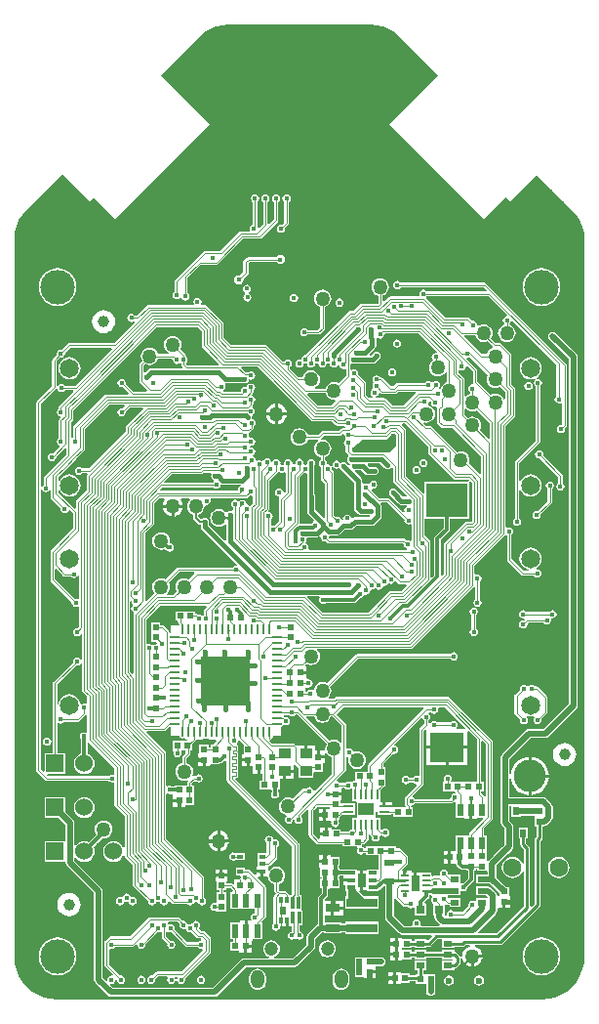
<source format=gbl>
G04 Layer_Physical_Order=4*
G04 Layer_Color=16711680*
%FSLAX44Y44*%
%MOMM*%
G71*
G01*
G75*
%ADD10C,0.1250*%
%ADD12R,0.5500X0.5500*%
%ADD13R,0.5500X0.5500*%
%ADD21C,1.0000*%
%ADD27R,0.8000X0.8000*%
%ADD40R,0.9500X0.5500*%
%ADD50C,0.4000*%
%ADD51C,0.4500*%
%ADD52C,0.2000*%
%ADD53C,0.3000*%
%ADD56C,0.5000*%
%ADD59C,0.2500*%
%ADD61C,1.5240*%
%ADD62R,1.5240X1.5240*%
%ADD63C,1.6500*%
%ADD64C,1.2000*%
G04:AMPARAMS|DCode=65|XSize=1.2mm|YSize=1.6mm|CornerRadius=0.6mm|HoleSize=0mm|Usage=FLASHONLY|Rotation=180.000|XOffset=0mm|YOffset=0mm|HoleType=Round|Shape=RoundedRectangle|*
%AMROUNDEDRECTD65*
21,1,1.2000,0.4000,0,0,180.0*
21,1,0.0000,1.6000,0,0,180.0*
1,1,1.2000,0.0000,0.2000*
1,1,1.2000,0.0000,0.2000*
1,1,1.2000,0.0000,-0.2000*
1,1,1.2000,0.0000,-0.2000*
%
%ADD65ROUNDEDRECTD65*%
%ADD66C,3.0000*%
%ADD67C,2.8000*%
%ADD68C,1.6000*%
%ADD69C,0.4500*%
%ADD70C,0.6000*%
%ADD82C,1.2700*%
%ADD83R,0.7500X0.3000*%
%ADD84R,0.6800X1.2300*%
%ADD85R,0.6200X1.2200*%
%ADD86R,0.5400X0.8000*%
%ADD87R,0.3000X0.6000*%
%ADD88R,0.3000X1.0000*%
%ADD89R,0.4000X1.0000*%
%ADD90R,3.6000X3.0000*%
%ADD91R,3.0000X2.6000*%
%ADD92R,0.7000X0.2500*%
%ADD93R,0.6400X1.3700*%
%ADD94R,2.7000X0.8000*%
%ADD95R,0.6000X1.0500*%
%ADD96R,0.5000X0.4000*%
%ADD97O,0.2500X0.8500*%
%ADD98O,0.8500X0.2500*%
%ADD99R,4.3500X4.3500*%
%ADD100R,1.0000X0.9000*%
%ADD101R,1.3000X0.7000*%
%ADD102R,0.6990X0.5080*%
%ADD103R,1.4000X1.0000*%
%ADD104R,0.2400X0.9000*%
%ADD105R,0.9000X0.2400*%
%ADD106R,0.8000X0.5500*%
%ADD107R,0.5600X0.6500*%
%ADD108C,0.6000*%
G36*
X311000Y847392D02*
X311000Y847392D01*
X312269Y847389D01*
X316865Y847027D01*
X322585Y845654D01*
X328019Y843402D01*
X332689Y840541D01*
X370262Y802968D01*
X328226Y760933D01*
X410251Y678908D01*
X428989Y697647D01*
X432525Y694111D01*
X455822Y717408D01*
X490541Y682689D01*
X493403Y678019D01*
X495654Y672585D01*
X497027Y666864D01*
X497481Y661096D01*
X497392Y661000D01*
X497392D01*
X497500Y660181D01*
Y40819D01*
X497392Y40000D01*
X497392D01*
X497481Y39904D01*
X497027Y34136D01*
X495654Y28416D01*
X493403Y22981D01*
X490329Y17965D01*
X486508Y13492D01*
X482035Y9671D01*
X477020Y6598D01*
X471585Y4346D01*
X465864Y2973D01*
X461269Y2611D01*
X460000Y2608D01*
X458775Y2500D01*
X40820D01*
X40000Y2608D01*
Y2608D01*
X39904Y2519D01*
X34135Y2973D01*
X28415Y4346D01*
X22981Y6598D01*
X17965Y9671D01*
X13492Y13492D01*
X9671Y17965D01*
X6597Y22981D01*
X4346Y28416D01*
X2973Y34136D01*
X2519Y39904D01*
X2608Y40000D01*
X2608D01*
X2500Y40820D01*
Y660180D01*
X2608Y661000D01*
X2608D01*
X2519Y661096D01*
X2973Y666864D01*
X4346Y672585D01*
X6597Y678019D01*
X9459Y682689D01*
X44385Y717615D01*
X67706Y694294D01*
X71241Y697830D01*
X89980Y679091D01*
X172004Y761116D01*
X129945Y803175D01*
X167311Y840541D01*
X171981Y843402D01*
X177416Y845654D01*
X183136Y847027D01*
X187511Y847371D01*
X188759Y847402D01*
D01*
X189991Y847500D01*
X310180D01*
X311000Y847392D01*
D02*
G37*
%LPC*%
G36*
X450570Y559272D02*
X448090Y558946D01*
X445779Y557988D01*
X443795Y556466D01*
X442272Y554481D01*
X441315Y552170D01*
X440988Y549690D01*
X441315Y547210D01*
X442272Y544899D01*
X443795Y542915D01*
X445779Y541392D01*
X448090Y540435D01*
X450570Y540108D01*
X453050Y540435D01*
X453549Y540641D01*
X454741Y540393D01*
X454741Y540393D01*
X454741D01*
X455018Y539875D01*
X454989Y539856D01*
X454477Y539514D01*
X453703Y538356D01*
X453431Y536990D01*
X453703Y535625D01*
X454477Y534467D01*
X455088Y534058D01*
Y487042D01*
X437398Y469352D01*
X436984Y468732D01*
X436838Y468000D01*
Y419432D01*
X436227Y419023D01*
X435453Y417866D01*
X435181Y416500D01*
X435453Y415134D01*
X436227Y413977D01*
X437384Y413203D01*
X438750Y412931D01*
X440116Y413203D01*
X441273Y413977D01*
X442047Y415134D01*
X442319Y416500D01*
X442047Y417866D01*
X441273Y419023D01*
X440662Y419432D01*
Y443867D01*
X441932Y444120D01*
X442272Y443299D01*
X443795Y441315D01*
X445779Y439792D01*
X448090Y438835D01*
X450570Y438508D01*
X453050Y438835D01*
X455361Y439792D01*
X457346Y441315D01*
X458868Y443299D01*
X459826Y445610D01*
X460152Y448090D01*
X459826Y450570D01*
X458868Y452881D01*
X457346Y454866D01*
X455361Y456388D01*
X453050Y457346D01*
X450570Y457672D01*
X448090Y457346D01*
X445779Y456388D01*
X443795Y454866D01*
X442272Y452881D01*
X441932Y452060D01*
X440662Y452313D01*
Y467208D01*
X458352Y484898D01*
X458766Y485518D01*
X458912Y486250D01*
Y534058D01*
X459523Y534467D01*
X460297Y535625D01*
X460569Y536990D01*
X460297Y538356D01*
X459523Y539514D01*
X458366Y540287D01*
X457000Y540559D01*
X456138Y540387D01*
X455881Y540955D01*
X455881D01*
X455880Y540956D01*
X456322Y542129D01*
X457346Y542915D01*
X458868Y544899D01*
X459826Y547210D01*
X460152Y549690D01*
X459826Y552170D01*
X458868Y554481D01*
X457346Y556466D01*
X455361Y557988D01*
X453050Y558946D01*
X450570Y559272D01*
D02*
G37*
G36*
X187540Y115540D02*
X183520D01*
Y111520D01*
X187540D01*
Y115540D01*
D02*
G37*
G36*
X180980D02*
X176960D01*
Y111520D01*
X180980D01*
Y115540D01*
D02*
G37*
G36*
X192250Y130069D02*
X190884Y129797D01*
X189727Y129024D01*
X188953Y127866D01*
X188681Y126500D01*
X188953Y125134D01*
X189727Y123977D01*
X190884Y123203D01*
X192250Y122932D01*
X193508Y123182D01*
X194750Y123250D01*
X194750Y123250D01*
X194750Y123250D01*
X202250D01*
Y129750D01*
X194750D01*
X194750Y129750D01*
X193508Y129818D01*
X192250Y130069D01*
D02*
G37*
G36*
X188799Y138730D02*
X181270D01*
Y131201D01*
X182321Y131339D01*
X184483Y132235D01*
X186340Y133660D01*
X187765Y135517D01*
X188661Y137679D01*
X188799Y138730D01*
D02*
G37*
G36*
X270730Y127540D02*
X266710D01*
Y123520D01*
X270730D01*
Y127540D01*
D02*
G37*
G36*
X467250Y451569D02*
X465884Y451297D01*
X464727Y450523D01*
X463953Y449366D01*
X463681Y448000D01*
X463953Y446634D01*
X464727Y445477D01*
X465338Y445068D01*
Y434542D01*
X456471Y425675D01*
X455750Y425819D01*
X454384Y425547D01*
X453227Y424773D01*
X452453Y423616D01*
X452181Y422250D01*
X452453Y420884D01*
X453227Y419727D01*
X454384Y418953D01*
X455750Y418681D01*
X457116Y418953D01*
X458273Y419727D01*
X459047Y420884D01*
X459319Y422250D01*
X459175Y422971D01*
X468602Y432398D01*
X469016Y433018D01*
X469162Y433750D01*
Y445068D01*
X469773Y445477D01*
X470547Y446634D01*
X470819Y448000D01*
X470547Y449366D01*
X469773Y450523D01*
X468616Y451297D01*
X467250Y451569D01*
D02*
G37*
G36*
X475000Y126330D02*
X472585Y126012D01*
X470335Y125080D01*
X468403Y123597D01*
X466920Y121665D01*
X465988Y119415D01*
X465670Y117000D01*
X465988Y114585D01*
X466920Y112335D01*
X468403Y110403D01*
X470335Y108920D01*
X472585Y107988D01*
X475000Y107670D01*
X477415Y107988D01*
X479665Y108920D01*
X481597Y110403D01*
X483080Y112335D01*
X484012Y114585D01*
X484330Y117000D01*
X484012Y119415D01*
X483080Y121665D01*
X481597Y123597D01*
X479665Y125080D01*
X477415Y126012D01*
X475000Y126330D01*
D02*
G37*
G36*
X287790Y80480D02*
X280020D01*
Y75710D01*
X287790D01*
Y80480D01*
D02*
G37*
G36*
X50000Y95086D02*
X47389Y94743D01*
X44957Y93735D01*
X42868Y92132D01*
X41265Y90043D01*
X40257Y87611D01*
X39914Y85000D01*
X40257Y82389D01*
X41265Y79957D01*
X42868Y77868D01*
X44957Y76265D01*
X47389Y75257D01*
X50000Y74914D01*
X52611Y75257D01*
X55043Y76265D01*
X57132Y77868D01*
X58735Y79957D01*
X59743Y82389D01*
X60086Y85000D01*
X59743Y87611D01*
X58735Y90043D01*
X57132Y92132D01*
X55043Y93735D01*
X52611Y94743D01*
X50000Y95086D01*
D02*
G37*
G36*
X332730Y56290D02*
X328710D01*
Y52270D01*
X332730D01*
Y56290D01*
D02*
G37*
G36*
X287790Y87790D02*
X280020D01*
Y83020D01*
X287790D01*
Y87790D01*
D02*
G37*
G36*
X458000Y478569D02*
X456634Y478297D01*
X455477Y477523D01*
X454703Y476366D01*
X454431Y475000D01*
X454703Y473634D01*
X455477Y472477D01*
X456634Y471703D01*
X458000Y471431D01*
X458722Y471575D01*
X474588Y455708D01*
Y450182D01*
X473977Y449773D01*
X473203Y448616D01*
X472931Y447250D01*
X473203Y445884D01*
X473977Y444727D01*
X475134Y443953D01*
X476500Y443681D01*
X477866Y443953D01*
X479023Y444727D01*
X479797Y445884D01*
X480069Y447250D01*
X479797Y448616D01*
X479023Y449773D01*
X478412Y450182D01*
Y456500D01*
X478266Y457232D01*
X477852Y457852D01*
X461425Y474278D01*
X461569Y475000D01*
X461297Y476366D01*
X460523Y477523D01*
X459366Y478297D01*
X458000Y478569D01*
D02*
G37*
G36*
X202250Y116750D02*
X194750D01*
Y110250D01*
X198722D01*
X199586Y108980D01*
X199441Y108255D01*
X199480Y108060D01*
X198438Y106790D01*
X193460D01*
Y102653D01*
X192287Y102167D01*
X191852Y102602D01*
X191232Y103016D01*
X190500Y103162D01*
X186250D01*
Y104960D01*
X187540D01*
Y108980D01*
X176960D01*
Y104960D01*
X178250D01*
Y97250D01*
X180338D01*
Y95750D01*
X178250D01*
Y88020D01*
X178250Y87750D01*
Y86750D01*
X176980Y86123D01*
X176000Y86318D01*
X174634Y86047D01*
X173476Y85273D01*
X172703Y84115D01*
X172431Y82750D01*
X172703Y81384D01*
X173476Y80226D01*
X174634Y79453D01*
X176000Y79181D01*
X176980Y79376D01*
X178250Y78750D01*
Y78750D01*
X186250D01*
Y86480D01*
X186250Y86750D01*
Y87750D01*
X186250Y88020D01*
Y95750D01*
X184162D01*
Y97250D01*
X186250D01*
Y99338D01*
X189708D01*
X192076Y96970D01*
X191706Y95700D01*
X189900D01*
Y81000D01*
X198600D01*
Y81000D01*
X199400D01*
Y81000D01*
X208100D01*
Y81000D01*
X208900D01*
Y81000D01*
X211339D01*
Y77641D01*
X211250Y77569D01*
X209884Y77297D01*
X208727Y76523D01*
X207953Y75366D01*
X207682Y74000D01*
X207953Y72635D01*
X208337Y72060D01*
X207658Y70790D01*
X205020D01*
Y62150D01*
X202480D01*
Y70790D01*
X198110D01*
Y69500D01*
X189900D01*
Y54800D01*
X192338D01*
Y52750D01*
X190250D01*
Y44750D01*
X197960D01*
Y43460D01*
X201980D01*
Y48750D01*
X203250D01*
Y50020D01*
X208540D01*
Y53510D01*
X209390D01*
Y54800D01*
X217600D01*
Y69500D01*
X217600D01*
X217264Y70311D01*
X220352Y73398D01*
X220766Y74019D01*
X220912Y74750D01*
Y100000D01*
X220766Y100732D01*
X220352Y101352D01*
X213916Y107787D01*
X214403Y108960D01*
X216230D01*
Y112230D01*
X212460D01*
Y110903D01*
X211287Y110417D01*
X206851Y114852D01*
X206231Y115267D01*
X205500Y115412D01*
X202250D01*
Y116750D01*
D02*
G37*
G36*
X100000Y94565D02*
X98634Y94294D01*
X97477Y93520D01*
X96703Y92363D01*
X96642Y92056D01*
X95888Y91076D01*
X95268Y91166D01*
X94500Y91318D01*
X93135Y91047D01*
X91977Y90273D01*
X91203Y89115D01*
X90932Y87750D01*
X91203Y86384D01*
X91977Y85226D01*
X93135Y84453D01*
X94500Y84181D01*
X95866Y84453D01*
X97024Y85226D01*
X97797Y86384D01*
X97858Y86691D01*
X98612Y87671D01*
X99232Y87581D01*
X100000Y87428D01*
X101365Y87700D01*
X101448Y87666D01*
X101703Y86384D01*
X102477Y85226D01*
X103634Y84453D01*
X105000Y84181D01*
X106366Y84453D01*
X107523Y85226D01*
X108297Y86384D01*
X108569Y87750D01*
X108297Y89115D01*
X107523Y90273D01*
X106366Y91047D01*
X105000Y91318D01*
X103635Y91047D01*
X103552Y91081D01*
X103297Y92363D01*
X102523Y93520D01*
X101365Y94294D01*
X100000Y94565D01*
D02*
G37*
G36*
X451270Y212745D02*
Y197520D01*
X466495D01*
X466301Y199492D01*
X465355Y202610D01*
X463819Y205483D01*
X461752Y208002D01*
X459234Y210069D01*
X456360Y211605D01*
X453243Y212551D01*
X451270Y212745D01*
D02*
G37*
G36*
X244790Y199230D02*
X238520D01*
Y193460D01*
X244790D01*
Y199230D01*
D02*
G37*
G36*
X401250Y342319D02*
X399884Y342047D01*
X398727Y341273D01*
X397953Y340116D01*
X397681Y338750D01*
X397953Y337384D01*
X398727Y336227D01*
X399338Y335818D01*
Y323962D01*
X398817Y323614D01*
X398043Y322456D01*
X397771Y321090D01*
X398043Y319725D01*
X398817Y318567D01*
X399975Y317793D01*
X401340Y317522D01*
X402706Y317793D01*
X403863Y318567D01*
X404637Y319725D01*
X404909Y321090D01*
X404637Y322456D01*
X403863Y323614D01*
X403162Y324082D01*
Y335818D01*
X403773Y336227D01*
X404547Y337384D01*
X404819Y338750D01*
X404547Y340116D01*
X403773Y341273D01*
X402616Y342047D01*
X401250Y342319D01*
D02*
G37*
G36*
X204230Y208730D02*
X200210D01*
Y204710D01*
X204230D01*
Y208730D01*
D02*
G37*
G36*
X165980Y208980D02*
X161960D01*
Y204960D01*
X165980D01*
Y208980D01*
D02*
G37*
G36*
X480000Y225086D02*
X477389Y224743D01*
X474957Y223735D01*
X472868Y222132D01*
X471265Y220043D01*
X470257Y217610D01*
X469914Y215000D01*
X470257Y212390D01*
X471265Y209957D01*
X472868Y207868D01*
X474957Y206265D01*
X477389Y205257D01*
X480000Y204914D01*
X482611Y205257D01*
X485043Y206265D01*
X487132Y207868D01*
X488735Y209957D01*
X489743Y212390D01*
X490086Y215000D01*
X489743Y217610D01*
X488735Y220043D01*
X487132Y222132D01*
X485043Y223735D01*
X482611Y224743D01*
X480000Y225086D01*
D02*
G37*
G36*
X444750Y275569D02*
X443384Y275297D01*
X442227Y274524D01*
X441453Y273366D01*
X441181Y272000D01*
X441325Y271279D01*
X437148Y267102D01*
X436734Y266482D01*
X436588Y265750D01*
Y251000D01*
X436734Y250268D01*
X437148Y249648D01*
X441325Y245471D01*
X441181Y244750D01*
X441453Y243384D01*
X442227Y242227D01*
X443384Y241453D01*
X444750Y241181D01*
X446116Y241453D01*
X447273Y242227D01*
X448047Y243384D01*
X448319Y244750D01*
X448047Y246116D01*
X447273Y247273D01*
X447093Y247394D01*
X447694Y248520D01*
X448020Y248385D01*
X450500Y248058D01*
X452980Y248385D01*
X453069Y248421D01*
X453814Y247459D01*
X453833Y247363D01*
X453093Y246256D01*
X452822Y244890D01*
X453093Y243524D01*
X453867Y242367D01*
X455025Y241593D01*
X456390Y241322D01*
X457756Y241593D01*
X458914Y242367D01*
X459687Y243524D01*
X459959Y244890D01*
X459815Y245612D01*
X464602Y250398D01*
X465016Y251018D01*
X465162Y251750D01*
Y264500D01*
X465016Y265232D01*
X464602Y265852D01*
X457102Y273352D01*
X456482Y273766D01*
X455750Y273912D01*
X454682D01*
X454273Y274523D01*
X453116Y275297D01*
X451750Y275569D01*
X450384Y275297D01*
X449227Y274523D01*
X449014Y274205D01*
X447486D01*
X447273Y274524D01*
X446116Y275297D01*
X444750Y275569D01*
D02*
G37*
G36*
X466495Y194980D02*
X451270D01*
Y179755D01*
X453243Y179949D01*
X456360Y180895D01*
X459234Y182431D01*
X461752Y184498D01*
X463819Y187016D01*
X465355Y189890D01*
X466301Y193008D01*
X466495Y194980D01*
D02*
G37*
G36*
X181270Y148799D02*
Y141270D01*
X188799D01*
X188661Y142321D01*
X187765Y144483D01*
X186340Y146340D01*
X184483Y147765D01*
X182321Y148661D01*
X181270Y148799D01*
D02*
G37*
G36*
X178730D02*
X177679Y148661D01*
X175517Y147765D01*
X173660Y146340D01*
X172235Y144483D01*
X171339Y142321D01*
X171201Y141270D01*
X178730D01*
Y148799D01*
D02*
G37*
G36*
Y138730D02*
X171201D01*
X171339Y137679D01*
X172235Y135517D01*
X173660Y133660D01*
X175517Y132235D01*
X177679Y131339D01*
X178730Y131201D01*
Y138730D01*
D02*
G37*
G36*
X46678Y177814D02*
X28938D01*
Y160074D01*
X41271D01*
X47176Y154168D01*
Y140778D01*
X46678Y139714D01*
X45907Y139714D01*
X28938D01*
Y121974D01*
X46522Y121974D01*
X47090Y121129D01*
X47193Y120917D01*
X47468Y119537D01*
X48296Y118296D01*
X71677Y94916D01*
Y19750D01*
X71968Y18287D01*
X72796Y17047D01*
X83546Y6296D01*
X84787Y5468D01*
X86250Y5177D01*
X176500D01*
X177963Y5468D01*
X179204Y6296D01*
X203584Y30677D01*
X246000D01*
X247463Y30968D01*
X248704Y31797D01*
X262704Y45796D01*
X263532Y47037D01*
X263824Y48500D01*
Y55416D01*
X269334Y60927D01*
X271000D01*
Y60000D01*
X286500D01*
Y60927D01*
X289500D01*
Y59500D01*
X319000D01*
Y70000D01*
X289500D01*
Y68574D01*
X286500D01*
Y69500D01*
X271804D01*
Y75710D01*
X277480D01*
Y81750D01*
Y87790D01*
X271804D01*
Y89339D01*
X273983Y91517D01*
X274590Y92427D01*
X274804Y93500D01*
Y98352D01*
X275027Y98575D01*
X276000Y99250D01*
X277000D01*
X277270Y99250D01*
X285000D01*
Y107250D01*
X283804D01*
Y108750D01*
X285000D01*
Y109696D01*
X288310D01*
Y107270D01*
X294600D01*
Y104730D01*
X288310D01*
Y101960D01*
X289600D01*
Y96750D01*
X290677D01*
Y92000D01*
X289500D01*
Y81500D01*
X319000D01*
Y92000D01*
X305907D01*
X301771Y96137D01*
X302257Y97310D01*
X302730D01*
Y106000D01*
Y114690D01*
X299600D01*
Y115250D01*
X294870D01*
X294600Y115304D01*
X285000D01*
Y116750D01*
X283804D01*
Y118250D01*
X285000D01*
Y126250D01*
X277290D01*
Y127540D01*
X273270D01*
Y122250D01*
X272000D01*
Y120980D01*
X266710D01*
Y116960D01*
X266817D01*
X268000Y116750D01*
X268000Y115690D01*
Y108750D01*
X269196D01*
Y107250D01*
X268000D01*
Y99250D01*
X269196D01*
Y94661D01*
X267017Y92483D01*
X266410Y91573D01*
X266196Y90500D01*
Y68222D01*
X265046Y67454D01*
X265046Y67454D01*
X257296Y59704D01*
X256468Y58463D01*
X256177Y57000D01*
Y50084D01*
X244416Y38324D01*
X228274D01*
X228022Y39594D01*
X229406Y40167D01*
X230921Y41329D01*
X232083Y42844D01*
X232813Y44608D01*
X233063Y46500D01*
X232813Y48393D01*
X232083Y50156D01*
X230921Y51671D01*
X229406Y52833D01*
X227643Y53563D01*
X225750Y53813D01*
X223857Y53563D01*
X222094Y52833D01*
X220579Y51671D01*
X219417Y50156D01*
X218687Y48393D01*
X218438Y46500D01*
X218687Y44608D01*
X219417Y42844D01*
X220579Y41329D01*
X222094Y40167D01*
X223479Y39594D01*
X223226Y38324D01*
X202000D01*
X200537Y38033D01*
X199296Y37204D01*
X174916Y12824D01*
X87834D01*
X85527Y15130D01*
X86153Y16301D01*
X86750Y16182D01*
X88116Y16453D01*
X89274Y17227D01*
X90047Y18385D01*
X90203Y19167D01*
X91431Y19834D01*
X91533Y19841D01*
X91611Y19794D01*
X91702Y19646D01*
X91953Y18385D01*
X92727Y17227D01*
X93884Y16453D01*
X95250Y16182D01*
X96616Y16453D01*
X97773Y17227D01*
X98547Y18385D01*
X98819Y19750D01*
X98547Y21116D01*
X97773Y22274D01*
X96616Y23047D01*
X95250Y23319D01*
X94529Y23175D01*
X84537Y33167D01*
Y46108D01*
X85807Y46869D01*
X86750Y46682D01*
X88116Y46953D01*
X89274Y47727D01*
X89682Y48338D01*
X105000D01*
X105732Y48484D01*
X106352Y48898D01*
X107938Y50485D01*
X108470Y50385D01*
X109234Y49985D01*
X109453Y48885D01*
X110227Y47727D01*
X111384Y46953D01*
X112750Y46682D01*
X114116Y46953D01*
X115274Y47727D01*
X116047Y48885D01*
X116319Y50250D01*
X116300Y50346D01*
X126778Y60825D01*
X127500Y60682D01*
X128865Y60953D01*
X129318Y61256D01*
X130588Y60577D01*
Y56500D01*
X130734Y55768D01*
X131148Y55148D01*
X135325Y50972D01*
X135182Y50250D01*
X135453Y48885D01*
X136227Y47727D01*
X137384Y46953D01*
X138750Y46682D01*
X140116Y46953D01*
X141273Y47727D01*
X142047Y48885D01*
X142319Y50250D01*
X142047Y51616D01*
X141273Y52773D01*
X140116Y53547D01*
X138750Y53819D01*
X138029Y53675D01*
X134412Y57292D01*
Y61035D01*
X134909Y61358D01*
X135682Y61590D01*
X136635Y60953D01*
X138000Y60682D01*
X138722Y60825D01*
X150648Y48898D01*
X151269Y48484D01*
X152000Y48338D01*
X161818D01*
X162227Y47727D01*
X163384Y46953D01*
X164750Y46682D01*
X164766Y46685D01*
X166158Y45710D01*
X166227Y45217D01*
X147690Y26680D01*
X126268D01*
X125536Y26534D01*
X125536Y26534D01*
X124916Y26120D01*
X121972Y23175D01*
X121250Y23319D01*
X119884Y23047D01*
X118727Y22274D01*
X117953Y21116D01*
X117681Y19750D01*
X117953Y18385D01*
X118727Y17227D01*
X119884Y16453D01*
X121250Y16182D01*
X122616Y16453D01*
X123773Y17227D01*
X124547Y18385D01*
X124818Y19750D01*
X124675Y20472D01*
X127060Y22856D01*
X135088D01*
X135767Y21586D01*
X135453Y21116D01*
X135182Y19750D01*
X135453Y18385D01*
X136227Y17227D01*
X137384Y16453D01*
X138750Y16182D01*
X140116Y16453D01*
X141273Y17227D01*
X142047Y18385D01*
X142319Y19750D01*
X142047Y21116D01*
X141733Y21586D01*
X142410Y22852D01*
X143590D01*
X144267Y21586D01*
X143953Y21116D01*
X143681Y19750D01*
X143953Y18385D01*
X144727Y17227D01*
X145884Y16453D01*
X147250Y16182D01*
X148616Y16453D01*
X149773Y17227D01*
X150547Y18385D01*
X150819Y19750D01*
X150633Y20680D01*
X172852Y42898D01*
X173266Y43519D01*
X173412Y44250D01*
Y55000D01*
X173266Y55731D01*
X173266Y55732D01*
X172852Y56352D01*
X167727Y61477D01*
X167107Y61891D01*
X166375Y62037D01*
X164417D01*
X162452Y64002D01*
X162524Y64727D01*
X163297Y65885D01*
X163569Y67250D01*
X163297Y68616D01*
X162524Y69774D01*
X161366Y70547D01*
X160000Y70819D01*
X158635Y70547D01*
X157477Y69774D01*
X156703Y68616D01*
X155274Y67764D01*
X155000Y67819D01*
X154184Y67656D01*
X153634Y67547D01*
X152815Y68527D01*
X152797Y68616D01*
X152023Y69774D01*
X150865Y70547D01*
X149500Y70819D01*
X148778Y70675D01*
X146102Y73352D01*
X145482Y73766D01*
X144750Y73912D01*
X120500D01*
X119769Y73766D01*
X119148Y73352D01*
X102958Y57162D01*
X85917D01*
X85185Y57017D01*
X85185Y57017D01*
X85185Y57017D01*
X84873Y56808D01*
X84565Y56602D01*
X84565Y56602D01*
X84565Y56602D01*
X81273Y53310D01*
X81109Y53064D01*
X80859Y52690D01*
X80859Y52690D01*
X80859Y52690D01*
X80820Y52493D01*
X80714Y51958D01*
Y32375D01*
X80859Y31644D01*
X81273Y31023D01*
X87915Y24382D01*
X87289Y23212D01*
X86750Y23319D01*
X85385Y23047D01*
X84227Y22274D01*
X83453Y21116D01*
X83182Y19750D01*
X83300Y19153D01*
X82130Y18527D01*
X79324Y21334D01*
Y96500D01*
X79033Y97963D01*
X78204Y99204D01*
X54823Y122584D01*
Y125114D01*
X56094Y125545D01*
X56882Y124518D01*
X58735Y123096D01*
X60893Y122202D01*
X63208Y121897D01*
X65524Y122202D01*
X67681Y123096D01*
X69534Y124518D01*
X70956Y126371D01*
X71850Y128528D01*
X72155Y130844D01*
X71850Y133160D01*
X71158Y134829D01*
X78819Y142490D01*
X80000Y142334D01*
X81984Y142596D01*
X83833Y143361D01*
X85420Y144580D01*
X86639Y146167D01*
X87404Y148016D01*
X87666Y150000D01*
X87404Y151984D01*
X86639Y153833D01*
X85420Y155420D01*
X83833Y156639D01*
X81984Y157404D01*
X80000Y157666D01*
X78016Y157404D01*
X76167Y156639D01*
X74580Y155420D01*
X73361Y153833D01*
X72596Y151984D01*
X72334Y150000D01*
X72596Y148016D01*
X73361Y146167D01*
X73884Y145486D01*
X67193Y138794D01*
X65524Y139486D01*
X63208Y139791D01*
X60893Y139486D01*
X58735Y138592D01*
X56882Y137170D01*
X56094Y136143D01*
X54823Y136574D01*
Y155752D01*
X54532Y157215D01*
X53704Y158456D01*
X46678Y165481D01*
Y177814D01*
D02*
G37*
G36*
X469750Y340069D02*
X468384Y339797D01*
X467227Y339023D01*
X466818Y338412D01*
X447182D01*
X446773Y339023D01*
X445616Y339797D01*
X444250Y340069D01*
X442884Y339797D01*
X441727Y339023D01*
X440953Y337866D01*
X440681Y336500D01*
X440953Y335134D01*
X441727Y333977D01*
X442884Y333203D01*
X444250Y332931D01*
X444653Y333012D01*
X445312Y331848D01*
X444742Y331221D01*
X444250Y331319D01*
X442884Y331047D01*
X441727Y330273D01*
X440953Y329116D01*
X440681Y327750D01*
X440953Y326384D01*
X441727Y325227D01*
X442884Y324453D01*
X444250Y324181D01*
X445616Y324453D01*
X446773Y325227D01*
X447547Y326384D01*
X447819Y327750D01*
X447761Y328038D01*
X448674Y329088D01*
X461818D01*
X462227Y328477D01*
X463384Y327703D01*
X464750Y327431D01*
X466116Y327703D01*
X467273Y328477D01*
X468047Y329634D01*
X468319Y331000D01*
X468127Y331964D01*
X468812Y332868D01*
X469105Y333060D01*
X469750Y332931D01*
X471116Y333203D01*
X472273Y333977D01*
X473047Y335134D01*
X473319Y336500D01*
X473047Y337866D01*
X472273Y339023D01*
X471116Y339797D01*
X469750Y340069D01*
D02*
G37*
G36*
X144230Y173730D02*
X140210D01*
Y169710D01*
X144230D01*
Y173730D01*
D02*
G37*
G36*
X63208Y177891D02*
X60893Y177586D01*
X58735Y176692D01*
X56882Y175270D01*
X55460Y173417D01*
X54566Y171260D01*
X54261Y168944D01*
X54566Y166628D01*
X55460Y164471D01*
X56882Y162618D01*
X58735Y161196D01*
X60893Y160302D01*
X63208Y159998D01*
X65524Y160302D01*
X67681Y161196D01*
X69534Y162618D01*
X70956Y164471D01*
X71850Y166628D01*
X72154Y168944D01*
X71850Y171260D01*
X70956Y173417D01*
X69534Y175270D01*
X67681Y176692D01*
X65524Y177586D01*
X63208Y177891D01*
D02*
G37*
G36*
X286250Y29313D02*
X284357Y29064D01*
X282594Y28333D01*
X281079Y27171D01*
X279917Y25656D01*
X279186Y23893D01*
X278937Y22000D01*
Y18000D01*
X279186Y16108D01*
X279917Y14344D01*
X281079Y12830D01*
X282594Y11667D01*
X284357Y10937D01*
X286250Y10688D01*
X288143Y10937D01*
X289906Y11667D01*
X291421Y12830D01*
X292583Y14344D01*
X293313Y16108D01*
X293563Y18000D01*
Y22000D01*
X293313Y23893D01*
X292583Y25656D01*
X291421Y27171D01*
X289906Y28333D01*
X288143Y29064D01*
X286250Y29313D01*
D02*
G37*
G36*
X379750Y23333D02*
X378092Y23003D01*
X376686Y22064D01*
X375746Y20658D01*
X375417Y19000D01*
X375746Y17342D01*
X376686Y15936D01*
X378092Y14997D01*
X379750Y14667D01*
X381408Y14997D01*
X382814Y15936D01*
X383753Y17342D01*
X384083Y19000D01*
X383753Y20658D01*
X382814Y22064D01*
X381408Y23003D01*
X379750Y23333D01*
D02*
G37*
G36*
X80000Y600086D02*
X77389Y599743D01*
X74957Y598735D01*
X72868Y597132D01*
X71265Y595043D01*
X70257Y592611D01*
X69914Y590000D01*
X70257Y587389D01*
X71265Y584957D01*
X72868Y582868D01*
X74957Y581265D01*
X77389Y580257D01*
X80000Y579914D01*
X82611Y580257D01*
X85043Y581265D01*
X87132Y582868D01*
X88735Y584957D01*
X89743Y587389D01*
X90086Y590000D01*
X89743Y592611D01*
X88735Y595043D01*
X87132Y597132D01*
X85043Y598735D01*
X82611Y599743D01*
X80000Y600086D01*
D02*
G37*
G36*
X213750Y29313D02*
X211857Y29064D01*
X210094Y28333D01*
X208579Y27171D01*
X207417Y25656D01*
X206687Y23893D01*
X206438Y22000D01*
Y18000D01*
X206687Y16108D01*
X207417Y14344D01*
X208579Y12830D01*
X210094Y11667D01*
X211857Y10937D01*
X213750Y10688D01*
X215643Y10937D01*
X217406Y11667D01*
X218921Y12830D01*
X220083Y14344D01*
X220814Y16108D01*
X221063Y18000D01*
Y22000D01*
X220814Y23893D01*
X220083Y25656D01*
X218921Y27171D01*
X217406Y28333D01*
X215643Y29064D01*
X213750Y29313D01*
D02*
G37*
G36*
X112750Y23319D02*
X111384Y23047D01*
X110227Y22274D01*
X109453Y21116D01*
X109181Y19750D01*
X109453Y18385D01*
X110227Y17227D01*
X111384Y16453D01*
X112750Y16182D01*
X114116Y16453D01*
X115274Y17227D01*
X116047Y18385D01*
X116319Y19750D01*
X116047Y21116D01*
X115274Y22274D01*
X114116Y23047D01*
X112750Y23319D01*
D02*
G37*
G36*
X164750D02*
X163384Y23047D01*
X162227Y22274D01*
X161453Y21116D01*
X161181Y19750D01*
X161453Y18385D01*
X162227Y17227D01*
X163384Y16453D01*
X164750Y16182D01*
X166116Y16453D01*
X167273Y17227D01*
X168047Y18385D01*
X168319Y19750D01*
X168047Y21116D01*
X167273Y22274D01*
X166116Y23047D01*
X164750Y23319D01*
D02*
G37*
G36*
X405750Y23333D02*
X404091Y23003D01*
X402686Y22064D01*
X401746Y20658D01*
X401417Y19000D01*
X401746Y17342D01*
X402686Y15936D01*
X404091Y14997D01*
X405750Y14667D01*
X407408Y14997D01*
X408814Y15936D01*
X409753Y17342D01*
X410083Y19000D01*
X409753Y20658D01*
X408814Y22064D01*
X407408Y23003D01*
X405750Y23333D01*
D02*
G37*
G36*
X331480Y19980D02*
X327460D01*
Y15960D01*
X331480D01*
Y19980D01*
D02*
G37*
G36*
X270000Y617666D02*
X268016Y617404D01*
X266167Y616639D01*
X264580Y615420D01*
X263361Y613833D01*
X262596Y611984D01*
X262334Y610000D01*
X262596Y608016D01*
X263361Y606167D01*
X264580Y604580D01*
X266167Y603361D01*
X268016Y602596D01*
X268088Y602586D01*
Y585042D01*
X265708Y582662D01*
X257015D01*
X256606Y583273D01*
X255449Y584047D01*
X254083Y584319D01*
X252717Y584047D01*
X251560Y583273D01*
X250786Y582116D01*
X250514Y580750D01*
X250786Y579384D01*
X251560Y578227D01*
X252717Y577453D01*
X254083Y577181D01*
X255449Y577453D01*
X256606Y578227D01*
X257015Y578838D01*
X266500D01*
X267232Y578984D01*
X267852Y579398D01*
X271352Y582898D01*
X271766Y583518D01*
X271912Y584250D01*
Y602586D01*
X271984Y602596D01*
X273833Y603361D01*
X275420Y604580D01*
X276639Y606167D01*
X277404Y608016D01*
X277666Y610000D01*
X277404Y611984D01*
X276639Y613833D01*
X275420Y615420D01*
X273833Y616639D01*
X271984Y617404D01*
X270000Y617666D01*
D02*
G37*
G36*
X233500Y647777D02*
X231959Y647471D01*
X230652Y646598D01*
X230333Y646121D01*
X205750D01*
X204843Y645940D01*
X204074Y645426D01*
X201824Y643176D01*
X201310Y642407D01*
X201129Y641500D01*
Y633357D01*
X197938Y630165D01*
X197375Y630277D01*
X195833Y629971D01*
X194527Y629098D01*
X193654Y627791D01*
X193347Y626250D01*
X193654Y624709D01*
X194527Y623402D01*
X195833Y622529D01*
X197375Y622223D01*
X198916Y622529D01*
X200222Y623402D01*
X201095Y624709D01*
X201402Y626250D01*
X201290Y626813D01*
X205176Y630699D01*
X205690Y631468D01*
X205871Y632375D01*
X205870Y632375D01*
Y640518D01*
X206732Y641380D01*
X230333D01*
X230652Y640902D01*
X231959Y640029D01*
X233500Y639723D01*
X235041Y640029D01*
X236348Y640902D01*
X237221Y642209D01*
X237527Y643750D01*
X237221Y645291D01*
X236348Y646598D01*
X235041Y647471D01*
X233500Y647777D01*
D02*
G37*
G36*
X204500Y622068D02*
X203134Y621797D01*
X201977Y621023D01*
X201203Y619866D01*
X200931Y618500D01*
X201203Y617134D01*
X201977Y615977D01*
X202857Y615388D01*
X202961Y614350D01*
X202881Y613961D01*
X202227Y613523D01*
X201453Y612366D01*
X201182Y611000D01*
X201453Y609635D01*
X202227Y608477D01*
X203384Y607703D01*
X204750Y607432D01*
X206116Y607703D01*
X207273Y608477D01*
X208047Y609635D01*
X208319Y611000D01*
X208047Y612366D01*
X207273Y613523D01*
X206393Y614112D01*
X206289Y615150D01*
X206369Y615539D01*
X207023Y615977D01*
X207797Y617134D01*
X208068Y618500D01*
X207797Y619866D01*
X207023Y621023D01*
X205865Y621797D01*
X204500Y622068D01*
D02*
G37*
G36*
X229750Y700319D02*
X228384Y700047D01*
X227227Y699273D01*
X226453Y698116D01*
X226181Y696750D01*
X226453Y695384D01*
X227227Y694227D01*
X227838Y693818D01*
Y678792D01*
X223682Y674635D01*
X222412Y675161D01*
Y693818D01*
X223023Y694227D01*
X223797Y695384D01*
X224069Y696750D01*
X223797Y698116D01*
X223023Y699273D01*
X221866Y700047D01*
X220500Y700319D01*
X219134Y700047D01*
X217977Y699273D01*
X217203Y698116D01*
X216931Y696750D01*
X217203Y695384D01*
X217977Y694227D01*
X218588Y693818D01*
Y675042D01*
X215017Y671471D01*
X214023Y671773D01*
X213724Y671974D01*
X213412Y672442D01*
Y693818D01*
X214023Y694227D01*
X214797Y695384D01*
X215068Y696750D01*
X214797Y698116D01*
X214023Y699273D01*
X212866Y700047D01*
X211500Y700319D01*
X210134Y700047D01*
X208977Y699273D01*
X208203Y698116D01*
X207931Y696750D01*
X208203Y695384D01*
X208977Y694227D01*
X209588Y693818D01*
Y673887D01*
X209134Y673797D01*
X207977Y673023D01*
X207203Y671866D01*
X206931Y670500D01*
X207144Y669432D01*
X206442Y668162D01*
X199250D01*
X198518Y668016D01*
X197898Y667602D01*
X181583Y651287D01*
X168125D01*
X167394Y651142D01*
X166773Y650727D01*
X142148Y626102D01*
X141734Y625482D01*
X141588Y624750D01*
Y615682D01*
X140977Y615273D01*
X140203Y614116D01*
X139931Y612750D01*
X140203Y611384D01*
X140977Y610227D01*
X142134Y609453D01*
X143500Y609181D01*
X144866Y609453D01*
X146023Y610227D01*
X146344Y610707D01*
X147692Y610438D01*
X147703Y610384D01*
X148477Y609227D01*
X149634Y608453D01*
X151000Y608181D01*
X152366Y608453D01*
X153523Y609227D01*
X154297Y610384D01*
X154569Y611750D01*
X154297Y613116D01*
X153523Y614273D01*
X152912Y614682D01*
Y627923D01*
X164202Y639213D01*
X177661D01*
X178392Y639359D01*
X179012Y639773D01*
X201077Y661838D01*
X215500D01*
X216231Y661984D01*
X216852Y662398D01*
X231102Y676648D01*
X231516Y677269D01*
X231662Y678000D01*
Y693818D01*
X232273Y694227D01*
X233047Y695384D01*
X233319Y696750D01*
X233047Y698116D01*
X232273Y699273D01*
X231116Y700047D01*
X229750Y700319D01*
D02*
G37*
G36*
X238750D02*
X237384Y700047D01*
X236227Y699273D01*
X235453Y698116D01*
X235181Y696750D01*
X235453Y695384D01*
X236227Y694227D01*
X236838Y693818D01*
Y676042D01*
X234722Y673925D01*
X234000Y674069D01*
X232634Y673797D01*
X231477Y673023D01*
X230703Y671866D01*
X230431Y670500D01*
X230703Y669134D01*
X231477Y667977D01*
X232634Y667203D01*
X234000Y666932D01*
X235366Y667203D01*
X236523Y667977D01*
X237297Y669134D01*
X237569Y670500D01*
X237425Y671221D01*
X240102Y673898D01*
X240516Y674518D01*
X240662Y675250D01*
Y693818D01*
X241273Y694227D01*
X242047Y695384D01*
X242319Y696750D01*
X242047Y698116D01*
X241273Y699273D01*
X240116Y700047D01*
X238750Y700319D01*
D02*
G37*
G36*
X40000Y636329D02*
X36814Y636015D01*
X33751Y635086D01*
X30928Y633577D01*
X28454Y631546D01*
X26423Y629072D01*
X24914Y626249D01*
X23985Y623186D01*
X23671Y620000D01*
X23985Y616814D01*
X24914Y613751D01*
X26423Y610928D01*
X28454Y608454D01*
X30928Y606423D01*
X33751Y604914D01*
X36814Y603985D01*
X40000Y603671D01*
X43186Y603985D01*
X46249Y604914D01*
X49072Y606423D01*
X51546Y608454D01*
X53577Y610928D01*
X55086Y613751D01*
X56015Y616814D01*
X56329Y620000D01*
X56015Y623186D01*
X55086Y626249D01*
X53577Y629072D01*
X51546Y631546D01*
X49072Y633577D01*
X46249Y635086D01*
X43186Y636015D01*
X40000Y636329D01*
D02*
G37*
G36*
X284750Y610036D02*
X283385Y609764D01*
X282227Y608990D01*
X281453Y607832D01*
X281182Y606467D01*
X281453Y605101D01*
X282227Y603943D01*
X283385Y603170D01*
X284750Y602898D01*
X286116Y603170D01*
X287274Y603943D01*
X288047Y605101D01*
X288319Y606467D01*
X288047Y607832D01*
X287274Y608990D01*
X286116Y609764D01*
X284750Y610036D01*
D02*
G37*
G36*
X245250Y614069D02*
X243884Y613797D01*
X242727Y613023D01*
X241953Y611866D01*
X241681Y610500D01*
X241953Y609134D01*
X242727Y607977D01*
X243884Y607203D01*
X245250Y606931D01*
X246616Y607203D01*
X247773Y607977D01*
X248547Y609134D01*
X248819Y610500D01*
X248547Y611866D01*
X247773Y613023D01*
X246616Y613797D01*
X245250Y614069D01*
D02*
G37*
G36*
X460000Y636329D02*
X456815Y636015D01*
X453751Y635086D01*
X450928Y633577D01*
X448454Y631546D01*
X446423Y629072D01*
X444914Y626249D01*
X443985Y623186D01*
X443671Y620000D01*
X443985Y616814D01*
X444914Y613751D01*
X446423Y610928D01*
X448454Y608454D01*
X450928Y606423D01*
X453751Y604914D01*
X456815Y603985D01*
X460000Y603671D01*
X463186Y603985D01*
X466249Y604914D01*
X469072Y606423D01*
X471546Y608454D01*
X473577Y610928D01*
X475086Y613751D01*
X476015Y616814D01*
X476329Y620000D01*
X476015Y623186D01*
X475086Y626249D01*
X473577Y629072D01*
X471546Y631546D01*
X469072Y633577D01*
X466249Y635086D01*
X463186Y636015D01*
X460000Y636329D01*
D02*
G37*
G36*
X408800Y38730D02*
X401270D01*
Y31200D01*
X402321Y31339D01*
X404483Y32235D01*
X406340Y33660D01*
X407765Y35517D01*
X408661Y37679D01*
X408800Y38730D01*
D02*
G37*
G36*
X360250Y36000D02*
X349750D01*
Y28000D01*
X352451D01*
Y24250D01*
X351000D01*
Y23799D01*
X345750D01*
Y25250D01*
X338040D01*
Y26540D01*
X334020D01*
Y21250D01*
Y15960D01*
X338040D01*
Y17250D01*
X345750D01*
Y18701D01*
X351000D01*
Y16250D01*
X358730D01*
X359000Y16250D01*
X360177Y16024D01*
Y9500D01*
X360468Y8037D01*
X361296Y6796D01*
X362537Y5968D01*
X364000Y5677D01*
X365463Y5968D01*
X366704Y6796D01*
X367532Y8037D01*
X367823Y9500D01*
X367823Y9500D01*
Y16250D01*
X368000D01*
Y24250D01*
X360270D01*
X360000Y24250D01*
X359000D01*
X358819Y24250D01*
X357549Y24465D01*
Y28000D01*
X360250D01*
Y36000D01*
D02*
G37*
G36*
X208540Y47480D02*
X204520D01*
Y43460D01*
X208540D01*
Y47480D01*
D02*
G37*
G36*
X332730Y40230D02*
X328710D01*
Y36210D01*
X332730D01*
Y40230D01*
D02*
G37*
G36*
X274250Y53813D02*
X272357Y53563D01*
X270594Y52833D01*
X269079Y51671D01*
X267917Y50156D01*
X267187Y48393D01*
X266937Y46500D01*
X267187Y44608D01*
X267917Y42844D01*
X269079Y41329D01*
X270594Y40167D01*
X272357Y39437D01*
X274250Y39188D01*
X276143Y39437D01*
X277906Y40167D01*
X279421Y41329D01*
X280583Y42844D01*
X281313Y44608D01*
X281562Y46500D01*
X281313Y48393D01*
X280583Y50156D01*
X279421Y51671D01*
X277906Y52833D01*
X276143Y53563D01*
X274250Y53813D01*
D02*
G37*
G36*
X320000Y627666D02*
X318016Y627404D01*
X316167Y626639D01*
X314580Y625420D01*
X313361Y623833D01*
X312596Y621984D01*
X312334Y620000D01*
X312596Y618016D01*
X313361Y616167D01*
X314580Y614580D01*
X316167Y613361D01*
X318016Y612596D01*
X318338Y612553D01*
Y605960D01*
X318040Y605662D01*
X304143D01*
X303412Y605516D01*
X302792Y605102D01*
X296852Y599162D01*
X293858D01*
X293126Y599016D01*
X292506Y598602D01*
X254966Y561062D01*
X253635Y560797D01*
X252477Y560024D01*
X251703Y558866D01*
X251432Y557500D01*
X250192Y557281D01*
X250000Y557319D01*
X248634Y557047D01*
X247477Y556274D01*
X246703Y555116D01*
X246432Y553750D01*
X246703Y552385D01*
X247477Y551227D01*
X248634Y550453D01*
X250000Y550182D01*
X251366Y550453D01*
X252523Y551227D01*
X253297Y552385D01*
X253569Y553750D01*
X254809Y553970D01*
X255000Y553932D01*
X255191Y553970D01*
X256431Y553750D01*
X256703Y552385D01*
X257477Y551227D01*
X258634Y550453D01*
X260000Y550182D01*
X261366Y550453D01*
X262523Y551227D01*
X263297Y552385D01*
X263569Y553750D01*
X264809Y553970D01*
X265000Y553932D01*
X265191Y553970D01*
X266431Y553750D01*
X266703Y552385D01*
X267477Y551227D01*
X268634Y550453D01*
X270000Y550182D01*
X271366Y550453D01*
X272523Y551227D01*
X273297Y552385D01*
X273569Y553750D01*
X274809Y553970D01*
X275000Y553932D01*
X275191Y553970D01*
X276431Y553750D01*
X276703Y552385D01*
X277477Y551227D01*
X278634Y550453D01*
X280000Y550182D01*
X281366Y550453D01*
X282523Y551227D01*
X283191Y552226D01*
X283830Y552256D01*
X284513Y552092D01*
X284703Y551135D01*
X285476Y549977D01*
X286634Y549203D01*
X288000Y548932D01*
X289318Y549194D01*
X289371Y549200D01*
X290588Y548493D01*
Y543292D01*
X283891Y536594D01*
X283833Y536638D01*
X281984Y537404D01*
X280000Y537665D01*
X278016Y537404D01*
X276167Y536638D01*
X274580Y535420D01*
X273361Y533833D01*
X272596Y531984D01*
X272586Y531912D01*
X263651D01*
X263399Y533182D01*
X263833Y533362D01*
X265420Y534580D01*
X266639Y536167D01*
X267404Y538016D01*
X267666Y540000D01*
X267404Y541984D01*
X266639Y543833D01*
X265420Y545421D01*
X263833Y546639D01*
X261984Y547405D01*
X260000Y547666D01*
X258016Y547405D01*
X256167Y546639D01*
X254580Y545421D01*
X253361Y543833D01*
X252596Y541984D01*
X252586Y541912D01*
X249542D01*
X241912Y549542D01*
Y550818D01*
X242523Y551227D01*
X243297Y552385D01*
X243569Y553750D01*
X243297Y555116D01*
X242523Y556274D01*
X241366Y557047D01*
X240000Y557319D01*
X238634Y557047D01*
X237477Y556274D01*
X237068Y555662D01*
X235363D01*
X221673Y569352D01*
X221053Y569766D01*
X220321Y569912D01*
X190399D01*
X183912Y576399D01*
Y588713D01*
X183766Y589445D01*
X183352Y590065D01*
X169690Y603727D01*
X169069Y604142D01*
X168338Y604287D01*
X165424D01*
X164745Y605557D01*
X164797Y605634D01*
X165069Y607000D01*
X164797Y608366D01*
X164023Y609523D01*
X162866Y610297D01*
X161500Y610569D01*
X160134Y610297D01*
X158977Y609523D01*
X158203Y608366D01*
X157931Y607000D01*
X158203Y605634D01*
X158255Y605557D01*
X157576Y604287D01*
X118875D01*
X118144Y604142D01*
X117524Y603727D01*
X108958Y595162D01*
X106932D01*
X106523Y595773D01*
X105366Y596547D01*
X104000Y596819D01*
X102634Y596547D01*
X101477Y595773D01*
X100703Y594616D01*
X100431Y593250D01*
X100703Y591884D01*
X101477Y590727D01*
X102634Y589953D01*
X104000Y589681D01*
X105366Y589953D01*
X106276Y590561D01*
X107086Y589575D01*
X88923Y571412D01*
X50100D01*
X49369Y571266D01*
X48748Y570852D01*
X43722Y565825D01*
X43000Y565969D01*
X41635Y565697D01*
X40477Y564923D01*
X39703Y563766D01*
X39432Y562400D01*
X39575Y561679D01*
X35898Y558002D01*
X35484Y557381D01*
X35338Y556650D01*
Y534042D01*
X22148Y520852D01*
X21734Y520232D01*
X21588Y519500D01*
Y201500D01*
X21734Y200769D01*
X22148Y200148D01*
X29398Y192898D01*
X30018Y192484D01*
X30750Y192338D01*
X84318D01*
X84727Y191727D01*
X85885Y190953D01*
X87250Y190682D01*
X88319Y190894D01*
X89589Y190192D01*
Y170643D01*
X89734Y169911D01*
X90149Y169291D01*
X98088Y161352D01*
Y134454D01*
X96818Y134201D01*
X96356Y135317D01*
X94934Y137170D01*
X93081Y138592D01*
X90924Y139486D01*
X88608Y139791D01*
X86292Y139486D01*
X84135Y138592D01*
X82282Y137170D01*
X80860Y135317D01*
X79966Y133160D01*
X79661Y130844D01*
X79966Y128528D01*
X80860Y126371D01*
X82282Y124518D01*
X84135Y123096D01*
X86292Y122202D01*
X88608Y121897D01*
X90924Y122202D01*
X93081Y123096D01*
X94934Y124518D01*
X96356Y126371D01*
X96818Y127487D01*
X98088Y127234D01*
Y126965D01*
X98234Y126233D01*
X98648Y125613D01*
X105088Y119173D01*
Y101917D01*
X105234Y101185D01*
X105648Y100565D01*
X118436Y87776D01*
X118431Y87750D01*
X118703Y86384D01*
X119476Y85226D01*
X120634Y84453D01*
X122000Y84181D01*
X123365Y84453D01*
X124523Y85226D01*
X125297Y86384D01*
X125358Y86691D01*
X126112Y87671D01*
X126731Y87581D01*
X127500Y87428D01*
X128865Y87700D01*
X128948Y87666D01*
X129203Y86384D01*
X129977Y85226D01*
X131135Y84453D01*
X132500Y84181D01*
X133866Y84453D01*
X135023Y85226D01*
X135797Y86384D01*
X136044Y87623D01*
X136501Y87906D01*
X137277Y88186D01*
X139190Y86273D01*
X139810Y85859D01*
X140541Y85713D01*
X152151D01*
X152477Y85226D01*
X153634Y84453D01*
X155000Y84181D01*
X156366Y84453D01*
X157523Y85226D01*
X158297Y86384D01*
X158307Y86433D01*
X159770Y87279D01*
X160258Y87182D01*
X160731Y87276D01*
X162195Y86424D01*
X162203Y86384D01*
X162976Y85226D01*
X164134Y84453D01*
X165500Y84181D01*
X166866Y84453D01*
X168023Y85226D01*
X168797Y86384D01*
X169068Y87750D01*
X168797Y89115D01*
X168023Y90273D01*
X167412Y90682D01*
Y108000D01*
X167266Y108732D01*
X166852Y109352D01*
X134412Y141792D01*
Y180410D01*
X135682Y181088D01*
X135884Y180953D01*
X137250Y180681D01*
X138616Y180953D01*
X138729Y181029D01*
X140153Y180530D01*
X140210Y180290D01*
X140210D01*
Y176270D01*
X145500D01*
Y175000D01*
X146770D01*
Y169710D01*
X150790D01*
Y171000D01*
X158500D01*
Y179000D01*
X158500D01*
X158500Y180250D01*
X158500D01*
Y188250D01*
X156561D01*
X156474Y189520D01*
X158542Y191588D01*
X159977Y191727D01*
X161134Y190953D01*
X162500Y190681D01*
X163866Y190953D01*
X165023Y191727D01*
X165797Y192884D01*
X166069Y194250D01*
X165797Y195616D01*
X165023Y196773D01*
X163866Y197547D01*
X162500Y197819D01*
X161134Y197547D01*
X159977Y196773D01*
X159568Y196162D01*
X158500D01*
X157967Y196056D01*
X157399Y196499D01*
X156995Y197027D01*
X157404Y198016D01*
X157666Y200000D01*
X157404Y201984D01*
X156639Y203833D01*
X155420Y205420D01*
X153833Y206639D01*
X151984Y207404D01*
X151912Y207414D01*
Y211458D01*
X154602Y214148D01*
X155016Y214768D01*
X155162Y215500D01*
Y218500D01*
X157000D01*
Y223797D01*
X159852Y226649D01*
X160266Y227269D01*
X160320Y227539D01*
X161344Y228115D01*
X161682Y228157D01*
X162021Y227930D01*
X163500Y227636D01*
X164979Y227930D01*
X166232Y228768D01*
X166325Y228906D01*
X167525Y229145D01*
X168500Y228951D01*
X169475Y229145D01*
X170674Y228906D01*
X170767Y228768D01*
X172021Y227930D01*
X173500Y227636D01*
X174979Y227930D01*
X176000Y228612D01*
X177021Y227930D01*
X177571Y227820D01*
X177989Y226442D01*
X175648Y224102D01*
X175234Y223481D01*
X175188Y223250D01*
X173000D01*
Y221162D01*
X171250D01*
Y223250D01*
X163250D01*
Y215540D01*
X161960D01*
Y211520D01*
X167250D01*
Y210250D01*
X168520D01*
Y204960D01*
X172540D01*
Y205170D01*
X173000Y206250D01*
X181000D01*
Y207446D01*
X181250D01*
X182323Y207659D01*
X183233Y208267D01*
X184995Y210030D01*
X185568Y210144D01*
X186838Y209442D01*
Y192715D01*
X186984Y191983D01*
X187398Y191363D01*
X243588Y135173D01*
Y94042D01*
X242898Y93352D01*
X242496Y92750D01*
X241162D01*
X241016Y93482D01*
X240602Y94102D01*
X238852Y95852D01*
X238232Y96266D01*
X237500Y96412D01*
X233042D01*
X231912Y97542D01*
Y102586D01*
X231984Y102596D01*
X233833Y103362D01*
X235420Y104580D01*
X236639Y106167D01*
X237404Y108016D01*
X237666Y110000D01*
X237404Y111984D01*
X236639Y113833D01*
X235420Y115421D01*
X233833Y116639D01*
X231984Y117404D01*
X230000Y117666D01*
X228016Y117404D01*
X226167Y116639D01*
X224580Y115421D01*
X223810Y114418D01*
X222540Y114849D01*
Y118040D01*
X223249Y118089D01*
X223250Y118089D01*
X223982Y118234D01*
X224602Y118649D01*
X230352Y124398D01*
X230766Y125019D01*
X230912Y125750D01*
Y134818D01*
X231523Y135227D01*
X232297Y136385D01*
X232569Y137750D01*
X232297Y139116D01*
X231523Y140274D01*
X230366Y141047D01*
X229000Y141319D01*
X228231Y141166D01*
X227612Y141076D01*
X226858Y142056D01*
X226797Y142362D01*
X226023Y143519D01*
X224866Y144293D01*
X223500Y144565D01*
X222134Y144293D01*
X220977Y143519D01*
X220203Y142362D01*
X219931Y140996D01*
X220203Y139630D01*
X220977Y138473D01*
X221588Y138064D01*
Y130880D01*
X221250Y129750D01*
X213750D01*
Y118040D01*
X212460D01*
Y114770D01*
X217500D01*
Y113500D01*
X218770D01*
Y108960D01*
X222471D01*
X222596Y108016D01*
X223361Y106167D01*
X224580Y104580D01*
X226167Y103362D01*
X228016Y102596D01*
X228088Y102586D01*
Y96750D01*
X228234Y96019D01*
X228648Y95399D01*
X229546Y94500D01*
X228148Y93102D01*
X227734Y92482D01*
X227588Y91750D01*
Y68682D01*
X226977Y68274D01*
X226203Y67116D01*
X225932Y65750D01*
X226203Y64384D01*
X226977Y63227D01*
X228134Y62453D01*
X229500Y62182D01*
X230866Y62453D01*
X232024Y63227D01*
X232797Y64384D01*
X233069Y65750D01*
X233241Y65960D01*
X237980D01*
Y71500D01*
X240520D01*
Y65960D01*
X243088D01*
Y61487D01*
X242134Y61297D01*
X240977Y60523D01*
X240203Y59366D01*
X239931Y58000D01*
X240203Y56634D01*
X240977Y55477D01*
X242134Y54703D01*
X243500Y54431D01*
X244866Y54703D01*
X245972Y55443D01*
X246308Y55614D01*
X247385D01*
X247477Y55477D01*
X248634Y54703D01*
X250000Y54432D01*
X251366Y54703D01*
X252523Y55477D01*
X253297Y56634D01*
X253569Y58000D01*
X253297Y59366D01*
X252523Y60524D01*
X251366Y61297D01*
X250412Y61487D01*
Y67250D01*
X253000D01*
Y79750D01*
X252000Y80250D01*
Y92750D01*
X251004D01*
X250602Y93352D01*
X249912Y94042D01*
Y137000D01*
X249766Y137732D01*
X249352Y138352D01*
X194135Y193568D01*
X194661Y194839D01*
X195041D01*
X195773Y194984D01*
X196393Y195399D01*
X196808Y196019D01*
X196953Y196750D01*
Y199500D01*
X196808Y200232D01*
X196408Y200875D01*
X196808Y201519D01*
X196953Y202250D01*
Y205000D01*
X196808Y205732D01*
X196408Y206375D01*
X196808Y207019D01*
X196953Y207750D01*
Y210500D01*
X196808Y211232D01*
X196393Y211852D01*
X196170Y212001D01*
X196516Y212519D01*
X196662Y213250D01*
Y216000D01*
X196516Y216732D01*
X196157Y217269D01*
X196352Y217398D01*
X196766Y218018D01*
X196912Y218750D01*
Y221500D01*
X196766Y222232D01*
X196352Y222852D01*
X196114Y223011D01*
X195963Y224229D01*
X196023Y224477D01*
X196797Y225635D01*
X196974Y226527D01*
X198222Y227026D01*
X198270Y227027D01*
X201129Y224168D01*
X201500Y223000D01*
X201500D01*
X201500Y223000D01*
Y215290D01*
X200210D01*
Y211270D01*
X205500D01*
Y210000D01*
X206770D01*
Y204710D01*
X209460D01*
Y198460D01*
X213480D01*
Y203750D01*
X216020D01*
Y198460D01*
X217838D01*
Y192500D01*
X215750D01*
Y184500D01*
X223480D01*
X223750Y184500D01*
X224750D01*
X225946Y183669D01*
Y182353D01*
X225453Y181616D01*
X225181Y180250D01*
X225453Y178884D01*
X226227Y177727D01*
X227384Y176953D01*
X228750Y176681D01*
X230116Y176953D01*
X231273Y177727D01*
X232047Y178884D01*
X232319Y180250D01*
X232047Y181616D01*
X231554Y182353D01*
Y184500D01*
X232750D01*
Y192190D01*
X232750Y192500D01*
X233499Y193460D01*
X235980D01*
Y200500D01*
X237250D01*
Y201770D01*
X244790D01*
Y206210D01*
X246060Y206736D01*
X249500Y203297D01*
Y194750D01*
X262000D01*
Y198687D01*
X262500Y199750D01*
X270500D01*
Y207460D01*
X271790D01*
Y211480D01*
X266500D01*
Y212750D01*
X265230D01*
Y218040D01*
X263290D01*
Y223040D01*
X257020D01*
Y216000D01*
X254480D01*
Y223040D01*
X248210D01*
X248210Y223040D01*
Y223040D01*
X246940Y223014D01*
X246102Y223852D01*
X245482Y224266D01*
X244750Y224412D01*
X226042D01*
X224011Y226443D01*
X224429Y227821D01*
X224979Y227930D01*
X226232Y228768D01*
X227070Y230021D01*
X227264Y231000D01*
X233750D01*
Y238801D01*
X234226Y238895D01*
X235052Y239448D01*
X235605Y240275D01*
X236194Y240519D01*
X236933Y240443D01*
X238250Y240182D01*
X239616Y240453D01*
X240773Y241227D01*
X241547Y242384D01*
X241819Y243750D01*
X241547Y245116D01*
X240773Y246273D01*
X239616Y247047D01*
X238250Y247319D01*
X237528Y247175D01*
X237102Y247602D01*
X236482Y248016D01*
X236219Y248069D01*
X236344Y249338D01*
X240568D01*
X240977Y248727D01*
X242135Y247953D01*
X243500Y247682D01*
X244866Y247953D01*
X246024Y248727D01*
X246432Y249339D01*
X247958D01*
X273406Y223891D01*
X273361Y223833D01*
X272596Y221984D01*
X272334Y220000D01*
X272462Y219032D01*
X271311Y218040D01*
X267770D01*
Y214020D01*
X271790D01*
Y216643D01*
X273060Y216895D01*
X273361Y216167D01*
X274580Y214580D01*
X276167Y213361D01*
X278016Y212596D01*
X278088Y212586D01*
Y197792D01*
X263520Y183224D01*
X263472Y183225D01*
X262224Y183724D01*
X262047Y184616D01*
X261273Y185773D01*
X260116Y186547D01*
X258750Y186819D01*
X257384Y186547D01*
X256227Y185773D01*
X255818Y185162D01*
X253250D01*
X252518Y185016D01*
X251898Y184602D01*
X243891Y176594D01*
X243833Y176639D01*
X241984Y177404D01*
X240000Y177666D01*
X238016Y177404D01*
X236167Y176639D01*
X234580Y175420D01*
X233361Y173833D01*
X232596Y171984D01*
X232334Y170000D01*
X232596Y168016D01*
X233361Y166167D01*
X234580Y164580D01*
X236167Y163361D01*
X238016Y162596D01*
X238457Y162537D01*
X238765Y161216D01*
X238477Y161023D01*
X237703Y159866D01*
X237431Y158500D01*
X237703Y157134D01*
X238477Y155977D01*
X239634Y155203D01*
X241000Y154931D01*
X242366Y155203D01*
X243523Y155977D01*
X244297Y157134D01*
X244453Y157918D01*
X245748D01*
X245953Y156884D01*
X246727Y155727D01*
X247884Y154953D01*
X249250Y154682D01*
X250616Y154953D01*
X251773Y155727D01*
X252547Y156884D01*
X252819Y158250D01*
X252547Y159616D01*
X251773Y160774D01*
X251691Y162273D01*
X256730Y167312D01*
X257005Y167270D01*
X257963Y166749D01*
Y145375D01*
X258109Y144643D01*
X258523Y144023D01*
X264648Y137898D01*
X265268Y137484D01*
X266000Y137338D01*
X287500D01*
Y135250D01*
X295230D01*
X295500Y135250D01*
Y135250D01*
X296500D01*
Y135250D01*
X299968D01*
X300169Y134992D01*
X300531Y133980D01*
X299953Y133116D01*
X299681Y131750D01*
X299953Y130384D01*
X300727Y129227D01*
X301884Y128453D01*
X303250Y128181D01*
X304616Y128453D01*
X305773Y129227D01*
X306015Y129588D01*
X307500D01*
Y127500D01*
X315230D01*
X315500Y127500D01*
X316500D01*
X316770Y127500D01*
X318588D01*
Y116442D01*
X318400Y115250D01*
X308400D01*
Y114690D01*
X305270D01*
Y106000D01*
Y97310D01*
X308400D01*
Y96750D01*
X313129D01*
X313400Y96696D01*
X317250D01*
X317521Y96750D01*
X318400D01*
Y96961D01*
X319233Y97517D01*
X322465Y100750D01*
X324427D01*
Y73500D01*
X324718Y72037D01*
X325546Y70796D01*
X336546Y59797D01*
X337787Y58968D01*
X339250Y58677D01*
X364663D01*
X365149Y57503D01*
X361520Y53875D01*
X360250Y54336D01*
Y55000D01*
X349750D01*
Y53549D01*
X347000D01*
Y55000D01*
X339290D01*
Y56290D01*
X335270D01*
Y51000D01*
X334000D01*
Y49730D01*
X328710D01*
Y45710D01*
Y42770D01*
X334000D01*
Y41500D01*
X335270D01*
Y36210D01*
X339290D01*
Y37500D01*
X347000D01*
Y38951D01*
X349750D01*
Y37500D01*
X360250D01*
Y38951D01*
X373750D01*
Y37500D01*
X383265D01*
X383701Y36750D01*
X383265Y36000D01*
X373750D01*
Y28000D01*
X384250D01*
Y29451D01*
X384750D01*
X385726Y29645D01*
X386552Y30198D01*
X389302Y32948D01*
X389855Y33775D01*
X390049Y34750D01*
Y37747D01*
X391319Y37830D01*
X391339Y37679D01*
X392235Y35517D01*
X393660Y33660D01*
X395517Y32235D01*
X397679Y31339D01*
X398730Y31200D01*
Y40000D01*
X400000D01*
Y41270D01*
X408800D01*
X408661Y42321D01*
X407765Y44483D01*
X406340Y46340D01*
X404483Y47765D01*
X402321Y48661D01*
X402170Y48681D01*
X402253Y49951D01*
X424500D01*
X425476Y50145D01*
X426302Y50698D01*
X458302Y82698D01*
X458855Y83525D01*
X459049Y84500D01*
Y139944D01*
X460052Y140948D01*
X460605Y141775D01*
X460799Y142750D01*
Y152750D01*
X462250D01*
Y152927D01*
X462500D01*
X463963Y153218D01*
X465204Y154046D01*
X468703Y157546D01*
X468704Y157546D01*
X469532Y158787D01*
X469823Y160250D01*
X469823Y160250D01*
Y169500D01*
X469823Y169500D01*
X469532Y170963D01*
X468704Y172204D01*
X468703Y172204D01*
X464204Y176704D01*
X462963Y177532D01*
X461500Y177824D01*
X432323D01*
Y194021D01*
X433593Y194084D01*
X433699Y193008D01*
X434645Y189890D01*
X436181Y187016D01*
X438248Y184498D01*
X440767Y182431D01*
X443640Y180895D01*
X446758Y179949D01*
X448730Y179755D01*
Y196250D01*
Y212745D01*
X446758Y212551D01*
X443640Y211605D01*
X440767Y210069D01*
X438248Y208002D01*
X436181Y205483D01*
X434645Y202610D01*
X433699Y199492D01*
X433593Y198416D01*
X432323Y198478D01*
Y210916D01*
X450834Y229426D01*
X463750D01*
X465213Y229718D01*
X466454Y230546D01*
X490454Y254546D01*
X491283Y255787D01*
X491573Y257250D01*
Y559250D01*
X491283Y560713D01*
X490454Y561954D01*
X472454Y579954D01*
X471213Y580782D01*
X469750Y581073D01*
X468287Y580782D01*
X467046Y579954D01*
X466218Y578713D01*
X465927Y577250D01*
X466218Y575787D01*
X467046Y574546D01*
X483927Y557666D01*
Y258834D01*
X462166Y237073D01*
X449250D01*
X447787Y236782D01*
X446546Y235954D01*
X425796Y215204D01*
X424968Y213963D01*
X424677Y212500D01*
Y174000D01*
Y155750D01*
X424968Y154287D01*
X425796Y153046D01*
X427750Y151093D01*
Y142250D01*
X427976D01*
Y136634D01*
X425797Y134454D01*
X425796Y134454D01*
X425554Y134211D01*
X425554Y134211D01*
X418296Y126954D01*
X418296Y126953D01*
X414446Y123104D01*
X414317Y122910D01*
X413707Y122706D01*
X412749Y122849D01*
X412500Y123270D01*
Y131000D01*
X412500Y131000D01*
X412750Y131750D01*
X412750D01*
X412750Y132166D01*
Y144750D01*
X410412D01*
Y151173D01*
X417352Y158113D01*
X417766Y158733D01*
X417912Y159465D01*
Y225786D01*
X417766Y226517D01*
X417352Y227137D01*
X380262Y264227D01*
X379642Y264641D01*
X378910Y264787D01*
X282125D01*
X281394Y264641D01*
X280773Y264227D01*
X279708Y263162D01*
X275659D01*
X275228Y264432D01*
X275421Y264580D01*
X276639Y266167D01*
X277405Y268016D01*
X277666Y270000D01*
X277405Y271984D01*
X276639Y273833D01*
X276595Y273890D01*
X300792Y298088D01*
X381068D01*
X381477Y297477D01*
X382634Y296703D01*
X384000Y296431D01*
X385366Y296703D01*
X386523Y297477D01*
X387297Y298634D01*
X387569Y300000D01*
X387297Y301366D01*
X386523Y302523D01*
X385366Y303297D01*
X384000Y303569D01*
X382634Y303297D01*
X381477Y302523D01*
X381068Y301912D01*
X300000D01*
X299269Y301766D01*
X298648Y301352D01*
X273891Y276594D01*
X273833Y276639D01*
X271984Y277404D01*
X270000Y277666D01*
X268016Y277404D01*
X266167Y276639D01*
X264580Y275420D01*
X263362Y273833D01*
X262596Y271984D01*
X262497Y271234D01*
X261135Y270617D01*
X260866Y270797D01*
X259500Y271069D01*
X258134Y270797D01*
X256977Y270023D01*
X256568Y269412D01*
X255000D01*
Y271500D01*
X255000D01*
X255000Y272500D01*
X255949Y273275D01*
X256270Y273447D01*
X256634Y273203D01*
X258000Y272932D01*
X259366Y273203D01*
X260523Y273977D01*
X261297Y275135D01*
X261569Y276500D01*
X261297Y277866D01*
X260523Y279023D01*
X259366Y279797D01*
X258000Y280069D01*
X257344Y279938D01*
X256290Y280978D01*
Y284480D01*
X251000D01*
Y287020D01*
X256290D01*
Y291040D01*
X255540D01*
X255014Y292310D01*
X256109Y293406D01*
X256167Y293361D01*
X258016Y292596D01*
X260000Y292334D01*
X261984Y292596D01*
X263833Y293361D01*
X265420Y294580D01*
X266639Y296167D01*
X267404Y298016D01*
X267666Y300000D01*
X267404Y301984D01*
X266639Y303833D01*
X265499Y305318D01*
X265648Y306092D01*
X265817Y306588D01*
X346976D01*
X347707Y306734D01*
X348327Y307148D01*
X401318Y360139D01*
X401463Y360134D01*
X402588Y359737D01*
Y349429D01*
X401967Y349013D01*
X401193Y347856D01*
X400922Y346490D01*
X401193Y345125D01*
X401967Y343967D01*
X403125Y343193D01*
X404490Y342922D01*
X405856Y343193D01*
X407014Y343967D01*
X407787Y345125D01*
X408059Y346490D01*
X407787Y347856D01*
X407014Y349013D01*
X406412Y349416D01*
Y364568D01*
X407023Y364977D01*
X407797Y366134D01*
X408069Y367500D01*
X407797Y368866D01*
X407023Y370023D01*
X405866Y370797D01*
X404500Y371069D01*
X403182Y370806D01*
X403128Y370800D01*
X401912Y371507D01*
Y378566D01*
X428352Y405006D01*
X428391Y405065D01*
X428822Y405328D01*
X430088Y404804D01*
Y383750D01*
X430234Y383018D01*
X430648Y382398D01*
X442508Y370538D01*
X443128Y370124D01*
X443860Y369978D01*
X453558D01*
X453967Y369367D01*
X455125Y368593D01*
X456490Y368322D01*
X457856Y368593D01*
X459013Y369367D01*
X459787Y370524D01*
X460059Y371890D01*
X459787Y373256D01*
X459013Y374413D01*
X457856Y375187D01*
X456490Y375459D01*
X456134Y375388D01*
X455596Y376576D01*
X457276Y377865D01*
X458798Y379849D01*
X459756Y382160D01*
X460082Y384640D01*
X459756Y387120D01*
X458798Y389431D01*
X457276Y391416D01*
X455291Y392938D01*
X452980Y393896D01*
X450500Y394222D01*
X448020Y393896D01*
X445709Y392938D01*
X443725Y391416D01*
X442202Y389431D01*
X441245Y387120D01*
X440918Y384640D01*
X441245Y382160D01*
X442202Y379849D01*
X443725Y377865D01*
X445709Y376342D01*
X448020Y375385D01*
X449085Y375244D01*
X449523Y373906D01*
X449415Y373802D01*
X444652D01*
X433912Y384542D01*
Y405318D01*
X434523Y405727D01*
X435297Y406884D01*
X435569Y408250D01*
X435297Y409616D01*
X434523Y410773D01*
X433366Y411547D01*
X432000Y411819D01*
X430634Y411547D01*
X430182Y411245D01*
X428912Y411923D01*
Y499708D01*
X436602Y507398D01*
X437016Y508018D01*
X437162Y508750D01*
Y531821D01*
X437016Y532553D01*
X436602Y533173D01*
X433912Y535863D01*
Y561250D01*
X433766Y561982D01*
X433352Y562602D01*
X425102Y570852D01*
X424482Y571266D01*
X423750Y571412D01*
X420042D01*
X416051Y575402D01*
X416639Y576167D01*
X417404Y578016D01*
X417666Y580000D01*
X417404Y581984D01*
X416639Y583833D01*
X415420Y585420D01*
X413833Y586639D01*
X411984Y587404D01*
X410000Y587666D01*
X408016Y587404D01*
X406167Y586639D01*
X405429Y586072D01*
X404277Y586789D01*
X404319Y587000D01*
X404047Y588366D01*
X403273Y589523D01*
X402116Y590297D01*
X400750Y590569D01*
X400028Y590425D01*
X397102Y593352D01*
X396481Y593766D01*
X395750Y593912D01*
X376445D01*
X359896Y610461D01*
X360021Y611725D01*
X360023Y611727D01*
X360432Y612338D01*
X413708D01*
X430026Y596020D01*
X430025Y595972D01*
X429526Y594724D01*
X428634Y594547D01*
X427477Y593773D01*
X426703Y592616D01*
X426431Y591250D01*
X426703Y589884D01*
X427477Y588727D01*
X427700Y588578D01*
X427578Y587223D01*
X426167Y586639D01*
X424580Y585420D01*
X423361Y583833D01*
X422596Y581984D01*
X422334Y580000D01*
X422596Y578016D01*
X423361Y576167D01*
X424580Y574580D01*
X426167Y573361D01*
X428016Y572596D01*
X430000Y572334D01*
X431984Y572596D01*
X433833Y573361D01*
X435420Y574580D01*
X436639Y576167D01*
X437404Y578016D01*
X437666Y580000D01*
X437404Y581984D01*
X436639Y583833D01*
X435420Y585420D01*
X433833Y586639D01*
X432422Y587223D01*
X432300Y588578D01*
X432523Y588727D01*
X433297Y589884D01*
X433474Y590776D01*
X434722Y591275D01*
X434770Y591276D01*
X473088Y552958D01*
Y525682D01*
X472477Y525273D01*
X471703Y524116D01*
X471431Y522750D01*
X471703Y521384D01*
X472477Y520227D01*
X473634Y519453D01*
X475000Y519181D01*
X476366Y519453D01*
X476818Y519756D01*
X478088Y519077D01*
Y501243D01*
X477016Y500316D01*
X477000Y500319D01*
X475634Y500047D01*
X474477Y499273D01*
X473703Y498116D01*
X473432Y496750D01*
X473703Y495384D01*
X474477Y494227D01*
X475634Y493453D01*
X477000Y493182D01*
X478366Y493453D01*
X479523Y494227D01*
X480297Y495384D01*
X480569Y496750D01*
X480384Y497680D01*
X481352Y498648D01*
X481766Y499268D01*
X481912Y500000D01*
Y552286D01*
X481766Y553017D01*
X481352Y553637D01*
X411887Y623102D01*
X411267Y623516D01*
X410536Y623662D01*
X337932D01*
X337523Y624273D01*
X336366Y625047D01*
X335000Y625319D01*
X333634Y625047D01*
X332477Y624273D01*
X331703Y623116D01*
X331431Y621750D01*
X331703Y620384D01*
X332477Y619227D01*
X333634Y618453D01*
X335000Y618181D01*
X336366Y618453D01*
X337523Y619227D01*
X337932Y619838D01*
X409744D01*
X412247Y617335D01*
X411761Y616162D01*
X360432D01*
X360023Y616773D01*
X358866Y617547D01*
X357500Y617819D01*
X356134Y617547D01*
X354977Y616773D01*
X354203Y615616D01*
X353931Y614250D01*
X354163Y613086D01*
X353559Y611816D01*
X328522D01*
X327790Y611671D01*
X327170Y611256D01*
X323335Y607421D01*
X322162Y607907D01*
Y612669D01*
X323833Y613361D01*
X325420Y614580D01*
X326639Y616167D01*
X327404Y618016D01*
X327666Y620000D01*
X327404Y621984D01*
X326639Y623833D01*
X325420Y625420D01*
X323833Y626639D01*
X321984Y627404D01*
X320000Y627666D01*
D02*
G37*
G36*
X331480Y26540D02*
X327460D01*
Y22520D01*
X331480D01*
Y26540D01*
D02*
G37*
G36*
X316290Y24980D02*
X312270D01*
Y20960D01*
X316290D01*
Y24980D01*
D02*
G37*
G36*
X306000Y39250D02*
Y39250D01*
X305767Y39250D01*
X298000D01*
Y31520D01*
X298000Y31250D01*
X298000Y31250D01*
Y30250D01*
X298000D01*
X298000Y29980D01*
Y22250D01*
X305710D01*
Y20960D01*
X309730D01*
Y26250D01*
X311000D01*
Y27520D01*
X316290D01*
Y31426D01*
X320750D01*
X322213Y31718D01*
X323454Y32546D01*
X324282Y33787D01*
X324574Y35250D01*
X324282Y36713D01*
X323454Y37954D01*
X322213Y38782D01*
X320750Y39074D01*
X315000D01*
Y39250D01*
X307233D01*
X307000Y39250D01*
Y39250D01*
X306000D01*
D02*
G37*
G36*
X40000Y56329D02*
X36814Y56015D01*
X33751Y55086D01*
X30928Y53577D01*
X28454Y51546D01*
X26423Y49072D01*
X24914Y46249D01*
X23985Y43186D01*
X23671Y40000D01*
X23985Y36815D01*
X24914Y33751D01*
X26423Y30928D01*
X28454Y28454D01*
X30928Y26423D01*
X33751Y24915D01*
X36814Y23985D01*
X40000Y23672D01*
X43186Y23985D01*
X46249Y24915D01*
X49072Y26423D01*
X51546Y28454D01*
X53577Y30928D01*
X55086Y33751D01*
X56015Y36815D01*
X56329Y40000D01*
X56015Y43186D01*
X55086Y46249D01*
X53577Y49072D01*
X51546Y51546D01*
X49072Y53577D01*
X46249Y55086D01*
X43186Y56015D01*
X40000Y56329D01*
D02*
G37*
G36*
X460000D02*
X456815Y56015D01*
X453751Y55086D01*
X450928Y53577D01*
X448454Y51546D01*
X446423Y49072D01*
X444914Y46249D01*
X443985Y43186D01*
X443671Y40000D01*
X443985Y36815D01*
X444914Y33751D01*
X446423Y30928D01*
X448454Y28454D01*
X450928Y26423D01*
X453751Y24915D01*
X456815Y23985D01*
X460000Y23672D01*
X463186Y23985D01*
X466249Y24915D01*
X469072Y26423D01*
X471546Y28454D01*
X473577Y30928D01*
X475086Y33751D01*
X476015Y36815D01*
X476329Y40000D01*
X476015Y43186D01*
X475086Y46249D01*
X473577Y49072D01*
X471546Y51546D01*
X469072Y53577D01*
X466249Y55086D01*
X463186Y56015D01*
X460000Y56329D01*
D02*
G37*
G36*
X448750Y537819D02*
X447384Y537547D01*
X446227Y536773D01*
X445453Y535616D01*
X445181Y534250D01*
X445453Y532884D01*
X446227Y531727D01*
X447384Y530953D01*
X448750Y530681D01*
X450116Y530953D01*
X451273Y531727D01*
X452047Y532884D01*
X452319Y534250D01*
X452047Y535616D01*
X451273Y536773D01*
X450116Y537547D01*
X448750Y537819D01*
D02*
G37*
%LPD*%
G36*
X146075Y67972D02*
X145931Y67250D01*
X146203Y65885D01*
X146976Y64727D01*
X148134Y63953D01*
X149500Y63682D01*
X150316Y63844D01*
X150865Y63953D01*
X151685Y62974D01*
X151703Y62884D01*
X152477Y61727D01*
X153634Y60953D01*
X155000Y60682D01*
X155722Y60825D01*
X160273Y56273D01*
X160894Y55859D01*
X161625Y55714D01*
X164285D01*
X164884Y54954D01*
X164367Y53743D01*
X163384Y53547D01*
X162227Y52773D01*
X161818Y52162D01*
X152792D01*
X141425Y63529D01*
X141569Y64250D01*
X141297Y65616D01*
X140524Y66774D01*
X139366Y67547D01*
X138000Y67819D01*
X137184Y67656D01*
X136635Y67547D01*
X135815Y68527D01*
X135797Y68616D01*
X135662Y68818D01*
X136341Y70088D01*
X143958D01*
X146075Y67972D01*
D02*
G37*
G36*
X357990Y254693D02*
X309898Y206602D01*
X309484Y205982D01*
X309338Y205250D01*
Y200000D01*
X307520D01*
X307250Y200000D01*
Y200000D01*
X306250D01*
Y200000D01*
X298250D01*
Y192774D01*
X298000Y192569D01*
X296634Y192297D01*
X295477Y191523D01*
X295465Y191506D01*
X293789Y191283D01*
X293380Y191556D01*
X292014Y191828D01*
X290649Y191556D01*
X289491Y190783D01*
X289082Y190171D01*
X285426D01*
X285023Y190773D01*
X283866Y191547D01*
X282944Y191730D01*
X282449Y192920D01*
X282444Y193026D01*
X289852Y200434D01*
X290266Y201054D01*
X290412Y201786D01*
Y212134D01*
X291650Y212987D01*
X291735Y212960D01*
X292596Y211984D01*
X292334Y210000D01*
X292596Y208016D01*
X293361Y206167D01*
X294580Y204580D01*
X296167Y203361D01*
X298016Y202596D01*
X300000Y202334D01*
X301984Y202596D01*
X303833Y203361D01*
X305420Y204580D01*
X306639Y206167D01*
X307404Y208016D01*
X307666Y210000D01*
X307404Y211984D01*
X306639Y213833D01*
X305420Y215420D01*
X303833Y216639D01*
X301984Y217404D01*
X300000Y217666D01*
X298016Y217404D01*
X297714Y217279D01*
X296594Y217878D01*
X296547Y218116D01*
X295773Y219273D01*
X294616Y220047D01*
X293250Y220319D01*
X291884Y220047D01*
X291682Y219911D01*
X290412Y220590D01*
Y240750D01*
X290266Y241482D01*
X289852Y242102D01*
X281954Y250000D01*
X287917Y255963D01*
X357464D01*
X357990Y254693D01*
D02*
G37*
G36*
X364593Y92928D02*
X364903Y91663D01*
X364203Y90616D01*
X363932Y89250D01*
X364203Y87885D01*
X364977Y86727D01*
X365002Y86710D01*
X365750Y85750D01*
Y75250D01*
X367176D01*
Y73750D01*
X367467Y72287D01*
X368296Y71047D01*
X371749Y67594D01*
X371739Y67391D01*
X371340Y66324D01*
X355666D01*
X354888Y67594D01*
X355069Y68500D01*
X354797Y69866D01*
X354023Y71024D01*
X352866Y71797D01*
X351500Y72069D01*
X350134Y71797D01*
X348977Y71024D01*
X348203Y69866D01*
X347932Y68500D01*
X348112Y67594D01*
X347334Y66324D01*
X340834D01*
X332074Y75084D01*
Y89595D01*
X333344Y89980D01*
X333398Y89898D01*
X339398Y83898D01*
X340018Y83484D01*
X340750Y83338D01*
X343318D01*
X343727Y82727D01*
X344884Y81953D01*
X346250Y81681D01*
X347616Y81953D01*
X348480Y82530D01*
X349492Y82169D01*
X349750Y81968D01*
Y75250D01*
X360250D01*
Y85750D01*
X359261D01*
X358735Y87020D01*
X361733Y90017D01*
X362341Y90927D01*
X362554Y92000D01*
Y92776D01*
X363601Y93386D01*
X364593Y92928D01*
D02*
G37*
G36*
X356900Y246401D02*
X356953Y246134D01*
X357727Y244977D01*
X358338Y244568D01*
Y241542D01*
X354398Y237602D01*
X353984Y236982D01*
X353838Y236250D01*
Y196808D01*
X352568Y196106D01*
X351500Y196319D01*
X350134Y196047D01*
X348977Y195273D01*
X348568Y194662D01*
X345432D01*
X345023Y195273D01*
X343866Y196047D01*
X342500Y196319D01*
X341134Y196047D01*
X339977Y195273D01*
X339203Y194116D01*
X338931Y192750D01*
X339203Y191384D01*
X339977Y190227D01*
X341134Y189453D01*
X342500Y189181D01*
X343866Y189453D01*
X345023Y190227D01*
X345432Y190838D01*
X348568D01*
X348977Y190227D01*
X350134Y189453D01*
X351026Y189276D01*
X351525Y188028D01*
X351526Y187980D01*
X341648Y178102D01*
X341234Y177482D01*
X341088Y176750D01*
Y172000D01*
X341234Y171268D01*
X341648Y170648D01*
X342026Y170270D01*
X341500Y169000D01*
X340500Y169000D01*
X339500D01*
X339230Y169000D01*
X331500D01*
X330540Y169748D01*
Y173740D01*
X324770D01*
Y170000D01*
X322230D01*
Y173740D01*
X321078D01*
X320450Y174750D01*
X320450Y175010D01*
Y184496D01*
X322102Y186148D01*
X322504Y186750D01*
X324750D01*
Y194480D01*
X324750Y194750D01*
Y195750D01*
X324750Y196020D01*
Y203750D01*
X322662D01*
Y206708D01*
X331529Y215575D01*
X332250Y215431D01*
X333616Y215703D01*
X334773Y216477D01*
X335547Y217634D01*
X335819Y219000D01*
X335547Y220366D01*
X334773Y221523D01*
X333616Y222297D01*
X332933Y222433D01*
X332514Y223811D01*
X355522Y246819D01*
X356900Y246401D01*
D02*
G37*
G36*
X373750Y47000D02*
X384250D01*
Y48451D01*
X391250D01*
X392225Y48645D01*
X393052Y49198D01*
X393806Y49951D01*
X397747D01*
X397830Y48681D01*
X397679Y48661D01*
X395517Y47765D01*
X393660Y46340D01*
X392235Y44483D01*
X391339Y42321D01*
X391033Y40000D01*
X389855Y39725D01*
X389302Y40552D01*
X386552Y43302D01*
X385725Y43855D01*
X384750Y44049D01*
X384250D01*
Y45500D01*
X373750D01*
Y44049D01*
X360250D01*
Y45500D01*
X349750D01*
Y44049D01*
X347000D01*
Y45500D01*
X339290D01*
Y47000D01*
X347000D01*
Y48451D01*
X349750D01*
Y47000D01*
X360250D01*
Y48451D01*
X362250D01*
X363226Y48645D01*
X364052Y49198D01*
X369556Y54701D01*
X373750D01*
Y47000D01*
D02*
G37*
G36*
X411588Y223958D02*
Y178596D01*
X410318Y178471D01*
X410266Y178732D01*
X409852Y179352D01*
X407662Y181542D01*
Y183000D01*
X409750D01*
Y191000D01*
X407662D01*
Y226225D01*
X408835Y226711D01*
X411588Y223958D01*
D02*
G37*
G36*
X385156Y173156D02*
X385250Y172686D01*
Y160250D01*
X393460D01*
Y158960D01*
X397730D01*
Y166750D01*
X400270D01*
Y158960D01*
X404540D01*
Y160250D01*
X408887D01*
X409373Y159077D01*
X397648Y147352D01*
X397234Y146732D01*
X397088Y146000D01*
Y144750D01*
X395020D01*
X394750Y144750D01*
X393750D01*
X393480Y144750D01*
X385250D01*
Y132190D01*
X385250Y131750D01*
X384274Y131040D01*
X381520D01*
Y125750D01*
Y120460D01*
X385540D01*
X386502Y119717D01*
X386660Y118927D01*
X387267Y118017D01*
X389267Y116017D01*
X390177Y115409D01*
X391250Y115196D01*
X391250Y115196D01*
X395000D01*
Y114000D01*
X396196D01*
Y107661D01*
X392005Y103470D01*
X391134Y103297D01*
X390885Y103130D01*
X389615Y103809D01*
Y110640D01*
X380192D01*
X379604Y110733D01*
X379069Y111500D01*
X378797Y112866D01*
X378023Y114024D01*
X376866Y114797D01*
X375500Y115069D01*
X374134Y114797D01*
X372977Y114024D01*
X372203Y112866D01*
X371931Y111500D01*
X372072Y110793D01*
X371522Y110037D01*
X371114Y109668D01*
X371101Y109662D01*
X365916D01*
X365770Y109633D01*
X364620Y110391D01*
X364500Y110576D01*
Y112750D01*
X356240D01*
Y112890D01*
X351770D01*
Y103500D01*
X349230D01*
Y112890D01*
X347290D01*
Y114040D01*
X342520D01*
Y110250D01*
X339980D01*
Y114040D01*
X339570D01*
X339084Y115213D01*
X343352Y119482D01*
X343766Y120102D01*
X343912Y120834D01*
Y126500D01*
X343766Y127232D01*
X343352Y127852D01*
X338351Y132852D01*
X337731Y133267D01*
X337000Y133412D01*
X333501D01*
Y135500D01*
X325501D01*
Y135500D01*
X324500Y135500D01*
Y135500D01*
X316770D01*
X316500Y135500D01*
X315500D01*
X315230Y135500D01*
X307500D01*
Y133638D01*
X306230Y133589D01*
X305773Y134273D01*
X305454Y134487D01*
X304500Y135250D01*
Y137338D01*
X305000D01*
X305732Y137484D01*
X306352Y137898D01*
X309352Y140898D01*
X309766Y141518D01*
X309912Y142250D01*
Y145405D01*
X311182Y145530D01*
X311234Y145268D01*
X311648Y144648D01*
X312575Y143722D01*
X312431Y143000D01*
X312703Y141634D01*
X313477Y140477D01*
X314634Y139703D01*
X316000Y139431D01*
X317366Y139703D01*
X318523Y140477D01*
X319297Y141634D01*
X319569Y143000D01*
X319349Y144103D01*
X319937Y144842D01*
X320317Y145125D01*
X320500Y145088D01*
X321568D01*
X321977Y144477D01*
X323134Y143703D01*
X324500Y143431D01*
X325866Y143703D01*
X327023Y144477D01*
X327797Y145634D01*
X328069Y147000D01*
X327797Y148366D01*
X327023Y149523D01*
X325866Y150297D01*
X324500Y150569D01*
X323134Y150297D01*
X321977Y149523D01*
X320542Y149662D01*
X320450Y149754D01*
Y160250D01*
X316902D01*
X316250Y161250D01*
X316250Y161520D01*
Y165066D01*
X316266Y165082D01*
X317614Y165497D01*
X317750Y165362D01*
Y162550D01*
X329250D01*
Y163088D01*
X331500D01*
Y161000D01*
X339230D01*
X339500Y161000D01*
X340500D01*
X340770Y161000D01*
X348500D01*
Y169000D01*
X347355D01*
X346985Y169788D01*
X347681Y171017D01*
X348616Y171203D01*
X349773Y171977D01*
X350182Y172588D01*
X382000D01*
X382732Y172734D01*
X383352Y173148D01*
X384001Y173797D01*
X385156Y173156D01*
D02*
G37*
G36*
X289491Y185736D02*
X290649Y184962D01*
X292014Y184691D01*
X293380Y184962D01*
X294280Y185564D01*
X295198Y185257D01*
X295550Y185001D01*
Y174750D01*
X299098D01*
X299750Y173750D01*
X299750Y173480D01*
Y161520D01*
X299750Y161250D01*
X299098Y160250D01*
X295550D01*
Y149779D01*
X294384Y149547D01*
X293227Y148773D01*
X292818Y148162D01*
X286000D01*
Y150250D01*
X278290D01*
Y151540D01*
X274270D01*
Y146250D01*
X273000D01*
Y144980D01*
X267710D01*
Y142011D01*
X266440Y141514D01*
X261787Y146167D01*
Y166333D01*
X265042Y169588D01*
X276341D01*
X276560Y169310D01*
X275942Y168040D01*
X273270D01*
Y162750D01*
Y157460D01*
X276625D01*
X276739Y157397D01*
X277594Y156316D01*
X277431Y155500D01*
X277703Y154134D01*
X278477Y152977D01*
X279634Y152203D01*
X281000Y151931D01*
X282366Y152203D01*
X283523Y152977D01*
X284297Y154134D01*
X284569Y155500D01*
X284297Y156866D01*
X283887Y157480D01*
X284548Y158750D01*
X285000D01*
Y160938D01*
X285232Y160984D01*
X285852Y161398D01*
X287004Y162550D01*
X298250D01*
X298250Y167450D01*
X298250Y168720D01*
Y172450D01*
X286750D01*
Y172450D01*
X285500Y172498D01*
Y175210D01*
X286790D01*
Y179230D01*
X281500D01*
Y181770D01*
X286790D01*
Y185790D01*
X287829Y186348D01*
X289082D01*
X289491Y185736D01*
D02*
G37*
G36*
X433950Y161250D02*
X442050D01*
Y161926D01*
X454024D01*
X454250Y160750D01*
X454250Y160750D01*
X454250Y160750D01*
Y152750D01*
X455701D01*
Y143806D01*
X454698Y142802D01*
X454145Y141975D01*
X453951Y141000D01*
Y85556D01*
X451319Y82924D01*
X450049Y83450D01*
Y134000D01*
X449855Y134975D01*
X449302Y135802D01*
X446749Y138356D01*
Y142250D01*
X448250D01*
Y151250D01*
X440150D01*
Y142250D01*
X441651D01*
Y137300D01*
X441845Y136325D01*
X442398Y135498D01*
X444951Y132944D01*
Y120466D01*
X443681Y120213D01*
X443080Y121665D01*
X441597Y123597D01*
X439665Y125080D01*
X437415Y126012D01*
X435000Y126330D01*
X432585Y126012D01*
X430335Y125080D01*
X428403Y123597D01*
X426920Y121665D01*
X425988Y119415D01*
X425670Y117000D01*
X425988Y114585D01*
X426920Y112335D01*
X428403Y110403D01*
X430335Y108920D01*
X432585Y107988D01*
X435000Y107670D01*
X437415Y107988D01*
X439665Y108920D01*
X441597Y110403D01*
X443080Y112335D01*
X443681Y113786D01*
X444951Y113534D01*
Y83556D01*
X421194Y59799D01*
X405365D01*
X404879Y60972D01*
X420454Y76547D01*
X421282Y77787D01*
X421573Y79250D01*
Y81058D01*
X422460Y81960D01*
X426480D01*
Y87250D01*
X427750D01*
Y88520D01*
X433040D01*
Y92540D01*
X431750D01*
Y100250D01*
X429157D01*
X420974Y108434D01*
Y118816D01*
X423703Y121546D01*
X423704Y121546D01*
X430961Y128804D01*
X430961Y128804D01*
X431203Y129046D01*
X431204Y129046D01*
X434504Y132346D01*
X435332Y133587D01*
X435624Y135050D01*
Y142250D01*
X435850D01*
Y151250D01*
X435624D01*
Y152450D01*
X435332Y153913D01*
X434504Y155154D01*
X432323Y157334D01*
Y170177D01*
X433950D01*
Y161250D01*
D02*
G37*
G36*
X360460Y236460D02*
Y222521D01*
X395540D01*
Y234811D01*
X396713Y235298D01*
X403838Y228173D01*
Y191000D01*
X401750D01*
Y191000D01*
X400750D01*
Y191000D01*
X392750D01*
Y191000D01*
X391500Y191000D01*
Y191000D01*
X383770D01*
X383500Y191000D01*
X382500D01*
X382232Y191000D01*
X381553Y192270D01*
X381797Y192635D01*
X382069Y194000D01*
X381797Y195366D01*
X381023Y196523D01*
X379866Y197297D01*
X378500Y197569D01*
X377134Y197297D01*
X375977Y196523D01*
X375203Y195366D01*
X374931Y194000D01*
X375203Y192635D01*
X375447Y192270D01*
X374768Y191000D01*
X374500D01*
Y183000D01*
X382230D01*
X382500Y183000D01*
X383500D01*
X383770Y183000D01*
X384767D01*
X385176Y182174D01*
X384487Y180966D01*
X383634Y180797D01*
X382477Y180023D01*
X381703Y178866D01*
X381431Y177500D01*
X380409Y176412D01*
X350182D01*
X349773Y177023D01*
X348616Y177797D01*
X348558Y177808D01*
X348140Y179186D01*
X357102Y188148D01*
X357516Y188768D01*
X357662Y189500D01*
Y235458D01*
X359328Y237125D01*
X360460Y236460D01*
D02*
G37*
G36*
X404500Y114000D02*
X412500D01*
X413327Y113073D01*
Y110674D01*
X408130D01*
X407962Y110640D01*
X403385D01*
Y103060D01*
X407962D01*
X408130Y103027D01*
X415566D01*
X423750Y94843D01*
Y92540D01*
X422460D01*
X421477Y93233D01*
X421282Y94213D01*
X420454Y95454D01*
X416454Y99454D01*
X415213Y100283D01*
X413750Y100574D01*
X408130D01*
X407962Y100540D01*
X403385D01*
Y92960D01*
X407962D01*
X408130Y92927D01*
X412166D01*
X413742Y91351D01*
X412857Y90440D01*
X412657Y90440D01*
X408298D01*
X408130Y90474D01*
X407962Y90440D01*
X403385D01*
Y88392D01*
X402115Y87713D01*
X401616Y88047D01*
X400250Y88319D01*
X398885Y88047D01*
X397727Y87274D01*
X396953Y86116D01*
X396682Y84750D01*
X396825Y84029D01*
X391208Y78412D01*
X384182D01*
X383773Y79023D01*
X382616Y79797D01*
X381250Y80069D01*
X379884Y79797D01*
X378727Y79023D01*
X377953Y77866D01*
X377682Y76500D01*
X377771Y76050D01*
X376884Y75009D01*
X376250Y75250D01*
X376250Y75250D01*
X376250Y75250D01*
Y84501D01*
X376645Y84816D01*
X377520Y85117D01*
X377868Y84884D01*
X378600Y84738D01*
X380125D01*
Y82860D01*
X389615D01*
Y90440D01*
X380125D01*
X380125Y90440D01*
Y90440D01*
X378907Y90565D01*
X378797Y91116D01*
X378436Y91657D01*
X379114Y92927D01*
X384870D01*
X385038Y92960D01*
X389615D01*
Y96191D01*
X390885Y96870D01*
X391134Y96703D01*
X392500Y96431D01*
X393866Y96703D01*
X395023Y97477D01*
X395797Y98634D01*
X395970Y99505D01*
X400982Y104517D01*
X401590Y105427D01*
X401804Y106500D01*
X401804Y106500D01*
Y114000D01*
X403000D01*
Y116088D01*
X404500D01*
Y114000D01*
D02*
G37*
G36*
X323977Y462977D02*
X325134Y462203D01*
X326500Y461931D01*
X327866Y462203D01*
X329023Y462977D01*
X330639Y463201D01*
X331088Y462851D01*
Y452250D01*
X331234Y451518D01*
X331648Y450898D01*
X343055Y439492D01*
X342569Y438319D01*
X339978D01*
X334024Y444273D01*
X332866Y445047D01*
X331500Y445318D01*
X331500D01*
X330134Y445047D01*
X328977Y444273D01*
X328203Y443116D01*
X327931Y441750D01*
X328203Y440384D01*
X328977Y439226D01*
X328977Y439226D01*
X335977Y432227D01*
X337134Y431453D01*
X338500Y431181D01*
X342721D01*
X342855Y430812D01*
X342932Y429911D01*
X341977Y429273D01*
X341203Y428116D01*
X340932Y426750D01*
X341163Y425587D01*
X340663Y425113D01*
X340116Y424838D01*
X328352Y436602D01*
X327732Y437016D01*
X327000Y437162D01*
X319292D01*
X312523Y443930D01*
X313149Y445101D01*
X314000Y444931D01*
X315366Y445203D01*
X316523Y445977D01*
X317297Y447134D01*
X317569Y448500D01*
X317297Y449866D01*
X316523Y451023D01*
X315366Y451797D01*
X314000Y452069D01*
X312634Y451797D01*
X311477Y451023D01*
X310728Y449903D01*
X310691Y449862D01*
X309322Y449431D01*
X308774Y449797D01*
X307409Y450069D01*
X306043Y449797D01*
X305839Y449660D01*
X304569Y450339D01*
Y452000D01*
X304297Y453366D01*
X303523Y454523D01*
X297885Y460161D01*
X298412Y461431D01*
X303522D01*
X306727Y458227D01*
X307884Y457453D01*
X309250Y457181D01*
X315000D01*
X316366Y457453D01*
X317523Y458227D01*
X318297Y459384D01*
X318569Y460750D01*
X318297Y462116D01*
X317523Y463273D01*
X316366Y464047D01*
X315000Y464319D01*
X310728D01*
X309039Y466008D01*
X309525Y467182D01*
X319772D01*
X323977Y462977D01*
D02*
G37*
G36*
X173839Y457943D02*
X173453Y457366D01*
X173181Y456000D01*
X173453Y454635D01*
X174227Y453477D01*
X175384Y452703D01*
X175439Y452692D01*
X175707Y451344D01*
X175227Y451023D01*
X174818Y450412D01*
X132918D01*
X132432Y451585D01*
X138810Y457963D01*
X164815D01*
X165546Y458109D01*
X166166Y458523D01*
X166857Y459213D01*
X173160D01*
X173839Y457943D01*
D02*
G37*
G36*
X257196Y458347D02*
Y440854D01*
X256703Y440116D01*
X256431Y438750D01*
Y425415D01*
X256703Y424049D01*
X257477Y422892D01*
X262447Y417922D01*
X262161Y416629D01*
X262062Y416510D01*
X260989Y415794D01*
X260216Y414636D01*
X260200Y414554D01*
X251230D01*
X250287Y415769D01*
Y455084D01*
X254278Y459075D01*
X255000Y458932D01*
X255926Y459116D01*
X257196Y458347D01*
D02*
G37*
G36*
X288218Y493082D02*
X289181Y491750D01*
X289453Y490384D01*
X290130Y489371D01*
X290219Y489182D01*
X289983Y487862D01*
X289477Y487523D01*
X288703Y486366D01*
X288431Y485000D01*
X288703Y483634D01*
X289477Y482477D01*
X290088Y482068D01*
Y477750D01*
X290234Y477019D01*
X290648Y476398D01*
X292593Y474454D01*
X292477Y473273D01*
X291703Y472116D01*
X291431Y470750D01*
X291703Y469384D01*
X292477Y468227D01*
X293634Y467453D01*
X293901Y466105D01*
X293874Y465969D01*
X292496Y465551D01*
X290773Y467273D01*
X289616Y468047D01*
X288250Y468319D01*
X286884Y468047D01*
X286621Y467871D01*
X285624Y467402D01*
X284993Y468195D01*
X284773Y468523D01*
X283616Y469297D01*
X282250Y469569D01*
X280884Y469297D01*
X279727Y468523D01*
X278953Y467366D01*
X278682Y466000D01*
X278895Y464925D01*
X277699Y464429D01*
X277287Y465046D01*
X276129Y465820D01*
X274764Y466091D01*
X273808Y467196D01*
X273819Y467250D01*
X273547Y468616D01*
X272773Y469773D01*
X272162Y470182D01*
Y472669D01*
X273833Y473361D01*
X275420Y474580D01*
X276639Y476167D01*
X277404Y478016D01*
X277666Y480000D01*
X277404Y481984D01*
X276639Y483833D01*
X275420Y485420D01*
X273833Y486639D01*
X271984Y487404D01*
X270000Y487666D01*
X269443Y487592D01*
X268463Y488596D01*
X268445Y488742D01*
X271042Y491338D01*
X285000D01*
X285732Y491484D01*
X286352Y491898D01*
X287611Y493157D01*
X288218Y493082D01*
D02*
G37*
G36*
X98317Y517040D02*
X96292Y515015D01*
X95570Y515159D01*
X94205Y514887D01*
X93047Y514114D01*
X92273Y512956D01*
X92002Y511590D01*
X92273Y510224D01*
X93047Y509067D01*
X94205Y508293D01*
X95570Y508022D01*
X96936Y508293D01*
X98094Y509067D01*
X98867Y510224D01*
X99139Y511590D01*
X98995Y512312D01*
X102397Y515714D01*
X113768D01*
X114254Y514540D01*
X99898Y500184D01*
X99484Y499564D01*
X99338Y498832D01*
Y494623D01*
X67417Y462702D01*
X61392D01*
X60983Y463313D01*
X59826Y464087D01*
X58460Y464359D01*
X57094Y464087D01*
X55936Y463313D01*
X55163Y462156D01*
X54891Y460790D01*
X55163Y459425D01*
X55936Y458267D01*
X57094Y457493D01*
X58460Y457221D01*
X59826Y457493D01*
X60983Y458267D01*
X61392Y458878D01*
X65469D01*
X65955Y457705D01*
X65648Y457398D01*
X65233Y456777D01*
X65088Y456046D01*
Y443708D01*
X56528Y435148D01*
X56114Y434528D01*
X55968Y433796D01*
Y428395D01*
X54795Y427909D01*
X40662Y442042D01*
Y443867D01*
X41932Y444120D01*
X42272Y443299D01*
X43795Y441315D01*
X45779Y439792D01*
X48090Y438835D01*
X50570Y438508D01*
X53050Y438835D01*
X55361Y439792D01*
X57345Y441315D01*
X58868Y443299D01*
X59826Y445610D01*
X60152Y448090D01*
X59826Y450570D01*
X58868Y452881D01*
X57345Y454866D01*
X55361Y456388D01*
X53050Y457346D01*
X50570Y457672D01*
X48090Y457346D01*
X45779Y456388D01*
X43795Y454866D01*
X42272Y452881D01*
X41932Y452060D01*
X40662Y452313D01*
Y455458D01*
X47709Y462505D01*
X47923Y462648D01*
X55977Y470703D01*
X56120Y470917D01*
X63351Y478148D01*
X63766Y478768D01*
X63911Y479500D01*
Y497042D01*
X85084Y518214D01*
X97831D01*
X98317Y517040D01*
D02*
G37*
G36*
X40069Y531808D02*
X40203Y531134D01*
X40977Y529977D01*
X42134Y529203D01*
X43500Y528932D01*
X44866Y529203D01*
X46023Y529977D01*
X46432Y530588D01*
X53475D01*
X53961Y529415D01*
X41648Y517102D01*
X41234Y516482D01*
X41089Y515750D01*
Y514532D01*
X40477Y514123D01*
X39703Y512966D01*
X39432Y511600D01*
X39703Y510234D01*
X40477Y509077D01*
X41635Y508303D01*
X42401Y508151D01*
X42852Y506806D01*
X41648Y505602D01*
X41234Y504982D01*
X41089Y504250D01*
Y489132D01*
X40477Y488723D01*
X39703Y487566D01*
X39432Y486200D01*
X39703Y484834D01*
X40477Y483677D01*
X41635Y482903D01*
X41650Y482900D01*
X42068Y481522D01*
X36597Y476051D01*
X35250Y476319D01*
X33884Y476047D01*
X32727Y475274D01*
X31953Y474116D01*
X31681Y472750D01*
X31953Y471385D01*
X32727Y470227D01*
X33884Y469453D01*
X35250Y469182D01*
X36616Y469453D01*
X37773Y470227D01*
X38547Y471385D01*
X38819Y472750D01*
X38800Y472846D01*
X46540Y480587D01*
X47713Y480101D01*
Y474917D01*
X43292Y470495D01*
X43077Y470352D01*
X28648Y455923D01*
X28234Y455303D01*
X28088Y454571D01*
Y448682D01*
X27477Y448274D01*
X26703Y447116D01*
X26682Y447009D01*
X25412Y447134D01*
Y518708D01*
X38602Y531898D01*
X38721Y532076D01*
X40069Y531808D01*
D02*
G37*
G36*
X209714Y438858D02*
Y432559D01*
X207976Y430822D01*
X206899Y430148D01*
X205741Y430922D01*
X205124Y431045D01*
X204069Y432250D01*
X203797Y433616D01*
X203023Y434773D01*
X201866Y435547D01*
X200500Y435819D01*
X199134Y435547D01*
X197977Y434773D01*
X197934Y434709D01*
X196664D01*
X196648Y434732D01*
X195491Y435506D01*
X194125Y435778D01*
X192759Y435506D01*
X191602Y434732D01*
X190828Y433574D01*
X190557Y432209D01*
X190828Y430843D01*
X191602Y429686D01*
X192213Y429277D01*
Y426392D01*
X190943Y425631D01*
X190000Y425819D01*
X188634Y425547D01*
X187477Y424773D01*
X185934Y424751D01*
X185420Y425420D01*
X183833Y426639D01*
X181984Y427405D01*
X180000Y427666D01*
X178016Y427405D01*
X176167Y426639D01*
X174580Y425420D01*
X173361Y423833D01*
X172596Y421984D01*
X172334Y420000D01*
X172596Y418016D01*
X173361Y416167D01*
X174580Y414580D01*
X176167Y413362D01*
X178016Y412596D01*
X180000Y412335D01*
X181984Y412596D01*
X183833Y413362D01*
X185161Y414381D01*
X186432Y413984D01*
Y400661D01*
X185161Y400135D01*
X171569Y413728D01*
Y416250D01*
X171297Y417616D01*
X170523Y418773D01*
X169366Y419547D01*
X168000Y419819D01*
X166634Y419547D01*
X165477Y418773D01*
X164181Y418814D01*
X162294Y420700D01*
Y422724D01*
X163833Y423362D01*
X165421Y424580D01*
X166639Y426167D01*
X167405Y428016D01*
X167666Y430000D01*
X167639Y430207D01*
X168779Y431275D01*
X169250Y431181D01*
X170616Y431453D01*
X171773Y432227D01*
X172547Y433384D01*
X172819Y434750D01*
X172606Y435818D01*
X173308Y437088D01*
X203500D01*
X204232Y437234D01*
X204852Y437648D01*
X206779Y439575D01*
X207500Y439431D01*
X208444Y439619D01*
X209714Y438858D01*
D02*
G37*
G36*
X155098Y435818D02*
X154580Y435420D01*
X153362Y433833D01*
X152596Y431984D01*
X152335Y430000D01*
X152596Y428016D01*
X153362Y426167D01*
X154580Y424580D01*
X156167Y423362D01*
X157706Y422724D01*
Y419750D01*
X157881Y418872D01*
X158378Y418128D01*
X161878Y414628D01*
X162622Y414131D01*
X163500Y413956D01*
X164431D01*
Y412250D01*
X164703Y410884D01*
X165477Y409727D01*
X195486Y379717D01*
X194861Y378547D01*
X194750Y378569D01*
X193384Y378297D01*
X192227Y377523D01*
X191818Y376912D01*
X145000D01*
X144268Y376766D01*
X143648Y376352D01*
X133891Y366594D01*
X133833Y366639D01*
X131984Y367404D01*
X130000Y367666D01*
X128016Y367404D01*
X126167Y366639D01*
X124580Y365420D01*
X123361Y363833D01*
X122596Y361984D01*
X122334Y360000D01*
X122596Y358016D01*
X123361Y356167D01*
X124202Y355072D01*
X117307Y348176D01*
X116037Y348703D01*
Y406464D01*
X123352Y413779D01*
X123766Y414399D01*
X123912Y415131D01*
Y432458D01*
X128542Y437088D01*
X132633D01*
X133259Y435818D01*
X132235Y434483D01*
X131339Y432321D01*
X131201Y431270D01*
X140000D01*
X148799D01*
X148661Y432321D01*
X147765Y434483D01*
X146741Y435818D01*
X147367Y437088D01*
X154667D01*
X155098Y435818D01*
D02*
G37*
G36*
X361588Y481423D02*
Y476500D01*
X361734Y475768D01*
X362148Y475148D01*
X383398Y453898D01*
X384018Y453484D01*
X384750Y453338D01*
X396747D01*
X397273Y452658D01*
X396593Y451501D01*
X358750D01*
Y441606D01*
X357480Y441080D01*
X342412Y456148D01*
Y496536D01*
X342266Y497267D01*
X341852Y497887D01*
X339171Y500568D01*
X339697Y501838D01*
X341173D01*
X361588Y481423D01*
D02*
G37*
G36*
X183368Y448931D02*
X199323D01*
X199448Y447661D01*
X198872Y447547D01*
X197715Y446773D01*
X196941Y445616D01*
X196670Y444250D01*
X195541Y443412D01*
X129454D01*
X128968Y444585D01*
X130971Y446588D01*
X174818D01*
X175227Y445977D01*
X176384Y445203D01*
X177750Y444931D01*
X179116Y445203D01*
X180273Y445977D01*
X181047Y447134D01*
X181254Y448176D01*
X181594Y448642D01*
X182493Y449106D01*
X183368Y448931D01*
D02*
G37*
G36*
X232826Y459743D02*
X233634Y459203D01*
X235000Y458932D01*
X236365Y459203D01*
X236818Y459506D01*
X238088Y458827D01*
Y443145D01*
X237116Y442324D01*
X235933Y442683D01*
X235797Y443366D01*
X235023Y444524D01*
X233866Y445297D01*
X232500Y445569D01*
X231134Y445297D01*
X229977Y444524D01*
X229203Y443366D01*
X228932Y442000D01*
X229203Y440635D01*
X229977Y439477D01*
X231134Y438703D01*
X231818Y438568D01*
X232011Y438343D01*
X232389Y437213D01*
X232234Y436982D01*
X232088Y436250D01*
Y417126D01*
X228152Y413189D01*
X227500Y413319D01*
X226443Y413108D01*
X225173Y413816D01*
Y418588D01*
X225784Y418997D01*
X226558Y420155D01*
X226829Y421521D01*
X226558Y422886D01*
X225784Y424044D01*
X224627Y424818D01*
X223534Y425035D01*
X223127Y425821D01*
X223034Y426331D01*
X223102Y426398D01*
X223516Y427019D01*
X223662Y427750D01*
Y451958D01*
X231242Y459538D01*
X232405Y459952D01*
X232826Y459743D01*
D02*
G37*
G36*
X394580Y514580D02*
X396167Y513361D01*
X398016Y512596D01*
X400000Y512334D01*
X401984Y512596D01*
X403833Y513361D01*
X403891Y513406D01*
X415088Y502208D01*
Y489275D01*
X413915Y488789D01*
X406594Y496109D01*
X406639Y496167D01*
X407404Y498016D01*
X407666Y500000D01*
X407404Y501984D01*
X406639Y503833D01*
X405420Y505420D01*
X403833Y506639D01*
X401984Y507404D01*
X400000Y507666D01*
X398016Y507404D01*
X396167Y506639D01*
X396109Y506594D01*
X393162Y509542D01*
Y514341D01*
X394432Y514772D01*
X394580Y514580D01*
D02*
G37*
G36*
X87461Y566415D02*
X55458Y534412D01*
X46432D01*
X46023Y535023D01*
X44866Y535797D01*
X43500Y536069D01*
X42134Y535797D01*
X40977Y535023D01*
X40432Y534208D01*
X39162Y534593D01*
Y555858D01*
X42279Y558975D01*
X43000Y558831D01*
X44366Y559103D01*
X45524Y559877D01*
X46297Y561034D01*
X46569Y562400D01*
X46425Y563121D01*
X50892Y567588D01*
X86975D01*
X87461Y566415D01*
D02*
G37*
G36*
X165088Y581708D02*
Y575607D01*
X165088Y575607D01*
Y569393D01*
X165234Y568662D01*
X165648Y568042D01*
X180105Y553585D01*
X179619Y552412D01*
X166250D01*
X166250Y552412D01*
X152542D01*
X152162Y552792D01*
X152023Y554227D01*
X152797Y555384D01*
X153069Y556750D01*
X152797Y558116D01*
X152023Y559273D01*
X151412Y559682D01*
Y560500D01*
X151266Y561232D01*
X150852Y561852D01*
X146594Y566109D01*
X146639Y566167D01*
X147404Y568016D01*
X147666Y570000D01*
X147404Y571984D01*
X146639Y573833D01*
X145420Y575420D01*
X143833Y576639D01*
X141984Y577404D01*
X140000Y577666D01*
X138016Y577404D01*
X136167Y576639D01*
X134580Y575420D01*
X133361Y573833D01*
X132596Y571984D01*
X132334Y570000D01*
X132596Y568016D01*
X133361Y566167D01*
X134580Y564580D01*
X136167Y563361D01*
X136601Y563182D01*
X136348Y561912D01*
X127414D01*
X127404Y561984D01*
X126639Y563833D01*
X125420Y565420D01*
X123833Y566639D01*
X121984Y567404D01*
X120000Y567666D01*
X118016Y567404D01*
X116167Y566639D01*
X114580Y565420D01*
X113361Y563833D01*
X112596Y561984D01*
X112334Y560000D01*
X112596Y558016D01*
X113361Y556167D01*
X113406Y556109D01*
X111398Y554102D01*
X110984Y553482D01*
X110838Y552750D01*
Y538750D01*
X110984Y538018D01*
X111398Y537398D01*
X117989Y530807D01*
X117463Y529537D01*
X105727D01*
X98995Y536269D01*
X99139Y536990D01*
X98867Y538356D01*
X98094Y539514D01*
X96936Y540287D01*
X95570Y540559D01*
X94205Y540287D01*
X93047Y539514D01*
X92273Y538356D01*
X92002Y536990D01*
X92273Y535625D01*
X93047Y534467D01*
X94205Y533693D01*
X95570Y533422D01*
X96292Y533565D01*
X101646Y528210D01*
X101160Y527037D01*
X82221D01*
X81489Y526892D01*
X80869Y526477D01*
X53838Y499447D01*
X53424Y498827D01*
X53278Y498095D01*
Y489921D01*
X52807Y489510D01*
X51750Y489935D01*
X51537Y490170D01*
Y503012D01*
X53477Y504953D01*
X53892Y505573D01*
X54037Y506304D01*
Y513477D01*
X61637Y521077D01*
X61744Y521148D01*
X126059Y585464D01*
X161333D01*
X165088Y581708D01*
D02*
G37*
G36*
X413406Y543891D02*
X413361Y543833D01*
X412596Y541984D01*
X412334Y540000D01*
X412596Y538016D01*
X413361Y536167D01*
X414580Y534580D01*
X416167Y533361D01*
X418016Y532596D01*
X420000Y532334D01*
X421984Y532596D01*
X423833Y533361D01*
X423891Y533406D01*
X428338Y528958D01*
Y523048D01*
X427068Y522796D01*
X426639Y523833D01*
X425420Y525420D01*
X423833Y526639D01*
X421984Y527404D01*
X420000Y527666D01*
X418016Y527404D01*
X416167Y526639D01*
X416109Y526594D01*
X404412Y538292D01*
Y547476D01*
X404266Y548208D01*
X403852Y548828D01*
X394867Y557812D01*
X395493Y558983D01*
X395750Y558931D01*
X397116Y559203D01*
X397702Y559595D01*
X413406Y543891D01*
D02*
G37*
G36*
X369207Y563923D02*
X368581Y562753D01*
X368250Y562819D01*
X366884Y562547D01*
X365727Y561773D01*
X364953Y560616D01*
X364681Y559250D01*
X364953Y557884D01*
X365727Y556727D01*
X365740Y556311D01*
X364580Y555420D01*
X363362Y553833D01*
X362596Y551984D01*
X362335Y550000D01*
X362596Y548016D01*
X363362Y546167D01*
X364580Y544580D01*
X366167Y543362D01*
X368016Y542596D01*
X370000Y542335D01*
X371984Y542596D01*
X373833Y543362D01*
X375421Y544580D01*
X376639Y546167D01*
X376818Y546600D01*
X378088Y546348D01*
Y537414D01*
X378016Y537404D01*
X376167Y536639D01*
X374580Y535420D01*
X373361Y533833D01*
X372596Y531984D01*
X371339Y531507D01*
X371269Y531531D01*
X371087Y531969D01*
X370922Y532949D01*
X371547Y533884D01*
X371819Y535250D01*
X371547Y536616D01*
X370773Y537773D01*
X369616Y538547D01*
X368250Y538819D01*
X366884Y538547D01*
X365727Y537773D01*
X365639Y537642D01*
X364111D01*
X364023Y537773D01*
X362866Y538547D01*
X361500Y538819D01*
X360134Y538547D01*
X358977Y537773D01*
X358568Y537162D01*
X335500D01*
X334768Y537016D01*
X334148Y536602D01*
X331458Y533912D01*
X329292D01*
X322076Y541128D01*
X321455Y541543D01*
X320724Y541688D01*
X319947D01*
X319539Y542300D01*
X318381Y543073D01*
X317015Y543345D01*
X315650Y543073D01*
X314492Y542300D01*
X313718Y541142D01*
X313447Y539776D01*
X313718Y538411D01*
X314492Y537253D01*
X313939Y536095D01*
X313468Y535392D01*
X313197Y534026D01*
X313468Y532660D01*
X312971Y531119D01*
X312492Y530799D01*
X311719Y529641D01*
X311447Y528276D01*
X311719Y526910D01*
X312492Y525752D01*
X313650Y524979D01*
X313887Y524932D01*
X313761Y523662D01*
X310542D01*
X307912Y526292D01*
Y536500D01*
X307766Y537232D01*
X307352Y537852D01*
X300925Y544279D01*
X301069Y545000D01*
X300797Y546366D01*
X300023Y547523D01*
X298866Y548297D01*
X297500Y548569D01*
X296134Y548297D01*
X295682Y547995D01*
X294412Y548673D01*
Y552942D01*
X295682Y553644D01*
X296750Y553431D01*
X313500D01*
X314865Y553703D01*
X316023Y554477D01*
X319273Y557727D01*
X320047Y558885D01*
X320319Y560250D01*
X320047Y561616D01*
X319273Y562774D01*
X318116Y563547D01*
X316750Y563819D01*
X315385Y563547D01*
X314227Y562774D01*
X312198Y560745D01*
X311418Y560836D01*
X310924Y562128D01*
X315523Y566727D01*
X316297Y567884D01*
X316569Y569250D01*
Y575250D01*
X316526Y575465D01*
X316722Y575638D01*
X317696Y576094D01*
X318593Y575495D01*
X319958Y575223D01*
X321324Y575495D01*
X322482Y576269D01*
X323255Y577426D01*
X323527Y578792D01*
X324307Y579743D01*
X353388D01*
X369207Y563923D01*
D02*
G37*
G36*
X402596Y578016D02*
X403361Y576167D01*
X404580Y574580D01*
X406167Y573361D01*
X408016Y572596D01*
X410000Y572334D01*
X411984Y572596D01*
X413021Y573025D01*
X417487Y568560D01*
X417339Y567263D01*
X417219Y567074D01*
X416167Y566639D01*
X414580Y565420D01*
X413361Y563833D01*
X412596Y561984D01*
X412586Y561912D01*
X408042D01*
X393039Y576915D01*
X393525Y578088D01*
X402586D01*
X402596Y578016D01*
D02*
G37*
G36*
X140239Y557038D02*
X140182Y556750D01*
X140453Y555384D01*
X141227Y554227D01*
X142384Y553453D01*
X143750Y553181D01*
X145116Y553453D01*
X145704Y553846D01*
X146418Y554060D01*
X147588Y553393D01*
Y552750D01*
X147734Y552018D01*
X148148Y551398D01*
X148805Y550742D01*
X148319Y549569D01*
X121000D01*
X119634Y549297D01*
X118477Y548523D01*
X115932Y545978D01*
X114662Y546505D01*
Y551958D01*
X116109Y553406D01*
X116167Y553361D01*
X118016Y552596D01*
X120000Y552334D01*
X121984Y552596D01*
X123833Y553361D01*
X125420Y554580D01*
X126639Y556167D01*
X127404Y558016D01*
X127414Y558088D01*
X139326D01*
X140239Y557038D01*
D02*
G37*
G36*
X272596Y528016D02*
X273361Y526167D01*
X274580Y524580D01*
X276167Y523361D01*
X278016Y522595D01*
X280000Y522334D01*
X280673Y522423D01*
X281266Y521220D01*
X277708Y517662D01*
X266292D01*
X257038Y526915D01*
X257525Y528088D01*
X272586D01*
X272596Y528016D01*
D02*
G37*
G36*
X364325Y520471D02*
X364181Y519750D01*
X364453Y518384D01*
X365227Y517227D01*
X366384Y516453D01*
X367750Y516181D01*
X368720Y516374D01*
X369552Y515333D01*
X369484Y515232D01*
X369338Y514500D01*
Y502986D01*
X369484Y502254D01*
X369898Y501634D01*
X372884Y498648D01*
X373504Y498234D01*
X374235Y498088D01*
X382958D01*
X407588Y473458D01*
Y458144D01*
X406415Y457658D01*
X397010Y467063D01*
X397404Y468016D01*
X397666Y470000D01*
X397404Y471984D01*
X396639Y473833D01*
X395420Y475420D01*
X393833Y476639D01*
X391984Y477404D01*
X390000Y477666D01*
X388016Y477404D01*
X387063Y477010D01*
X365221Y498852D01*
X364601Y499266D01*
X363869Y499412D01*
X359817D01*
X357898Y501330D01*
X358491Y502533D01*
X360000Y502334D01*
X361984Y502596D01*
X363833Y503361D01*
X365420Y504580D01*
X366639Y506167D01*
X367404Y508016D01*
X367666Y510000D01*
X367404Y511984D01*
X366639Y513833D01*
X365420Y515420D01*
X363833Y516639D01*
X362320Y517265D01*
X361847Y518228D01*
X361766Y518714D01*
X362047Y519134D01*
X362319Y520500D01*
X362273Y520727D01*
X363444Y521353D01*
X364325Y520471D01*
D02*
G37*
G36*
X351133Y527943D02*
X340852Y517662D01*
X330613D01*
X325173Y523102D01*
X324553Y523516D01*
X323821Y523662D01*
X316269D01*
X316144Y524932D01*
X316381Y524979D01*
X317539Y525752D01*
X318312Y526910D01*
X318490Y527802D01*
X319737Y528301D01*
X319786Y528302D01*
X319940Y528148D01*
X320560Y527734D01*
X321292Y527588D01*
X333285D01*
X334017Y527734D01*
X334637Y528148D01*
X335702Y529213D01*
X350607D01*
X351133Y527943D01*
D02*
G37*
G36*
X400588Y546684D02*
Y537500D01*
X400734Y536768D01*
X400773Y536710D01*
X400009Y535567D01*
X400000Y535569D01*
X398634Y535297D01*
X397477Y534523D01*
X396703Y533366D01*
X396431Y532000D01*
X396703Y530634D01*
X397477Y529477D01*
X398088Y529068D01*
Y527414D01*
X398016Y527404D01*
X396167Y526639D01*
X394580Y525420D01*
X394432Y525228D01*
X393162Y525659D01*
Y540000D01*
X393016Y540732D01*
X392602Y541352D01*
X387819Y546135D01*
Y547389D01*
X389089Y548068D01*
X389634Y547703D01*
X391000Y547431D01*
X392366Y547703D01*
X393523Y548477D01*
X394297Y549634D01*
X394553Y550923D01*
X394864Y551126D01*
X395762Y551510D01*
X400588Y546684D01*
D02*
G37*
G36*
X260006Y504398D02*
X260626Y503984D01*
X261358Y503838D01*
X277958D01*
X281374Y500423D01*
X281994Y500008D01*
X282725Y499863D01*
X288925D01*
X289645Y498954D01*
X289232Y497787D01*
X287625D01*
X286894Y497641D01*
X286273Y497227D01*
X284208Y495162D01*
X270250D01*
X269518Y495016D01*
X268898Y494602D01*
X266208Y491912D01*
X257414D01*
X257404Y491984D01*
X256639Y493833D01*
X255420Y495420D01*
X253833Y496639D01*
X251984Y497405D01*
X250000Y497666D01*
X248016Y497405D01*
X246167Y496639D01*
X244580Y495420D01*
X243361Y493833D01*
X242596Y491984D01*
X242334Y490000D01*
X242596Y488016D01*
X243361Y486167D01*
X244580Y484580D01*
X246167Y483362D01*
X248016Y482596D01*
X250000Y482335D01*
X251984Y482596D01*
X253833Y483362D01*
X255420Y484580D01*
X256639Y486167D01*
X257404Y488016D01*
X257414Y488088D01*
X266349D01*
X266601Y486818D01*
X266167Y486639D01*
X264580Y485420D01*
X263361Y483833D01*
X262596Y481984D01*
X262334Y480000D01*
X262596Y478016D01*
X263361Y476167D01*
X264580Y474580D01*
X266167Y473361D01*
X268016Y472596D01*
X268338Y472553D01*
Y470182D01*
X267727Y469773D01*
X266953Y468616D01*
X266681Y467250D01*
X266953Y465884D01*
X267727Y464727D01*
X268338Y464318D01*
Y454500D01*
X268484Y453769D01*
X268898Y453148D01*
X272088Y449958D01*
Y420033D01*
X270915Y419547D01*
X263569Y426893D01*
Y438750D01*
X263297Y440116D01*
X262804Y440854D01*
Y465647D01*
X263297Y466384D01*
X263569Y467750D01*
X263297Y469116D01*
X262523Y470273D01*
X261366Y471047D01*
X260000Y471319D01*
X258634Y471047D01*
X257477Y470273D01*
X256703Y469116D01*
X256431Y467750D01*
X256570Y467051D01*
X255641Y466021D01*
X255238Y466022D01*
X255000Y466069D01*
X254762Y466022D01*
X254359D01*
X253430Y467051D01*
X253569Y467750D01*
X253297Y469116D01*
X252523Y470273D01*
X251366Y471047D01*
X250000Y471319D01*
X248634Y471047D01*
X247477Y470273D01*
X246703Y469116D01*
X246431Y467750D01*
X246529Y467261D01*
X245681Y466271D01*
X244554Y466284D01*
X243720Y467256D01*
X243819Y467750D01*
X243547Y469116D01*
X242773Y470273D01*
X241616Y471047D01*
X240250Y471319D01*
X238884Y471047D01*
X237727Y470273D01*
X236953Y469116D01*
X236681Y467750D01*
X236851Y466897D01*
X236837Y466865D01*
X235885Y465913D01*
X235853Y465899D01*
X235000Y466069D01*
X234420Y465954D01*
X233430Y467051D01*
X233569Y467750D01*
X233297Y469116D01*
X232523Y470273D01*
X231366Y471047D01*
X230000Y471319D01*
X228634Y471047D01*
X227477Y470273D01*
X226703Y469116D01*
X226523Y468210D01*
X225319Y468250D01*
X225047Y469616D01*
X224273Y470773D01*
X223116Y471547D01*
X221750Y471819D01*
X220384Y471547D01*
X219227Y470773D01*
X218453Y469616D01*
X218444Y469570D01*
X218363Y469499D01*
X217053Y469088D01*
X216366Y469547D01*
X215000Y469819D01*
X213634Y469547D01*
X213282Y469312D01*
X212761Y469511D01*
X212033Y470005D01*
X211807Y471139D01*
X211033Y472296D01*
X209876Y473070D01*
X209803Y473084D01*
X209773Y473162D01*
X209669Y474406D01*
X210523Y474977D01*
X211297Y476135D01*
X211569Y477500D01*
X211297Y478866D01*
X210523Y480024D01*
X209366Y480797D01*
X208000Y481069D01*
X207486Y480967D01*
X207287Y480933D01*
X207090Y481318D01*
X207940Y482443D01*
X208000Y482431D01*
X209366Y482703D01*
X210523Y483477D01*
X211297Y484634D01*
X211569Y486000D01*
X211297Y487366D01*
X210523Y488523D01*
X209366Y489297D01*
X208000Y489569D01*
X207353Y489440D01*
X206261Y490458D01*
X206319Y490750D01*
X206047Y492116D01*
X205661Y492693D01*
X205954Y493495D01*
X206301Y493998D01*
X206857Y494109D01*
X207477Y494523D01*
X209602Y496648D01*
X210016Y497268D01*
X210162Y498000D01*
Y499318D01*
X210773Y499727D01*
X211547Y500885D01*
X211819Y502250D01*
X211547Y503616D01*
X210773Y504774D01*
X209616Y505547D01*
X208331Y505803D01*
X208297Y505885D01*
X208569Y507250D01*
X208463Y507779D01*
X209110Y509191D01*
X209334Y509349D01*
X210273Y509977D01*
X211047Y511134D01*
X211319Y512500D01*
X211047Y513866D01*
X210273Y515023D01*
X209524Y515524D01*
X209184Y516980D01*
X209352Y517148D01*
X209766Y517768D01*
X209912Y518500D01*
Y519568D01*
X210523Y519977D01*
X211297Y521135D01*
X211569Y522500D01*
X211297Y523866D01*
X210523Y525024D01*
X209474Y525725D01*
X209273Y526024D01*
X208971Y527018D01*
X209352Y527398D01*
X209766Y528018D01*
X209912Y528750D01*
Y530068D01*
X210523Y530477D01*
X211297Y531635D01*
X211569Y533000D01*
X211297Y534366D01*
X210523Y535524D01*
X209366Y536297D01*
X208000Y536569D01*
X206634Y536297D01*
X205477Y535524D01*
X204703Y534366D01*
X204524Y533466D01*
X204116Y533297D01*
X202750Y533569D01*
X201384Y533297D01*
X200227Y532523D01*
X199453Y531366D01*
X199181Y530000D01*
X198053Y529162D01*
X184156D01*
X183603Y530419D01*
X183616Y530453D01*
X183638Y530468D01*
X184773Y531227D01*
X185547Y532384D01*
X185819Y533750D01*
X185547Y535116D01*
X185412Y535318D01*
X185449Y535535D01*
X186112Y536557D01*
X201875D01*
X202627Y536706D01*
X202750Y536682D01*
X204116Y536953D01*
X205273Y537727D01*
X206047Y538885D01*
X206226Y539784D01*
X206634Y539953D01*
X208000Y539682D01*
X209366Y539953D01*
X210523Y540727D01*
X211297Y541885D01*
X211569Y543250D01*
X211297Y544616D01*
X210523Y545774D01*
X209366Y546547D01*
X208000Y546819D01*
X206634Y546547D01*
X206245Y546287D01*
X203068D01*
X199440Y549915D01*
X199926Y551088D01*
X213316D01*
X260006Y504398D01*
D02*
G37*
G36*
X169461Y342915D02*
X167648Y341102D01*
X167234Y340482D01*
X167088Y339750D01*
Y335932D01*
X166477Y335523D01*
X166385Y335386D01*
X165115D01*
X165023Y335523D01*
X163866Y336297D01*
X162500Y336569D01*
X161751Y336420D01*
X161231Y336766D01*
X160500Y336912D01*
X159500D01*
Y339000D01*
X151500D01*
Y339000D01*
X150500D01*
Y339000D01*
X142500D01*
Y331000D01*
X144588D01*
Y329750D01*
X144734Y329019D01*
X145148Y328398D01*
X145777Y327770D01*
X145251Y326500D01*
X138250D01*
Y320123D01*
X138182Y320072D01*
X136939Y320700D01*
X136912Y320756D01*
Y321000D01*
X136766Y321732D01*
X136352Y322352D01*
X132102Y326602D01*
X131482Y327016D01*
X130750Y327162D01*
X129250D01*
Y329250D01*
X121250D01*
Y321250D01*
X121250D01*
Y320250D01*
X121250D01*
Y312250D01*
X125487D01*
X126311Y311131D01*
X126199Y310671D01*
X126021Y310570D01*
X126000Y310569D01*
X124634Y310297D01*
X123701Y309673D01*
X122875Y309577D01*
X122049Y309673D01*
X121116Y310297D01*
X119750Y310569D01*
X118432Y310306D01*
X118378Y310301D01*
X117162Y311008D01*
Y332018D01*
X129232Y344088D01*
X168975D01*
X169461Y342915D01*
D02*
G37*
G36*
X26703Y444384D02*
X27477Y443227D01*
X28634Y442453D01*
X30000Y442182D01*
X31366Y442453D01*
X32523Y443227D01*
X33068Y444042D01*
X34338Y443657D01*
Y437750D01*
X34484Y437018D01*
X34898Y436398D01*
X42825Y428471D01*
X42681Y427750D01*
X42953Y426384D01*
X43727Y425227D01*
X44884Y424453D01*
X46250Y424181D01*
X47616Y424453D01*
X48773Y425227D01*
X49374Y426126D01*
X50771Y426525D01*
X53468Y423828D01*
Y411023D01*
X34398Y391953D01*
X33984Y391333D01*
X33838Y390601D01*
Y366500D01*
X33984Y365769D01*
X34398Y365148D01*
X52325Y347222D01*
X52182Y346500D01*
X52453Y345135D01*
X53227Y343977D01*
X54384Y343203D01*
X55750Y342932D01*
X57116Y343203D01*
X57568Y343505D01*
X58838Y342826D01*
Y325722D01*
X57632Y324515D01*
X56910Y324659D01*
X55544Y324387D01*
X54387Y323614D01*
X53613Y322456D01*
X53341Y321090D01*
X53613Y319725D01*
X54387Y318567D01*
X55544Y317793D01*
X56910Y317522D01*
X58276Y317793D01*
X59433Y318567D01*
X60068Y319517D01*
X61008Y319427D01*
X61338Y319305D01*
Y297475D01*
X61008Y297353D01*
X60068Y297264D01*
X59433Y298214D01*
X58276Y298987D01*
X56910Y299259D01*
X55544Y298987D01*
X54387Y298214D01*
X53613Y297056D01*
X53341Y295690D01*
X53485Y294969D01*
X36456Y277940D01*
X36042Y277320D01*
X35896Y276588D01*
Y215914D01*
X28938D01*
Y200425D01*
X27765Y199939D01*
X25412Y202292D01*
Y444367D01*
X26682Y444492D01*
X26703Y444384D01*
D02*
G37*
G36*
X44648Y369898D02*
X45269Y369484D01*
X46000Y369338D01*
X51318D01*
X51727Y368727D01*
X52884Y367953D01*
X54250Y367681D01*
X55616Y367953D01*
X56773Y368727D01*
X57547Y369884D01*
X57568Y369990D01*
X58838Y369865D01*
Y350174D01*
X57568Y349495D01*
X57116Y349797D01*
X55750Y350069D01*
X55029Y349925D01*
X37662Y367292D01*
Y375225D01*
X38835Y375712D01*
X44648Y369898D01*
D02*
G37*
G36*
X158761Y372938D02*
X159115Y371818D01*
X153891Y366594D01*
X153833Y366639D01*
X151984Y367404D01*
X150000Y367666D01*
X148016Y367404D01*
X146167Y366639D01*
X144580Y365420D01*
X143361Y363833D01*
X142596Y361984D01*
X142334Y360000D01*
X142596Y358016D01*
X143361Y356167D01*
X143406Y356109D01*
X140208Y352912D01*
X135333D01*
X134902Y354182D01*
X135420Y354580D01*
X136639Y356167D01*
X137404Y358016D01*
X137666Y360000D01*
X137404Y361984D01*
X136639Y363833D01*
X136594Y363891D01*
X145792Y373088D01*
X158646D01*
X158761Y372938D01*
D02*
G37*
G36*
X335732Y363148D02*
X336352Y362734D01*
X337084Y362588D01*
X342512D01*
X342998Y361415D01*
X337995Y356412D01*
X328881D01*
X328149Y356266D01*
X327529Y355852D01*
X311023Y339346D01*
X310854Y339094D01*
X309673Y337912D01*
X270076D01*
X256730Y351258D01*
X257216Y352431D01*
X267172D01*
X267267Y352325D01*
X267735Y351161D01*
X267203Y350366D01*
X266931Y349000D01*
X267203Y347634D01*
X267977Y346477D01*
X269134Y345703D01*
X270500Y345431D01*
X271866Y345703D01*
X272603Y346196D01*
X297250D01*
X298323Y346409D01*
X299233Y347017D01*
X302745Y350530D01*
X303616Y350703D01*
X304773Y351477D01*
X305547Y352634D01*
X305594Y352871D01*
X306634Y353703D01*
X308000Y353431D01*
X309366Y353703D01*
X310523Y354477D01*
X311297Y355634D01*
X311569Y357000D01*
X312717Y357738D01*
X313000Y357681D01*
X314366Y357953D01*
X315523Y358727D01*
X316477D01*
X317634Y357953D01*
X319000Y357681D01*
X320366Y357953D01*
X321523Y358727D01*
X322297Y359884D01*
X322332Y360063D01*
X323750Y361063D01*
X325116Y361335D01*
X326273Y362108D01*
X326532Y362496D01*
X328134Y362953D01*
X329500Y362681D01*
X330866Y362953D01*
X332023Y363727D01*
X332558Y364526D01*
X333994Y364886D01*
X335732Y363148D01*
D02*
G37*
G36*
X61008Y294027D02*
X61338Y293905D01*
Y270359D01*
X61483Y269628D01*
X61898Y269007D01*
X65838Y265067D01*
Y259522D01*
X64626Y258814D01*
X64568Y258819D01*
X63253Y259081D01*
X61887Y258809D01*
X61264Y258393D01*
X59913Y258925D01*
X59756Y260120D01*
X58798Y262431D01*
X57276Y264416D01*
X55291Y265938D01*
X52980Y266896D01*
X50500Y267222D01*
X48020Y266896D01*
X45709Y265938D01*
X43725Y264416D01*
X42202Y262431D01*
X41245Y260120D01*
X40990Y258185D01*
X39720Y258268D01*
Y275796D01*
X56189Y292265D01*
X56910Y292122D01*
X58276Y292393D01*
X59433Y293167D01*
X60068Y294116D01*
X61008Y294027D01*
D02*
G37*
G36*
X137748Y238913D02*
X137774Y238895D01*
X137797Y238891D01*
X138250Y238688D01*
Y231000D01*
X146051D01*
X146145Y230525D01*
X146698Y229697D01*
X147525Y229145D01*
X148500Y228951D01*
X149475Y229145D01*
X150675Y228906D01*
X150767Y228768D01*
X152021Y227930D01*
X152823Y227770D01*
X152698Y226500D01*
X149270D01*
X149000Y226500D01*
X148000D01*
X147730Y226500D01*
X140000D01*
Y218500D01*
X140114D01*
X140592Y217605D01*
X140676Y217230D01*
X140431Y216000D01*
X140703Y214634D01*
X141476Y213477D01*
X142634Y212703D01*
X144000Y212432D01*
X145365Y212703D01*
X146523Y213477D01*
X147297Y214634D01*
X147568Y216000D01*
X147324Y217230D01*
X147407Y217605D01*
X147886Y218500D01*
X149000D01*
X149270Y218500D01*
X151338D01*
Y216292D01*
X148648Y213602D01*
X148234Y212982D01*
X148088Y212250D01*
Y207414D01*
X148016Y207404D01*
X146167Y206639D01*
X144580Y205420D01*
X143361Y203833D01*
X142596Y201984D01*
X142334Y200000D01*
X142596Y198016D01*
X143361Y196167D01*
X144580Y194580D01*
X146167Y193361D01*
X148016Y192596D01*
X150000Y192334D01*
X151984Y192596D01*
X152602Y192852D01*
X153322Y191775D01*
X153148Y191602D01*
X152734Y190982D01*
X152588Y190250D01*
Y188250D01*
X150500D01*
Y188250D01*
X149500D01*
Y188250D01*
X141500D01*
Y187054D01*
X139354D01*
X138616Y187547D01*
X137250Y187819D01*
X135884Y187547D01*
X135682Y187412D01*
X134412Y188090D01*
Y216033D01*
X134266Y216765D01*
X133852Y217385D01*
X117447Y233790D01*
X117933Y234963D01*
X132125D01*
X132857Y235109D01*
X133477Y235523D01*
X137140Y239186D01*
X137748Y238913D01*
D02*
G37*
G36*
X262596Y248016D02*
X263361Y246167D01*
X264580Y244580D01*
X266167Y243361D01*
X268016Y242596D01*
X270000Y242334D01*
X271984Y242596D01*
X273833Y243361D01*
X275420Y244580D01*
X276639Y246167D01*
X277311Y247791D01*
X278256Y247924D01*
X278667Y247879D01*
X286588Y239958D01*
Y225817D01*
X286091Y225648D01*
X285318Y225499D01*
X283833Y226639D01*
X281984Y227404D01*
X280000Y227666D01*
X278016Y227404D01*
X276167Y226639D01*
X276109Y226594D01*
X255789Y246915D01*
X256275Y248088D01*
X262586D01*
X262596Y248016D01*
D02*
G37*
G36*
X64725Y249358D02*
X65838Y248961D01*
Y234758D01*
X64622Y234051D01*
X64568Y234056D01*
X63250Y234319D01*
X61884Y234047D01*
X60727Y233274D01*
X59953Y232116D01*
X59681Y230750D01*
X59953Y229384D01*
X60446Y228647D01*
Y215501D01*
X58735Y214792D01*
X56882Y213370D01*
X55460Y211517D01*
X54566Y209360D01*
X54261Y207044D01*
X54566Y204729D01*
X55460Y202571D01*
X56882Y200718D01*
X58735Y199296D01*
X60893Y198402D01*
X63208Y198098D01*
X65524Y198402D01*
X67681Y199296D01*
X69534Y200718D01*
X70956Y202571D01*
X71850Y204729D01*
X72155Y207044D01*
X71850Y209360D01*
X70956Y211517D01*
X69534Y213370D01*
X67681Y214792D01*
X66054Y215466D01*
Y224946D01*
X67324Y225473D01*
X89589Y203207D01*
Y198308D01*
X88319Y197606D01*
X87250Y197819D01*
X85885Y197547D01*
X84727Y196773D01*
X84318Y196162D01*
X31542D01*
X30703Y197001D01*
X31189Y198174D01*
X46678D01*
Y215914D01*
X39720D01*
Y241748D01*
X40990Y242384D01*
X41634Y241953D01*
X43000Y241682D01*
X44366Y241953D01*
X45523Y242727D01*
X45932Y243338D01*
X57750D01*
X58482Y243484D01*
X59102Y243898D01*
X64568Y249365D01*
X64725Y249358D01*
D02*
G37*
G36*
X104004Y347679D02*
X104208Y346651D01*
X104982Y345494D01*
X105129Y345395D01*
Y344307D01*
X104952Y343986D01*
X104203Y342866D01*
X103931Y341500D01*
X104203Y340134D01*
X104977Y338977D01*
X105776Y338442D01*
X105972Y338073D01*
X106149Y337279D01*
X106155Y336904D01*
X105984Y336648D01*
X105839Y335917D01*
Y285274D01*
X104665Y284788D01*
X102662Y286792D01*
Y347114D01*
X103932Y347735D01*
X104004Y347679D01*
D02*
G37*
G36*
X394047Y237964D02*
X393560Y236791D01*
X386680D01*
X386294Y238061D01*
X386542Y238227D01*
X387316Y239384D01*
X387587Y240750D01*
X387316Y242116D01*
X386542Y243273D01*
X385384Y244047D01*
X384019Y244319D01*
X382653Y244047D01*
X381495Y243273D01*
X381087Y242662D01*
X369682D01*
X369273Y243273D01*
X368116Y244047D01*
X366750Y244319D01*
X365384Y244047D01*
X364227Y243273D01*
X363453Y242116D01*
X363432Y242008D01*
X362162Y242133D01*
Y244568D01*
X362773Y244977D01*
X363547Y246134D01*
X363819Y247500D01*
X363547Y248866D01*
X362773Y250023D01*
X361958Y250568D01*
X362343Y251838D01*
X363818D01*
X364227Y251227D01*
X365384Y250453D01*
X366750Y250181D01*
X368116Y250453D01*
X369273Y251227D01*
X370047Y252384D01*
X370319Y253750D01*
X370131Y254693D01*
X370892Y255963D01*
X376048D01*
X394047Y237964D01*
D02*
G37*
G36*
X375196Y411161D02*
X367767Y403733D01*
X367160Y402823D01*
X366946Y401750D01*
Y370161D01*
X364835Y368050D01*
X363662Y368536D01*
Y398750D01*
X363516Y399482D01*
X363102Y400102D01*
X358662Y404542D01*
Y417768D01*
X358750Y419001D01*
X375196D01*
Y411161D01*
D02*
G37*
G36*
X268020Y403496D02*
X268466Y403162D01*
X268716Y401904D01*
X269490Y400746D01*
X270648Y399973D01*
X272013Y399701D01*
X272735Y399845D01*
X273931Y398648D01*
X274551Y398234D01*
X275283Y398088D01*
X339826D01*
X340739Y397038D01*
X340681Y396750D01*
X340953Y395384D01*
X341727Y394227D01*
X342884Y393453D01*
X342992Y393432D01*
X342867Y392162D01*
X331751D01*
X331750Y392162D01*
X258308D01*
X257606Y393432D01*
X257819Y394500D01*
X257547Y395866D01*
X256773Y397024D01*
X255868Y397629D01*
X255604Y397893D01*
X255456Y399124D01*
X255797Y399634D01*
X256069Y401000D01*
X255887Y401912D01*
X256663Y403182D01*
X265250D01*
X266616Y403453D01*
X267274Y403893D01*
X268020Y403496D01*
D02*
G37*
G36*
X400088Y450208D02*
Y417505D01*
X398995Y416412D01*
X394881D01*
X394149Y416266D01*
X393529Y415852D01*
X375898Y398221D01*
X375484Y397601D01*
X375338Y396869D01*
Y371434D01*
X373824Y369920D01*
X372554Y370446D01*
Y400589D01*
X379983Y408017D01*
X380591Y408927D01*
X380804Y410000D01*
Y419001D01*
X397250D01*
Y451250D01*
X398325Y451971D01*
X400088Y450208D01*
D02*
G37*
G36*
X279727Y463477D02*
X280884Y462703D01*
X282250Y462432D01*
X283616Y462703D01*
X283879Y462879D01*
X284876Y463348D01*
X285507Y462556D01*
X285727Y462227D01*
X297431Y450522D01*
Y428250D01*
X297703Y426884D01*
X298477Y425727D01*
X300977Y423227D01*
X302134Y422453D01*
X303500Y422181D01*
X310664D01*
X311355Y421123D01*
X311369Y420924D01*
X310847Y420444D01*
X298001D01*
X296635Y420172D01*
X296073Y419796D01*
X294699Y420302D01*
X294671Y420335D01*
X294561Y420886D01*
X293788Y422044D01*
X292630Y422817D01*
X291264Y423089D01*
X289899Y422817D01*
X288741Y422044D01*
X287967Y420886D01*
X287696Y419520D01*
X287850Y418743D01*
X287058Y417839D01*
X286445Y417961D01*
X286311Y418636D01*
X285537Y419794D01*
X284379Y420567D01*
X283014Y420839D01*
X281784Y420594D01*
X279912Y422466D01*
Y459286D01*
X279766Y460018D01*
X279352Y460638D01*
X278188Y461801D01*
X278332Y462523D01*
X278118Y463598D01*
X279314Y464094D01*
X279727Y463477D01*
D02*
G37*
G36*
X341075Y418471D02*
X340932Y417750D01*
X341203Y416384D01*
X341977Y415227D01*
X343135Y414453D01*
X344501Y414181D01*
X345866Y414453D01*
X346068Y414588D01*
X347338Y413909D01*
Y400423D01*
X346068Y399745D01*
X345616Y400047D01*
X344250Y400319D01*
X343529Y400175D01*
X342352Y401352D01*
X341732Y401766D01*
X341000Y401912D01*
X276424D01*
X275518Y402951D01*
X275582Y403270D01*
X275504Y403661D01*
X276523Y404931D01*
X283250D01*
X284616Y405203D01*
X285774Y405977D01*
X289478Y409681D01*
X294376D01*
X295741Y409953D01*
X296899Y410727D01*
X299479Y413307D01*
X312875D01*
X314241Y413578D01*
X315399Y414352D01*
X320023Y418977D01*
X320797Y420134D01*
X321069Y421500D01*
Y430000D01*
X320797Y431366D01*
X320327Y432068D01*
X320916Y433338D01*
X326209D01*
X341075Y418471D01*
D02*
G37*
%LPC*%
G36*
X378980Y131040D02*
X374960D01*
Y127020D01*
X378980D01*
Y131040D01*
D02*
G37*
G36*
Y124480D02*
X374960D01*
Y120460D01*
X378980D01*
Y124480D01*
D02*
G37*
G36*
X271730Y151540D02*
X267710D01*
Y147520D01*
X271730D01*
Y151540D01*
D02*
G37*
G36*
X270730Y168040D02*
X266710D01*
Y164020D01*
X270730D01*
Y168040D01*
D02*
G37*
G36*
Y161480D02*
X266710D01*
Y157460D01*
X270730D01*
Y161480D01*
D02*
G37*
G36*
X433040Y85980D02*
X429020D01*
Y81960D01*
X433040D01*
Y85980D01*
D02*
G37*
G36*
X395540Y219981D02*
X379270D01*
Y205711D01*
X395540D01*
Y219981D01*
D02*
G37*
G36*
X376730D02*
X360460D01*
Y205711D01*
X376730D01*
Y219981D01*
D02*
G37*
G36*
X138730Y428730D02*
X131201D01*
X131339Y427679D01*
X132235Y425517D01*
X133660Y423660D01*
X135517Y422235D01*
X137679Y421339D01*
X138730Y421201D01*
Y428730D01*
D02*
G37*
G36*
X148799D02*
X141270D01*
Y421201D01*
X142321Y421339D01*
X144483Y422235D01*
X146340Y423660D01*
X147765Y425517D01*
X148661Y427679D01*
X148799Y428730D01*
D02*
G37*
G36*
X130000Y407665D02*
X128016Y407404D01*
X126167Y406638D01*
X124580Y405420D01*
X123361Y403833D01*
X122596Y401984D01*
X122334Y400000D01*
X122596Y398016D01*
X123361Y396167D01*
X124580Y394580D01*
X126167Y393361D01*
X128016Y392595D01*
X130000Y392334D01*
X131984Y392595D01*
X133013Y393022D01*
X133767Y392267D01*
X134677Y391660D01*
X135247Y391546D01*
X136135Y390953D01*
X137500Y390681D01*
X138866Y390953D01*
X140023Y391727D01*
X140797Y392884D01*
X141069Y394250D01*
X140797Y395616D01*
X140023Y396773D01*
X138866Y397547D01*
X138578Y397604D01*
X137505Y397981D01*
X137535Y399008D01*
X137666Y400000D01*
X137404Y401984D01*
X136639Y403833D01*
X135420Y405420D01*
X133833Y406638D01*
X131984Y407404D01*
X130000Y407665D01*
D02*
G37*
G36*
X351500Y464819D02*
X350134Y464547D01*
X348977Y463773D01*
X348203Y462616D01*
X347932Y461250D01*
X348203Y459884D01*
X348977Y458727D01*
X350134Y457953D01*
X351500Y457682D01*
X352866Y457953D01*
X354023Y458727D01*
X354797Y459884D01*
X355069Y461250D01*
X354797Y462616D01*
X354023Y463773D01*
X352866Y464547D01*
X351500Y464819D01*
D02*
G37*
G36*
X357750Y471069D02*
X356384Y470797D01*
X355227Y470023D01*
X354453Y468866D01*
X354181Y467500D01*
X354453Y466134D01*
X355227Y464977D01*
X356384Y464203D01*
X357750Y463931D01*
X359116Y464203D01*
X360273Y464977D01*
X361047Y466134D01*
X361319Y467500D01*
X361047Y468866D01*
X360273Y470023D01*
X359116Y470797D01*
X357750Y471069D01*
D02*
G37*
G36*
X50570Y559272D02*
X48090Y558946D01*
X45779Y557988D01*
X43795Y556466D01*
X42272Y554481D01*
X41315Y552170D01*
X40988Y549690D01*
X41315Y547210D01*
X42272Y544899D01*
X43795Y542915D01*
X45779Y541392D01*
X48090Y540435D01*
X50570Y540108D01*
X53050Y540435D01*
X55361Y541392D01*
X57345Y542915D01*
X58868Y544899D01*
X59826Y547210D01*
X60152Y549690D01*
X59826Y552170D01*
X58868Y554481D01*
X57345Y556466D01*
X55361Y557988D01*
X53050Y558946D01*
X50570Y559272D01*
D02*
G37*
G36*
X330500Y549569D02*
X329134Y549297D01*
X327976Y548523D01*
X327203Y547366D01*
X326931Y546000D01*
X327203Y544635D01*
X327976Y543477D01*
X329134Y542703D01*
X330500Y542432D01*
X331866Y542703D01*
X333023Y543477D01*
X333797Y544635D01*
X334068Y546000D01*
X333797Y547366D01*
X333023Y548523D01*
X331866Y549297D01*
X330500Y549569D01*
D02*
G37*
G36*
X334516Y574596D02*
X333151Y574325D01*
X331993Y573551D01*
X331219Y572393D01*
X330948Y571028D01*
X331219Y569662D01*
X331993Y568504D01*
X333151Y567731D01*
X334516Y567459D01*
X335882Y567731D01*
X337040Y568504D01*
X337813Y569662D01*
X338085Y571028D01*
X337813Y572393D01*
X337040Y573551D01*
X335882Y574325D01*
X334516Y574596D01*
D02*
G37*
G36*
X238799Y508730D02*
X231270D01*
Y501200D01*
X232321Y501339D01*
X234483Y502235D01*
X236340Y503660D01*
X237765Y505517D01*
X238661Y507679D01*
X238799Y508730D01*
D02*
G37*
G36*
X228730D02*
X221201D01*
X221339Y507679D01*
X222235Y505517D01*
X223660Y503660D01*
X225517Y502235D01*
X227679Y501339D01*
X228730Y501200D01*
Y508730D01*
D02*
G37*
G36*
X231270Y518800D02*
Y511270D01*
X238799D01*
X238661Y512321D01*
X237765Y514483D01*
X236340Y516340D01*
X234483Y517765D01*
X232321Y518661D01*
X231270Y518800D01*
D02*
G37*
G36*
X228730D02*
X227679Y518661D01*
X225517Y517765D01*
X223660Y516340D01*
X222235Y514483D01*
X221339Y512321D01*
X221201Y511270D01*
X228730D01*
Y518800D01*
D02*
G37*
G36*
X31000Y229569D02*
X29634Y229297D01*
X28477Y228523D01*
X27703Y227366D01*
X27431Y226000D01*
X27703Y224634D01*
X28477Y223477D01*
X29634Y222703D01*
X31000Y222431D01*
X32366Y222703D01*
X33523Y223477D01*
X34297Y224634D01*
X34569Y226000D01*
X34297Y227366D01*
X33523Y228523D01*
X32366Y229297D01*
X31000Y229569D01*
D02*
G37*
%LPD*%
D10*
X270250Y467250D02*
Y480000D01*
X308159Y445591D02*
Y447286D01*
X410536Y621750D02*
X480000Y552286D01*
X335000Y621750D02*
X410536D01*
X480000Y500000D02*
Y552286D01*
X475000Y522750D02*
Y553750D01*
X414500Y614250D02*
X475000Y553750D01*
X357500Y614250D02*
X414500D01*
X383407Y544308D02*
X388750Y538965D01*
Y518750D02*
Y538965D01*
X380000Y510000D02*
X388750Y518750D01*
X385907Y545343D02*
X391250Y540000D01*
Y508750D02*
Y540000D01*
Y508750D02*
X400000Y500000D01*
X383407Y544308D02*
Y555962D01*
X385907Y545343D02*
Y556998D01*
X319251Y578792D02*
X322113Y581654D01*
X373500Y523500D02*
X380000Y530000D01*
X395750Y592000D02*
X400750Y587000D01*
X375653Y592000D02*
X395750D01*
X356714Y607405D02*
X374618Y589500D01*
X357749Y609905D02*
X375653Y592000D01*
X328522Y609905D02*
X357749D01*
X430000Y580000D02*
Y591250D01*
X432000Y535071D02*
Y561250D01*
X423750Y569500D02*
X432000Y561250D01*
X419250Y569500D02*
X423750D01*
X411000Y577750D02*
X419250Y569500D01*
X390786Y580000D02*
X410000D01*
X429500Y534036D02*
X432750Y530786D01*
X429500Y534036D02*
Y550500D01*
X420000Y560000D02*
X429500Y550500D01*
X430250Y510821D02*
Y529750D01*
X420000Y540000D02*
X430250Y529750D01*
X319868Y601250D02*
X328522Y609905D01*
X320250Y605168D02*
Y620000D01*
X353643Y527750D02*
X370000D01*
X341643Y515750D02*
X353643Y527750D01*
X362500Y525000D02*
X367750Y519750D01*
X354429Y525000D02*
X362500D01*
X353464Y520500D02*
X358750D01*
X343714Y510750D02*
X353464Y520500D01*
X341000Y508250D02*
X342875Y506375D01*
X323750Y508250D02*
X341000D01*
X314750Y499250D02*
X323750Y508250D01*
X322766Y497774D02*
X323266Y498274D01*
X325564D01*
X324474Y493649D02*
X328575Y497750D01*
X329611Y495250D02*
X333000D01*
X325510Y491149D02*
X329611Y495250D01*
X327540Y500250D02*
X336786D01*
X325564Y498274D02*
X327540Y500250D01*
X328575Y497750D02*
X334036D01*
X335500Y453285D02*
Y492750D01*
X338000Y454321D02*
Y493786D01*
X340500Y455357D02*
Y496536D01*
X341964Y503750D02*
X363500Y482215D01*
Y476500D02*
Y482215D01*
Y476500D02*
X384750Y455250D01*
X325250Y503750D02*
X341964D01*
X329821Y515750D02*
X341643D01*
X342679Y513250D02*
X354429Y525000D01*
X328786Y513250D02*
X342679D01*
X327750Y510750D02*
X343714D01*
X348000Y511500D02*
X358500D01*
X342875Y506375D02*
X348000Y511500D01*
X342946Y506304D02*
X366750Y482500D01*
X358500Y511500D02*
X360000Y510000D01*
X321292Y529500D02*
X333285D01*
X316765Y534026D02*
X321292Y529500D01*
X333285D02*
X334911Y531125D01*
X364125D01*
X335500Y535250D02*
X361500D01*
X332250Y532000D02*
X335500Y535250D01*
X328500Y532000D02*
X332250D01*
X323821Y521750D02*
X329821Y515750D01*
X322786Y519250D02*
X328786Y513250D01*
X321750Y516750D02*
X327750Y510750D01*
X297101Y491149D02*
X325510D01*
X313101Y493649D02*
X324474D01*
X366750Y482500D02*
X375334D01*
X364125Y531125D02*
X368250Y535250D01*
X389500Y589500D02*
X391750Y587250D01*
X380215Y589500D02*
X389500D01*
X455750Y422250D02*
X467250Y433750D01*
Y448000D01*
X374618Y589500D02*
X380214D01*
X373582Y587000D02*
X379179D01*
X361428Y599154D02*
X373582Y587000D01*
X335596Y599154D02*
X361428D01*
X372547Y584500D02*
X382750D01*
X360393Y596654D02*
X372547Y584500D01*
X329891Y596654D02*
X360393D01*
X368250Y551750D02*
Y559250D01*
Y551750D02*
X370000Y550000D01*
X354179Y581654D02*
X380000Y555834D01*
X355215Y584154D02*
X383407Y555962D01*
X356250Y586654D02*
X385907Y556998D01*
X357286Y589154D02*
X391000Y555440D01*
X358321Y591654D02*
X402500Y547476D01*
X359357Y594154D02*
X391011Y562500D01*
X322113Y581654D02*
X354179D01*
X319346Y584154D02*
X355215D01*
X323054Y586654D02*
X356250D01*
X324090Y589154D02*
X357286D01*
X325126Y591654D02*
X358321D01*
X326161Y594154D02*
X359357D01*
X371250Y502986D02*
Y514500D01*
X373500Y516750D01*
Y523500D01*
X458000Y475000D02*
X476500Y456500D01*
Y447250D02*
Y456500D01*
X438750Y416500D02*
Y468000D01*
X457000Y486250D01*
Y536990D01*
X435250Y508750D02*
Y531821D01*
X427000Y500500D02*
X435250Y508750D01*
X432750Y509785D02*
Y530786D01*
X424500Y501535D02*
X432750Y509785D01*
X422000Y502571D02*
X430250Y510821D01*
X320724Y539776D02*
X328500Y532000D01*
X317015Y539776D02*
X320724D01*
X407000Y414642D02*
Y454369D01*
X359025Y497500D02*
X363869D01*
X375334Y482500D02*
X380250Y477584D01*
Y463286D02*
Y477584D01*
Y463286D02*
X385785Y457750D01*
X398786D01*
X404500Y452036D01*
Y415678D02*
Y452036D01*
X402000Y416713D02*
Y451000D01*
X397750Y455250D02*
X402000Y451000D01*
X384750Y455250D02*
X397750D01*
X309750Y521750D02*
X323821D01*
X306000Y525500D02*
X309750Y521750D01*
X307536Y519250D02*
X322786D01*
X306500Y516750D02*
X321750D01*
X302875Y523910D02*
X307536Y519250D01*
X300375Y522875D02*
X306500Y516750D01*
X302875Y523910D02*
Y533166D01*
X300375Y522875D02*
Y529125D01*
X306000Y525500D02*
Y536500D01*
X297500Y545000D02*
X306000Y536500D01*
X297015Y539026D02*
X302875Y533166D01*
X300858Y507525D02*
X315015D01*
X297000Y532500D02*
X300375Y529125D01*
X305500Y512375D02*
X317875D01*
X296125Y521750D02*
X305500Y512375D01*
X284500Y521750D02*
X296125D01*
X164815Y459875D02*
X166065Y461125D01*
X165029Y463625D02*
X179209D01*
X163779Y462375D02*
X165029Y463625D01*
X179209D02*
X182959Y467375D01*
X184250Y493250D02*
X200250D01*
X180750Y489750D02*
X184250Y493250D01*
X200250D02*
X202750Y490750D01*
X175972Y489750D02*
X180750D01*
X173097Y486875D02*
X175972Y489750D01*
X176711Y494024D02*
X179009D01*
X324250Y503750D02*
X325250D01*
X189000Y476500D02*
X207000D01*
X186101Y479399D02*
X189000Y476500D01*
X179763Y479399D02*
X186101D01*
X180166Y471000D02*
X202250D01*
X179292Y471875D02*
X180166Y471000D01*
X202250Y471000D02*
X202750Y471500D01*
X165619Y467750D02*
X177500D01*
X166208Y471875D02*
X179292D01*
X165173Y474375D02*
X180875D01*
X177239Y476875D02*
X179763Y479399D01*
X164137Y476875D02*
X177239D01*
X176204Y479375D02*
X178728Y481899D01*
X163101Y479375D02*
X176204D01*
X175168Y481875D02*
X177692Y484399D01*
X159947Y481875D02*
X175168D01*
X174132Y484375D02*
X176657Y486899D01*
X160983Y484375D02*
X174132D01*
X162019Y486875D02*
X173097D01*
X172061Y489375D02*
X176711Y494024D01*
X163054Y489375D02*
X172061D01*
X171026Y491875D02*
X177401Y498250D01*
X164090Y491875D02*
X171026D01*
X169990Y494375D02*
X177990Y502375D01*
X165125Y494375D02*
X169990D01*
X122720Y502625D02*
X174705D01*
X197488Y441500D02*
X200238Y444250D01*
X126714Y441500D02*
X197488D01*
X119500Y434286D02*
X126714Y441500D01*
X203500Y439000D02*
X207500Y443000D01*
X127750Y439000D02*
X203500D01*
X122000Y433250D02*
X127750Y439000D01*
X197750Y429500D02*
X200500Y432250D01*
X197750Y401670D02*
Y429500D01*
X200500Y432250D02*
Y432750D01*
X211625Y431768D02*
Y445875D01*
X208750Y428892D02*
X211625Y431768D01*
X208750Y401277D02*
Y428892D01*
X214125Y430732D02*
Y446910D01*
X211250Y427857D02*
X214125Y430732D01*
X211250Y402313D02*
Y427857D01*
X216625Y429696D02*
Y460375D01*
X213750Y426821D02*
X216625Y429696D01*
X213750Y403348D02*
Y426821D01*
X219250Y428786D02*
Y456750D01*
X216250Y425786D02*
X219250Y428786D01*
X216250Y404384D02*
Y425786D01*
X221750Y427750D02*
Y452750D01*
X218750Y424750D02*
X221750Y427750D01*
X218750Y405419D02*
Y424750D01*
X200375Y423625D02*
X204375Y427625D01*
X200375Y402581D02*
X230581Y372375D01*
X200375Y402581D02*
Y423625D01*
X204500Y401992D02*
Y421500D01*
X205709Y467375D02*
X208106Y469773D01*
X182959Y467375D02*
X205709D01*
X208106Y469773D02*
X208510D01*
X292500Y542500D02*
Y561834D01*
X280000Y530000D02*
X292500Y542500D01*
Y561834D02*
X302880Y572213D01*
X207000Y476500D02*
X208000Y477500D01*
X201634Y481899D02*
X202760Y480774D01*
X188834Y486000D02*
X208000D01*
X187233Y484399D02*
X188834Y486000D01*
X208250Y498000D02*
Y502250D01*
X206125Y495875D02*
X208250Y498000D01*
X200291Y495875D02*
X206125D01*
X205375Y515875D02*
X208000Y518500D01*
X206375Y513375D02*
X207250Y512500D01*
X173825Y513375D02*
X206375D01*
X207750Y512500D02*
X208000D01*
X207250D02*
X207750D01*
X183125Y515875D02*
X205375D01*
X208000Y518500D02*
Y522500D01*
Y528750D02*
Y533000D01*
X204000Y524750D02*
X208000Y528750D01*
X181321Y524750D02*
X204000D01*
X200000Y527250D02*
X202750Y530000D01*
X206875Y544375D02*
X208000Y543250D01*
X202276Y544375D02*
X206875D01*
X196152Y550500D02*
X202276Y544375D01*
X270250Y454500D02*
Y467250D01*
X288250Y514500D02*
X292750Y510000D01*
X284321Y514500D02*
X288250D01*
X280571Y510750D02*
X284321Y514500D01*
X290250Y517500D02*
X293500Y514250D01*
X283785Y517500D02*
X290250D01*
X279536Y513250D02*
X283785Y517500D01*
X226250Y547929D02*
X263429Y510750D01*
X292750Y510000D02*
X297500D01*
X274763Y462523D02*
X278000Y459286D01*
X214108Y553000D02*
X261358Y505750D01*
X183393Y553000D02*
X214108D01*
X223750Y546893D02*
X262393Y508250D01*
X223750Y546893D02*
Y546893D01*
X215143Y555500D02*
X223750Y546893D01*
X219286Y565500D02*
X254785Y530000D01*
X228750Y548964D02*
X264464Y513250D01*
X228750Y548964D02*
Y548965D01*
X217215Y560500D02*
X228750Y548965D01*
X186500Y560500D02*
X217215D01*
X226250Y547929D02*
Y547929D01*
X216179Y558000D02*
X226250Y547929D01*
X185464Y558000D02*
X216179D01*
X184429Y555500D02*
X215143D01*
X278500Y515750D02*
X284500Y521750D01*
X263429Y510750D02*
X280571D01*
X264464Y513250D02*
X279536D01*
X265500Y515750D02*
X278500D01*
X248750Y540000D02*
X260000D01*
X240000Y548750D02*
X248750Y540000D01*
X240000Y548750D02*
Y553750D01*
X255000Y557500D02*
Y558392D01*
Y557500D02*
X256250D01*
X288000Y552500D02*
X290000Y554500D01*
X275000Y564250D02*
X298000Y587250D01*
X270000Y562785D02*
X296965Y589750D01*
X265000Y561321D02*
X295929Y592250D01*
X260000Y559857D02*
X294893Y594750D01*
X255000Y558392D02*
X293858Y597250D01*
X270000Y584250D02*
Y610000D01*
X266500Y580750D02*
X270000Y584250D01*
X254083Y580750D02*
X266500D01*
X285000Y561667D02*
X304750Y581416D01*
Y586369D02*
X309631Y591250D01*
X304750Y581416D02*
Y586369D01*
X302000Y587250D02*
X308500Y593750D01*
X298000Y587250D02*
X302000D01*
X300750Y589750D02*
X307250Y596250D01*
X296965Y589750D02*
X300750D01*
X299715Y592250D02*
X306215Y598750D01*
X295929Y592250D02*
X299715D01*
X298679Y594750D02*
X305179Y601250D01*
X294893Y594750D02*
X298679D01*
X297643Y597250D02*
X304143Y603750D01*
X293858Y597250D02*
X297643D01*
X288750Y505000D02*
X289650Y505900D01*
X283036Y505000D02*
X288750D01*
X279785Y508250D02*
X283036Y505000D01*
X262393Y508250D02*
X279785D01*
X289650Y505900D02*
X293723D01*
X282725Y501775D02*
X292014D01*
X278750Y505750D02*
X282725Y501775D01*
X261358Y505750D02*
X278750D01*
X250000Y461525D02*
Y467750D01*
Y461525D02*
X250012Y461512D01*
X245875Y457375D02*
X250012Y461512D01*
X270250Y454500D02*
X274000Y450750D01*
Y417750D02*
Y450750D01*
X240000Y442250D02*
Y467500D01*
X240250Y467750D01*
X221750Y465500D02*
Y468250D01*
X216625Y460375D02*
X221750Y465500D01*
X287625Y495875D02*
X293375D01*
X285000Y493250D02*
X287625Y495875D01*
X270250Y493250D02*
X285000D01*
X267000Y490000D02*
X270250Y493250D01*
X250000Y490000D02*
X267000D01*
X293375Y495875D02*
X297274Y499774D01*
X294875Y474875D02*
X322958D01*
X292000Y477750D02*
X294875Y474875D01*
X292000Y477750D02*
Y485000D01*
X400000Y520000D02*
Y532000D01*
X391000Y551000D02*
Y555440D01*
X177010Y533750D02*
X182250D01*
X178074Y529151D02*
X180456D01*
X182357Y527250D01*
X177038Y526651D02*
X179421D01*
X181321Y524750D01*
X176003Y524150D02*
X178385D01*
X182535Y520000D01*
X174967Y521650D02*
X177350D01*
X183125Y515875D01*
X172534Y520500D02*
X175509Y517525D01*
X169750Y517500D02*
X171384Y515867D01*
Y515817D02*
Y515867D01*
Y515817D02*
X173825Y513375D01*
X112750Y552750D02*
X120000Y560000D01*
X112750Y538750D02*
Y552750D01*
Y538750D02*
X120339Y531161D01*
X129055D01*
X138295Y540401D01*
X170359D01*
X177010Y533750D01*
X168288Y535401D02*
X177038Y526651D01*
X140366Y535401D02*
X168288D01*
X167252Y532901D02*
X176003Y524150D01*
X141402Y532901D02*
X167252D01*
X166217Y530401D02*
X174967Y521650D01*
X142437Y530401D02*
X166217D01*
X166250Y550500D02*
X166250Y550500D01*
X151750Y550500D02*
X166250D01*
X149500Y552750D02*
X151750Y550500D01*
X166250Y550500D02*
X196152D01*
X400000Y500000D02*
X414500Y485500D01*
X68208Y460790D02*
X101250Y493832D01*
X58460Y460790D02*
X68208D01*
X117543Y515125D02*
X134233D01*
X101250Y498832D02*
X117543Y515125D01*
X101250Y493832D02*
Y498832D01*
X118578Y512625D02*
X135269D01*
X103750Y497797D02*
X118578Y512625D01*
X103750Y492796D02*
Y497797D01*
X67000Y456046D02*
X103750Y492796D01*
X67000Y442916D02*
Y456046D01*
X119614Y510125D02*
X136304D01*
X106250Y496761D02*
X119614Y510125D01*
X106250Y491761D02*
Y496761D01*
X69500Y455010D02*
X106250Y491761D01*
X69500Y441881D02*
Y455010D01*
X120649Y507625D02*
X137340D01*
X108750Y495726D02*
X120649Y507625D01*
X108750Y490725D02*
Y495726D01*
X72000Y453975D02*
X108750Y490725D01*
X72000Y440845D02*
Y453975D01*
X121685Y505125D02*
X138375D01*
X111250Y494690D02*
X121685Y505125D01*
X111250Y489689D02*
Y494690D01*
X74500Y452939D02*
X111250Y489689D01*
X74500Y439810D02*
Y452939D01*
X77000Y438774D02*
Y451904D01*
X113750Y493655D02*
X122720Y502625D01*
X113750Y488654D02*
Y493655D01*
X77000Y451904D02*
X113750Y488654D01*
X158464Y497500D02*
X164090Y491875D01*
X124666Y497500D02*
X158464D01*
X122125Y494959D02*
X124666Y497500D01*
X122125Y489944D02*
Y494959D01*
X159500Y500000D02*
X165125Y494375D01*
X82000Y449819D02*
X122125Y489944D01*
X118000Y489354D02*
Y492000D01*
Y494369D01*
X123631Y500000D01*
X79500Y450854D02*
X118000Y489354D01*
X123631Y500000D02*
X159500D01*
X79500Y437738D02*
Y450854D01*
X82000Y436703D02*
Y449819D01*
X156393Y492500D02*
X162019Y486875D01*
X131752Y492500D02*
X156393D01*
X87000Y447748D02*
X131752Y492500D01*
X155358Y490000D02*
X160983Y484375D01*
X132788Y490000D02*
X155358D01*
X89500Y446712D02*
X132788Y490000D01*
X154322Y487500D02*
X159947Y481875D01*
X133823Y487500D02*
X154322D01*
X92000Y445677D02*
X133823Y487500D01*
X157429Y495000D02*
X163054Y489375D01*
X128000Y495000D02*
X157429D01*
X126250Y493250D02*
X128000Y495000D01*
X132395Y479000D02*
X156750D01*
X158602Y474875D02*
X163101Y479375D01*
X131805Y474875D02*
X158602D01*
X159637Y472375D02*
X164137Y476875D01*
X132841Y472375D02*
X159637D01*
X160673Y469875D02*
X165173Y474375D01*
X133876Y469875D02*
X160673D01*
X161708Y467375D02*
X166208Y471875D01*
X134912Y467375D02*
X161708D01*
X126250Y490533D02*
Y493250D01*
X84500Y448783D02*
X126250Y490533D01*
X84500Y435667D02*
Y448783D01*
X87000Y434632D02*
Y447748D01*
X89500Y433596D02*
Y446712D01*
X92000Y432561D02*
Y445677D01*
X133109Y483250D02*
X152500D01*
X94500Y444641D02*
X133109Y483250D01*
X94500Y431525D02*
Y444641D01*
X97000Y443605D02*
X132395Y479000D01*
X97000Y430490D02*
Y443605D01*
X99500Y442570D02*
X131805Y474875D01*
X99500Y429250D02*
Y442570D01*
X102000Y441534D02*
X132841Y472375D01*
X102000Y428215D02*
Y441534D01*
X104500Y440499D02*
X133876Y469875D01*
X104500Y427179D02*
Y440499D01*
X107000Y439463D02*
X134912Y467375D01*
X107000Y426143D02*
Y439463D01*
X135947Y464875D02*
X162744D01*
X109500Y438428D02*
X135947Y464875D01*
X109500Y425108D02*
Y438428D01*
X136983Y462375D02*
X163779D01*
X112000Y437392D02*
X136983Y462375D01*
X112000Y424072D02*
Y437392D01*
X138018Y459875D02*
X164815D01*
X114500Y436357D02*
X138018Y459875D01*
X114500Y423037D02*
Y436357D01*
X130179Y448500D02*
X177750D01*
X117000Y435321D02*
X130179Y448500D01*
X117000Y419500D02*
Y435321D01*
X119500Y416167D02*
Y434286D01*
X122000Y415131D02*
Y433250D01*
X275283Y400000D02*
X341000D01*
X272013Y403270D02*
X275283Y400000D01*
X360000Y510000D02*
X360000Y510000D01*
X38750Y441250D02*
X55380Y424620D01*
Y410231D02*
Y424620D01*
X35750Y390601D02*
X55380Y410231D01*
X57880Y433796D02*
X67000Y442916D01*
X57880Y409195D02*
Y433796D01*
X38250Y389566D02*
X57880Y409195D01*
X319208Y578792D02*
X319251D01*
X395750Y562500D02*
Y563250D01*
X396250Y563750D01*
X391011Y562500D02*
X395750D01*
X281000Y155500D02*
Y162750D01*
X284500D01*
X286750Y165000D01*
X292500D01*
X259875Y145375D02*
X266000Y139250D01*
X259875Y167125D02*
X264250Y171500D01*
X259875Y145375D02*
Y167125D01*
X264250Y171500D02*
X281500D01*
X207750Y101500D02*
Y106500D01*
X205995Y108255D02*
X207750Y106500D01*
X203010Y108255D02*
X205995D01*
X198250Y100250D02*
Y106750D01*
X196750Y108250D02*
X198250Y106750D01*
X193750Y108250D02*
X196750D01*
X207750Y99250D02*
Y101500D01*
X203750Y95250D02*
X207750Y99250D01*
X203750Y88350D02*
Y95250D01*
X203010Y106760D02*
Y108255D01*
X219000Y74750D02*
Y100000D01*
X205500Y113500D02*
X219000Y100000D01*
X198500Y113500D02*
X205500D01*
X230250Y316250D02*
X242250D01*
X230250Y276250D02*
X242000D01*
X251000Y276500D02*
X258000D01*
X253000Y293000D02*
X260000Y300000D01*
X245250Y293000D02*
X253000D01*
X242000Y289750D02*
X245250Y293000D01*
X242000Y285750D02*
Y289750D01*
X242000Y285750D02*
X242000Y285750D01*
X242000Y276500D02*
Y285750D01*
X238500Y267500D02*
X242000D01*
X234750Y271250D02*
X238500Y267500D01*
X230250Y271250D02*
X234750D01*
X253250Y267500D02*
X259500D01*
X258750Y261250D02*
X280500D01*
X258000Y260500D02*
X258750Y261250D01*
X243500Y260500D02*
X258000D01*
X193500Y323000D02*
Y327000D01*
X190000Y330500D02*
X193500Y327000D01*
X190000Y330500D02*
Y333750D01*
X186750Y344250D02*
X197345D01*
X183500Y341000D02*
X186750Y344250D01*
X183500Y323000D02*
Y341000D01*
X198381Y346750D02*
X207256Y337875D01*
X183285Y346750D02*
X198381D01*
X178500Y341964D02*
X183285Y346750D01*
X199965Y349250D02*
X208839Y340375D01*
X182250Y349250D02*
X199965D01*
X173500Y340500D02*
X182250Y349250D01*
X201000Y351750D02*
X209875Y342875D01*
X181000Y351750D02*
X201000D01*
X169000Y339750D02*
X181000Y351750D01*
X197345Y344250D02*
X206220Y335375D01*
X178500Y339000D02*
Y341964D01*
X188500Y315250D02*
X188500Y315250D01*
Y323000D01*
X188750Y322750D01*
X168750Y310750D02*
X214750D01*
X206220Y335375D02*
X208291D01*
X208839Y340375D02*
X213780D01*
X209875Y342875D02*
X214815D01*
X217476Y343750D02*
X221178D01*
X215851Y345375D02*
X217476Y343750D01*
X213375Y345375D02*
X215851D01*
X210500Y348250D02*
X213375Y345375D01*
X198750Y360000D02*
X210500Y348250D01*
X190000Y360000D02*
X198750D01*
X126000Y254750D02*
X131750D01*
X38250Y379000D02*
X46000Y371250D01*
X54250D01*
X107750Y335917D02*
X130000Y358166D01*
X107750Y244500D02*
Y335917D01*
X110250Y334881D02*
X126369Y351000D01*
X110250Y245535D02*
Y334881D01*
X112750Y333846D02*
X127405Y348500D01*
X112750Y246571D02*
Y333846D01*
X115250Y332810D02*
X128440Y346000D01*
X115250Y250250D02*
Y332810D01*
X119750Y285000D02*
Y307000D01*
Y285000D02*
X123000Y281750D01*
X126000D01*
X115250Y250250D02*
X117750Y247750D01*
X131000D01*
X134500Y251250D01*
X141750D01*
X126000Y272750D02*
X130500D01*
X133250Y275500D01*
X115821Y243500D02*
X122250D01*
X112750Y246571D02*
X115821Y243500D01*
X132125Y236875D02*
X136500Y241250D01*
X107750Y244500D02*
X115375Y236875D01*
X127875Y239375D02*
X134750Y246250D01*
X110250Y245535D02*
X116411Y239375D01*
X127875D01*
X115375Y236875D02*
X132125D01*
X126000Y290750D02*
X135500D01*
X126000Y299750D02*
Y307000D01*
Y298500D02*
Y299750D01*
X125250Y316250D02*
X130750Y310750D01*
X130000Y358166D02*
Y360000D01*
X126369Y351000D02*
X141000D01*
X127405Y348500D02*
X158500D01*
X128440Y346000D02*
X171714D01*
X105250Y243283D02*
Y281500D01*
Y243283D02*
X132500Y216033D01*
X102750Y242247D02*
Y280464D01*
Y242247D02*
X130000Y214998D01*
X100250Y241212D02*
Y279429D01*
Y241212D02*
X127500Y213962D01*
X97750Y240176D02*
Y278393D01*
Y240176D02*
X125000Y212927D01*
X95250Y239141D02*
Y277250D01*
Y239141D02*
X122500Y211891D01*
X92750Y238105D02*
Y276214D01*
Y238105D02*
X120000Y210855D01*
X90250Y237070D02*
Y275179D01*
Y237070D02*
X117500Y209820D01*
X87750Y236034D02*
Y274143D01*
Y236034D02*
X115000Y208784D01*
X85250Y234999D02*
Y273108D01*
Y234999D02*
X112500Y207749D01*
X82750Y233963D02*
Y272072D01*
Y233963D02*
X110000Y206713D01*
X80250Y232928D02*
Y271037D01*
Y232928D02*
X107500Y205678D01*
X77750Y231892D02*
Y270001D01*
Y231892D02*
X105000Y204642D01*
X75250Y230857D02*
Y268965D01*
Y230857D02*
X100750Y205357D01*
X72750Y229821D02*
Y267930D01*
Y229821D02*
X96501Y206070D01*
X70250Y228785D02*
Y266894D01*
Y228785D02*
X94001Y205035D01*
X67750Y227750D02*
Y265859D01*
Y227750D02*
X91501Y203999D01*
X63253Y250753D02*
Y255513D01*
X57750Y245250D02*
X63253Y250753D01*
X43000Y245250D02*
X57750D01*
X61753Y255513D02*
X62737D01*
X100750Y189250D02*
Y205357D01*
X96501Y172714D02*
Y206070D01*
X94001Y171678D02*
Y205035D01*
X91501Y170643D02*
Y203999D01*
X136500Y241250D02*
X141750D01*
X183500Y229250D02*
Y234500D01*
X177000Y222750D02*
X183500Y229250D01*
X177000Y219250D02*
Y222750D01*
X132500Y141000D02*
Y216033D01*
X130000Y139964D02*
Y214998D01*
X127500Y138929D02*
Y213962D01*
X125000Y137893D02*
Y212927D01*
X122500Y136750D02*
Y211891D01*
X120000Y135571D02*
Y210855D01*
X117500Y134536D02*
Y209820D01*
X115000Y133500D02*
Y208784D01*
X112500Y132250D02*
Y207749D01*
X110000Y131215D02*
Y206713D01*
X107500Y175753D02*
Y205678D01*
X105000Y185750D02*
Y204642D01*
X214750Y212750D02*
Y222750D01*
Y212750D02*
X218500D01*
X219750Y211500D01*
Y188500D02*
Y211500D01*
X266500Y212750D02*
Y220750D01*
X226500Y195750D02*
Y203750D01*
Y212750D02*
Y217500D01*
X214750Y195750D02*
Y203750D01*
X177000Y219250D02*
X177000D01*
X167250D02*
X177000D01*
X167250Y219250D02*
X167250Y219250D01*
X153000Y222500D02*
X158500Y228000D01*
Y234500D01*
X153000Y222500D02*
X153250Y222250D01*
Y215500D02*
Y222250D01*
X150000Y212250D02*
X153250Y215500D01*
X150000Y200000D02*
Y212250D01*
X104000Y593250D02*
X109750D01*
X151000Y611750D02*
Y628714D01*
X143500Y612750D02*
Y624750D01*
X177000Y573536D02*
X187536Y563000D01*
X174500Y572500D02*
X186500Y560500D01*
X172000Y571465D02*
X185464Y558000D01*
X172000Y571465D02*
Y573535D01*
X172000Y573536D01*
X169500Y570429D02*
X184429Y555500D01*
X169500Y570429D02*
Y574571D01*
X169500Y574571D01*
X167000Y569393D02*
X183393Y553000D01*
X167000Y569393D02*
Y575607D01*
X167000Y575607D01*
X182000D02*
X189607Y568000D01*
X220321D01*
X234571Y553750D01*
X240000D01*
X188571Y565500D02*
X219286D01*
X179500Y574571D02*
X188571Y565500D01*
X187536Y563000D02*
X218250D01*
X331750Y603000D02*
X335596Y599154D01*
X327266Y599279D02*
X329891Y596654D01*
X324065Y596250D02*
X326161Y594154D01*
X323030Y593750D02*
X325126Y591654D01*
X321994Y591250D02*
X324090Y589154D01*
X320959Y588750D02*
X323054Y586654D01*
X319250Y584250D02*
X319346Y584154D01*
X379179Y587000D02*
X381250D01*
X379179Y587000D02*
X379179Y587000D01*
X380214Y589500D02*
X380214Y589500D01*
X156000Y298000D02*
X168750Y310750D01*
X156000Y256000D02*
Y298000D01*
Y256000D02*
X168500Y243500D01*
X214875Y310875D02*
X220250Y316250D01*
X214875Y297792D02*
Y310875D01*
Y297792D02*
X216250Y296416D01*
Y246500D02*
Y296416D01*
Y246500D02*
X221500Y241250D01*
X380214Y589500D02*
X380215Y589500D01*
X381250Y587000D02*
X381250Y587000D01*
X381250Y587000D01*
X383786D01*
X390786Y580000D01*
X382750Y584500D02*
X407250Y560000D01*
X282904Y417270D02*
X283014D01*
X282654Y417020D02*
X282904Y417270D01*
X302880Y572213D02*
X306950D01*
X290000Y563131D02*
X307250Y580381D01*
X228510Y367375D02*
X301125D01*
X229545Y369875D02*
X304375D01*
X230581Y372375D02*
X307875D01*
X194750Y375000D02*
X196833D01*
X196512Y368250D02*
X218511Y346250D01*
X178250Y368250D02*
X196512D01*
X197547Y370750D02*
X219547Y348750D01*
X160750Y370750D02*
X197547D01*
X220582Y351250D02*
X254034D01*
X196833Y375000D02*
X220582Y351250D01*
X254034D02*
X269284Y336000D01*
X207256Y337875D02*
X212744D01*
X208291Y335375D02*
X211709D01*
X223249Y348750D02*
X223249Y348750D01*
X219547Y348750D02*
X223249D01*
X222213Y346250D02*
X222213Y346250D01*
X218511Y346250D02*
X222213D01*
X221178Y343750D02*
X221178Y343750D01*
X220142Y341250D02*
X220142Y341250D01*
X216440Y341250D02*
X220142D01*
X214815Y342875D02*
X216440Y341250D01*
X219107Y338750D02*
X219107Y338750D01*
X215405Y338750D02*
X219107D01*
X213780Y340375D02*
X215405Y338750D01*
X218071Y336250D02*
X218071Y336250D01*
X214369Y336250D02*
X218071D01*
X212744Y337875D02*
X214369Y336250D01*
X217036Y333750D02*
X217036Y333750D01*
X213334Y333750D02*
X217036D01*
X211709Y335375D02*
X213334Y333750D01*
X223249Y348750D02*
X252999D01*
X222213Y346250D02*
X251963D01*
X221178Y343750D02*
X250928D01*
X208291Y335375D02*
X208291Y335375D01*
X207256Y337875D02*
X207256Y337875D01*
X220142Y341250D02*
X249892D01*
X219107Y338750D02*
X248857D01*
X218071Y336250D02*
X247821D01*
X217036Y333750D02*
X246785D01*
X194125Y401760D02*
Y432209D01*
Y401760D02*
X228510Y367375D01*
X197750Y401670D02*
X229545Y369875D01*
X145000Y375000D02*
X194750D01*
X318832Y603750D02*
X320250Y605168D01*
X329557Y607405D02*
X356714D01*
X320903Y598750D02*
X329557Y607405D01*
X346220Y604280D02*
X347017Y603483D01*
Y603279D02*
Y603483D01*
X338266Y603279D02*
X345220D01*
X293723Y505900D02*
X293747Y505875D01*
X297274Y499774D02*
X297764D01*
X299209Y505875D02*
X300858Y507525D01*
X293747Y505875D02*
X299209D01*
X304143Y603750D02*
X318832D01*
X305179Y601250D02*
X319868D01*
X306215Y598750D02*
X320903D01*
X307250Y596250D02*
X324065D01*
X308500Y593750D02*
X323030D01*
X309631Y591250D02*
X321994D01*
X310666Y588750D02*
X320959D01*
X307250Y585334D02*
X310666Y588750D01*
X307250Y580381D02*
Y585334D01*
X193500Y323000D02*
X193500Y323000D01*
X400108Y407750D02*
X407000Y414642D01*
X397500Y407750D02*
X400108D01*
X400822Y412000D02*
X404500Y415678D01*
X395916Y412000D02*
X400822D01*
X381500Y397584D02*
X395916Y412000D01*
X399787Y414500D02*
X402000Y416713D01*
X394881Y414500D02*
X399787D01*
X377250Y396869D02*
X394881Y414500D01*
X254785Y530000D02*
X280000D01*
X274000Y417750D02*
X277500Y414250D01*
X278000Y421674D02*
Y459286D01*
Y421674D02*
X282654Y417020D01*
X239750Y392750D02*
X252500D01*
X252250Y399166D02*
Y399750D01*
X241000Y395250D02*
X248334D01*
X252250Y399166D01*
X240000Y396250D02*
X241000Y395250D01*
X237500Y395000D02*
X239750Y392750D01*
X240000Y396250D02*
Y407393D01*
X237500Y395000D02*
Y408429D01*
X240000Y407393D02*
X248375Y415768D01*
X237500Y408429D02*
X245875Y416804D01*
X359750Y253750D02*
X366750D01*
X101125Y181875D02*
X105000Y185750D01*
X101125Y171625D02*
X107500Y165250D01*
X101125Y171625D02*
Y181875D01*
X105250Y175750D02*
X107497D01*
X107500Y175753D01*
X366750Y240750D02*
X384019D01*
X303250Y131750D02*
X303500Y131500D01*
X311500D01*
X329501Y131500D02*
X337000D01*
X342000Y126500D01*
Y120834D02*
Y126500D01*
X335250Y114084D02*
X342000Y120834D01*
X335250Y105750D02*
Y114084D01*
X107000Y101917D02*
Y119965D01*
X100000Y126965D02*
X107000Y119965D01*
X100000Y126965D02*
Y162143D01*
X107000Y101917D02*
X121167Y87750D01*
X109500Y105250D02*
Y121000D01*
X102500Y128000D02*
X109500Y121000D01*
X102500Y128000D02*
Y163179D01*
X112000Y109000D02*
X119250Y101750D01*
X112000Y109000D02*
Y122143D01*
X105000Y129143D02*
X112000Y122143D01*
X105000Y129143D02*
Y164214D01*
X107500Y130179D02*
X114750Y122929D01*
X107500Y130179D02*
Y165250D01*
X110000Y131215D02*
X119756Y121459D01*
X112500Y132250D02*
X125750Y119000D01*
X115000Y133500D02*
X129750Y118750D01*
X117500Y134536D02*
X133882Y118154D01*
X120000Y135571D02*
X138007Y117564D01*
X122500Y136750D02*
X142250Y117000D01*
X114750Y115500D02*
Y122929D01*
X119756Y118756D02*
Y121459D01*
X125750Y106286D02*
Y119000D01*
X129750Y103750D02*
Y118750D01*
X133882Y94285D02*
Y118154D01*
X138007Y100005D02*
Y117564D01*
X142250Y91750D02*
Y117000D01*
X125000Y137893D02*
X144750Y118143D01*
X127500Y138929D02*
X149500Y116929D01*
X130000Y139964D02*
X155758Y114207D01*
X132500Y141000D02*
X165500Y108000D01*
X144750Y95166D02*
Y118143D01*
X149500Y97000D02*
Y116929D01*
X155758Y98255D02*
Y114207D01*
X165500Y87750D02*
Y108000D01*
X109500Y105250D02*
X113000Y101750D01*
X114750Y115500D02*
X116250Y114000D01*
X91501Y170643D02*
X100000Y162143D01*
X94001Y171678D02*
X102500Y163179D01*
X96501Y172714D02*
X105000Y164214D01*
X293250Y216750D02*
X300000Y210000D01*
X109125Y417662D02*
X114500Y423037D01*
X111625Y408291D02*
X119500Y416167D01*
X111625Y358625D02*
Y408291D01*
X114125Y407256D02*
X122000Y415131D01*
X36250Y437750D02*
X46250Y427750D01*
X36250Y437750D02*
Y457286D01*
X38750Y441250D02*
Y456250D01*
X432000Y535071D02*
X435250Y531821D01*
X438500Y265750D02*
X444750Y272000D01*
X438500Y251000D02*
Y265750D01*
X455750Y272000D02*
X463250Y264500D01*
Y251750D02*
Y264500D01*
X456390Y244890D02*
X463250Y251750D01*
X451750Y272000D02*
X455750D01*
X438500Y251000D02*
X444750Y244750D01*
X407250Y560000D02*
X420000D01*
X150000Y360000D02*
X160750Y370750D01*
X158500Y348500D02*
X170000Y360000D01*
X141000Y351000D02*
X150000Y360000D01*
X170000D02*
X178250Y368250D01*
X120000Y560000D02*
X140500D01*
X140000Y570000D02*
X149500Y560500D01*
Y556750D02*
Y560500D01*
X249250Y158250D02*
Y162536D01*
X300000Y300000D02*
X384000D01*
X237750Y291250D02*
X246500Y300000D01*
X230250Y291250D02*
X237750D01*
X230250Y296250D02*
X236535D01*
X245285Y305000D01*
X244250Y307500D02*
X251000D01*
X238000Y301250D02*
X244250Y307500D01*
X230250Y301250D02*
X238000D01*
X443860Y371890D02*
X456490D01*
X354250Y400250D02*
X356750Y397750D01*
X447500Y331000D02*
X464750D01*
X444250Y327750D02*
X447500Y331000D01*
X445500Y336500D02*
X469750D01*
X401250Y321430D02*
Y338750D01*
X62000Y479500D02*
Y497834D01*
X54625Y472125D02*
X62000Y479500D01*
X54625Y472054D02*
Y472125D01*
X46571Y464000D02*
X54625Y472054D01*
X46500Y464000D02*
X46571D01*
X38750Y456250D02*
X46500Y464000D01*
X59500Y480535D02*
Y498869D01*
X52125Y473161D02*
X59500Y480535D01*
X52125Y473090D02*
Y473161D01*
X45536Y466500D02*
X52125Y473090D01*
X45465Y466500D02*
X45536D01*
X104935Y527626D02*
X129055D01*
X95570Y536990D02*
X104935Y527626D01*
X95570Y511590D02*
X101606Y517625D01*
X133197D01*
X135269Y512625D02*
X141794Y519151D01*
X136304Y510125D02*
X142829Y516651D01*
X137340Y507625D02*
X143865Y514151D01*
X138375Y505125D02*
X144900Y511651D01*
X55190Y486190D02*
Y498095D01*
X50100Y569500D02*
X89714D01*
X43000Y562400D02*
X50100Y569500D01*
X37250Y556650D02*
X43000Y562400D01*
X37250Y533250D02*
Y556650D01*
X23500Y519500D02*
X37250Y533250D01*
X350500Y103500D02*
Y114250D01*
X341250Y110250D02*
Y114250D01*
X341250Y92750D02*
X341250Y92750D01*
Y96750D01*
X340750Y85250D02*
X346250D01*
X334750Y91250D02*
X340750Y85250D01*
X334750Y91250D02*
Y99250D01*
X328250Y106000D02*
X328500Y105750D01*
X359750Y101250D02*
X365250D01*
X359750Y105750D02*
X363917D01*
X336750Y101250D02*
X341250D01*
X334750Y99250D02*
X336750Y101250D01*
X230000Y96750D02*
X232250Y94500D01*
X230000Y96750D02*
Y110000D01*
X188750Y192715D02*
X245500Y135965D01*
Y93250D02*
Y135965D01*
X173500Y234500D02*
Y242250D01*
X178500Y234500D02*
Y245751D01*
X163500Y234500D02*
Y242250D01*
X163500Y234500D02*
X163500Y234500D01*
X224750Y227750D02*
X228500D01*
X223500Y229000D02*
X224750Y227750D01*
X223500Y229000D02*
Y234500D01*
X177250Y110250D02*
X182250D01*
X176000Y82750D02*
X182250D01*
X182250Y101250D02*
X190500D01*
X192250Y126500D02*
X198500D01*
X217500Y107750D02*
X217500Y107750D01*
Y113500D01*
Y120000D02*
X223250D01*
X168750Y310750D02*
Y322750D01*
X168500Y234500D02*
Y243500D01*
X220250Y316250D02*
X230250D01*
X219000Y299500D02*
Y303750D01*
X226500Y311250D01*
X229500Y91750D02*
X232250Y94500D01*
X237500D01*
X239250Y92750D01*
Y88500D02*
Y92750D01*
X205500Y203500D02*
Y210000D01*
Y219000D02*
Y222500D01*
X198500Y229500D02*
X205500Y222500D01*
X198500Y229500D02*
Y234500D01*
X208500Y229000D02*
X214750Y222750D01*
X213500Y230500D02*
Y234500D01*
Y230500D02*
X226500Y217500D01*
X218500Y323000D02*
Y328750D01*
X145500Y306250D02*
X149500Y302250D01*
X141750Y306250D02*
X145500D01*
X151500Y316250D02*
X154250Y313500D01*
X141750Y316250D02*
X151500D01*
X30750Y194250D02*
X87250D01*
X23500Y201500D02*
X30750Y194250D01*
X235750Y246250D02*
X238250Y243750D01*
X230250Y246250D02*
X235750D01*
X230250Y251250D02*
X243500D01*
X144000Y216000D02*
Y222500D01*
X213250Y69000D02*
X219000Y74750D01*
X213250Y62150D02*
Y69000D01*
X211250Y74000D02*
X213250Y76000D01*
Y88350D01*
X182250Y91750D02*
Y101250D01*
X229500Y65750D02*
Y91750D01*
X239250Y60250D02*
Y71500D01*
X237000Y58000D02*
X239250Y60250D01*
X234250Y61750D02*
Y71500D01*
X230500Y58000D02*
X234250Y61750D01*
X226511Y203262D02*
X227000Y203750D01*
X237000Y190750D02*
Y200250D01*
X237250Y200500D01*
X248000Y93250D02*
Y137000D01*
X191250Y193750D02*
X248000Y137000D01*
X191250Y193750D02*
Y196750D01*
X248000Y93250D02*
X249250Y92000D01*
X191250Y196750D02*
X195041D01*
Y199500D01*
X191250D02*
X195041D01*
X191250D02*
Y202250D01*
X195041D01*
Y205000D01*
X191250D02*
X195041D01*
X191250D02*
Y207750D01*
X195041D01*
Y210500D01*
X191250D02*
X195041D01*
X191250D02*
Y213250D01*
X194750D01*
Y216000D01*
X192875D02*
X194750D01*
X192875D02*
Y218750D01*
X195000D01*
Y221500D01*
X192834D02*
X195000D01*
X188500Y225834D02*
X192834Y221500D01*
X188500Y225834D02*
Y234500D01*
X244250Y92000D02*
X245500Y93250D01*
X188750Y192715D02*
Y219750D01*
X244250Y86500D02*
Y92000D01*
X249250Y86500D02*
Y92000D01*
X188750Y219750D02*
Y220000D01*
X193500Y227000D02*
Y234500D01*
Y226000D02*
Y227000D01*
X203250Y48750D02*
X203250Y48750D01*
X203250Y41250D02*
Y48750D01*
X23500Y201500D02*
Y519500D01*
X125625Y92872D02*
Y105459D01*
X190500Y101250D02*
X194250Y97500D01*
Y88350D02*
Y97500D01*
X100500Y189250D02*
X100750D01*
X203250Y61650D02*
X203750Y62150D01*
X203250Y48750D02*
Y61650D01*
X194250Y62150D02*
X194250Y62150D01*
X194250Y48750D02*
Y62150D01*
X255750Y216000D02*
Y225250D01*
X227000Y212750D02*
X234000D01*
X225250Y222500D02*
X244750D01*
X218500Y229250D02*
X225250Y222500D01*
X218500Y229250D02*
Y234500D01*
X244750Y222500D02*
X246500Y220750D01*
Y209000D02*
Y220750D01*
Y209000D02*
X255000Y200500D01*
X255750D01*
X259000Y203750D01*
X266500D01*
X234000Y212750D02*
X237250Y216000D01*
X208500Y234500D02*
X208500Y234500D01*
Y229000D02*
Y234500D01*
X203500Y234500D02*
Y244000D01*
X148500Y323000D02*
Y327750D01*
X146500Y329750D02*
X148500Y327750D01*
X146500Y329750D02*
Y335000D01*
X251000Y285750D02*
X258000D01*
X240500Y285250D02*
X240500Y285250D01*
X230250Y271250D02*
X230250Y271250D01*
X220750Y281250D02*
X230250D01*
X131750Y254750D02*
X133250Y256250D01*
X141750D01*
X153500Y241000D02*
X156000Y243500D01*
X153500Y234500D02*
Y241000D01*
X148500Y245000D02*
X151500Y248000D01*
X148500Y234500D02*
Y245000D01*
X134750Y246250D02*
X141750D01*
X158500Y314000D02*
Y323000D01*
X141750Y311250D02*
X150000D01*
X236000Y306250D02*
X239500Y309750D01*
X230250Y306250D02*
X236000D01*
X226500Y311250D02*
X230250D01*
Y316250D02*
X230250Y316250D01*
X221500Y241250D02*
X230250D01*
X168500Y323000D02*
X168750Y322750D01*
X148500Y323000D02*
X148500Y323000D01*
X178500D02*
Y333000D01*
X173500Y323000D02*
Y340500D01*
X169000Y333000D02*
Y339750D01*
X381250Y76500D02*
X392000D01*
X400250Y84750D01*
X119756Y118756D02*
X120375Y118137D01*
X105000Y417072D02*
X112000Y424072D01*
X115000Y417500D02*
X117000Y419500D01*
X126268Y24768D02*
X148482D01*
X169000Y45286D01*
Y53965D01*
X165339Y57625D02*
X169000Y53965D01*
X161625Y57625D02*
X165339D01*
X171500Y44250D02*
Y55000D01*
X147250Y20000D02*
X171500Y44250D01*
X155000Y64250D02*
X161625Y57625D01*
X144750Y95166D02*
X147166Y92750D01*
X157977D01*
X121167Y87750D02*
X122000D01*
X125625Y92872D02*
X127500Y90997D01*
X281000Y112750D02*
X281250Y112500D01*
X375500Y111500D02*
X380150Y106850D01*
X384870D01*
X371250Y107750D02*
X375500Y103500D01*
X375500Y89750D02*
X378600Y86650D01*
X365916Y107750D02*
X371250D01*
X363917Y105750D02*
X365916Y107750D01*
X367500Y103500D02*
X367500D01*
X365250Y101250D02*
X367500Y103500D01*
X378600Y86650D02*
X384870D01*
X367500Y89250D02*
X371000Y85750D01*
Y80500D02*
Y85750D01*
X234250Y78800D02*
X235450Y80000D01*
X234250Y71500D02*
Y78800D01*
Y81200D02*
X235450Y80000D01*
X234250Y81200D02*
Y88500D01*
X248500Y59500D02*
X249250Y58750D01*
X245000Y59750D02*
Y72750D01*
X249500Y58500D02*
X250000Y58000D01*
X249500Y58250D02*
X249750Y58000D01*
X249250Y58750D02*
X249500Y58500D01*
X249250D02*
X249500Y58250D01*
X249250Y58500D02*
Y58750D01*
X249500Y58250D02*
Y58500D01*
X243500Y58000D02*
X243500Y58000D01*
X55190Y498095D02*
X82221Y525126D01*
X37808Y207044D02*
Y276588D01*
X56910Y295690D01*
X30000Y454571D02*
X44429Y469000D01*
X30000Y445750D02*
Y454571D01*
X49625Y474125D02*
Y503804D01*
X44500Y469000D02*
X49625Y474125D01*
X44429Y469000D02*
X44500D01*
X52125Y506304D02*
Y514269D01*
X49625Y503804D02*
X52125Y506304D01*
X36250Y457286D02*
X45465Y466500D01*
X38250Y379000D02*
Y389566D01*
X35750Y366500D02*
Y390601D01*
X36000Y472750D02*
X47125Y483875D01*
X35250Y472750D02*
X36000D01*
X219250Y456750D02*
X225000Y462500D01*
X60357Y522500D02*
X60392D01*
X52125Y514269D02*
X60357Y522500D01*
X59321Y525000D02*
X59357D01*
X49625Y515304D02*
X59321Y525000D01*
X49625Y507340D02*
Y515304D01*
X58286Y527500D02*
X58321D01*
X47125Y516340D02*
X58286Y527500D01*
X47125Y508375D02*
Y516340D01*
X57250Y530000D02*
X57286D01*
X43000Y515750D02*
X57250Y530000D01*
X43000Y511600D02*
Y515750D01*
X47125Y504840D02*
X49625Y507340D01*
X43000Y504250D02*
X47125Y508375D01*
Y483875D02*
Y504840D01*
X43000Y486200D02*
Y504250D01*
X82221Y525126D02*
X130091D01*
X83256Y522625D02*
X131126D01*
X59500Y498869D02*
X83256Y522625D01*
X84292Y520125D02*
X132162D01*
X62000Y497834D02*
X84292Y520125D01*
X142829Y516651D02*
X159650D01*
X163467Y525234D02*
X164508Y526276D01*
X141794Y519151D02*
X151415D01*
X157633Y524901D02*
X157966Y524567D01*
Y522484D02*
X159008Y523526D01*
X153507Y520775D02*
Y521243D01*
X230000Y461000D02*
Y467750D01*
X180875Y474375D02*
X181750Y475250D01*
X178728Y481899D02*
X201634D01*
X177692Y484399D02*
X187233D01*
X183286Y488750D02*
X185750D01*
X177401Y498250D02*
X183750D01*
X174705Y502625D02*
X176955Y504875D01*
X181435Y486899D02*
X183286Y488750D01*
X176657Y486899D02*
X181435D01*
X177990Y502375D02*
X193791D01*
X176955Y504875D02*
X197125D01*
X202000Y500000D01*
X193791Y502375D02*
X200291Y495875D01*
X132500Y56500D02*
Y67250D01*
Y56500D02*
X138750Y50250D01*
X86750D02*
X105000D01*
X122000Y67250D01*
X138000Y64250D02*
X152000Y50250D01*
X147250Y19750D02*
Y20000D01*
X160000Y63750D02*
X163625Y60125D01*
X160000Y63750D02*
Y67250D01*
X152000Y50250D02*
X164750D01*
X163625Y60125D02*
X166375D01*
X171500Y55000D01*
X121250Y19750D02*
X126268Y24768D01*
X112750Y50250D02*
X113500D01*
X127500Y64250D01*
X144750Y72000D02*
X149500Y67250D01*
X120500Y72000D02*
X144750D01*
X103750Y55250D02*
X120500Y72000D01*
X85917Y55250D02*
X103750D01*
X82625Y51958D02*
X85917Y55250D01*
X82625Y32375D02*
Y51958D01*
Y32375D02*
X95250Y19750D01*
X43500Y532500D02*
X56250D01*
X477000Y497000D02*
X480000Y500000D01*
X140000Y420000D02*
Y430000D01*
X159977Y90750D02*
X160258D01*
X157977Y92750D02*
X159977Y90750D01*
X154875Y87625D02*
X155000Y87750D01*
X140541Y87625D02*
X154875D01*
X125750Y105584D02*
Y106286D01*
X125750Y106286D01*
X125625Y105459D02*
X125750Y105584D01*
X133882Y94285D02*
X140541Y87625D01*
X313400Y106000D02*
X318500D01*
X320500Y108000D01*
X384000Y300000D02*
X384000Y300000D01*
X320500Y108000D02*
Y131500D01*
X154500Y175000D02*
Y184250D01*
Y190250D01*
X158500Y194250D01*
X162500D01*
X248750Y312000D02*
X251964D01*
X250928Y343750D02*
X266178Y328500D01*
X301125Y367375D02*
X308000Y360500D01*
Y357000D02*
Y360500D01*
X313000Y361000D02*
Y361250D01*
X304375Y369875D02*
X313000Y361250D01*
X307875Y372375D02*
X319000Y361250D01*
X325000Y382750D02*
X339000Y368750D01*
X331250Y385250D02*
X342750Y373750D01*
X349000Y385250D02*
X350000D01*
X350000Y384750D02*
X351750Y383000D01*
X339250Y387750D02*
X347500Y379500D01*
X214125Y465376D02*
X215000Y466250D01*
X210000Y447500D02*
X211625Y445875D01*
X210000Y447500D02*
Y462500D01*
X214125Y446910D02*
X214125Y446910D01*
X214125Y446910D02*
Y465376D01*
X221750Y452750D02*
X230000Y461000D01*
X149500Y552750D02*
Y556750D01*
X129055Y527626D02*
X139331Y537901D01*
X169323D01*
X130091Y525126D02*
X140366Y535401D01*
X131126Y522625D02*
X141402Y532901D01*
X132162Y520125D02*
X142437Y530401D01*
X133197Y517625D02*
X143223Y527651D01*
X163467D01*
X134233Y515125D02*
X144008Y524901D01*
X157633D01*
X143865Y514151D02*
X160686D01*
X162744Y464875D02*
X165619Y467750D01*
X159650Y516651D02*
X163500Y520500D01*
X172534D01*
X160686Y514151D02*
X164035Y517500D01*
X169750D01*
X144900Y511651D02*
X166400D01*
X167500Y512750D01*
X182535Y520000D02*
X202000D01*
X169323Y537901D02*
X178074Y529151D01*
X182357Y527250D02*
X200000D01*
X154250Y309000D02*
Y313500D01*
Y309000D02*
X156500Y306750D01*
X141750Y281250D02*
X148500D01*
X150500Y279250D01*
X63208Y207044D02*
X63250Y207086D01*
X321334Y380250D02*
X337084Y364500D01*
X318000Y377750D02*
X329500Y366250D01*
X313132Y375250D02*
X323750Y364632D01*
X245875Y416804D02*
Y457375D01*
X248375Y415768D02*
Y455876D01*
X255000Y462500D01*
X227500Y409750D02*
X229125Y411375D01*
Y411459D01*
X223250Y120000D02*
X229000Y125750D01*
X217500Y126500D02*
X221500D01*
X356750Y403750D02*
X361750Y398750D01*
X356750Y397750D02*
X359250Y395250D01*
X351750Y396369D02*
X356750Y391369D01*
X349250Y395215D02*
X354250Y390215D01*
X361750Y366857D02*
Y398750D01*
X359250Y367892D02*
Y395250D01*
X356750Y368928D02*
Y391369D01*
X354250Y369963D02*
Y390215D01*
X337084Y364500D02*
X345251D01*
X351750Y370999D01*
Y383000D01*
X245285Y305000D02*
X252035D01*
X255536Y308500D01*
X251000Y307500D02*
X254500Y311000D01*
X251964Y312000D02*
X253464Y313500D01*
X130000Y360000D02*
X145000Y375000D01*
X223261Y404444D02*
Y421521D01*
X341750Y321000D02*
X343500Y322750D01*
X343548D01*
X364464Y347250D02*
X364512D01*
X378929Y365250D02*
X378977D01*
X382500Y368773D01*
X404500Y346730D02*
Y367500D01*
X382500Y368773D02*
Y386607D01*
X364512Y347250D02*
X385000Y367738D01*
X380000Y369857D02*
Y390000D01*
X432000Y383750D02*
X443860Y371890D01*
X432000Y383750D02*
Y408250D01*
X390000Y365667D02*
Y383500D01*
X387500Y366702D02*
Y384536D01*
X385000Y367738D02*
Y385571D01*
X380000Y390000D02*
X381500Y391500D01*
X392500Y364631D02*
Y382464D01*
X424500Y407393D02*
Y501535D01*
X422000Y408429D02*
Y502571D01*
X381500Y391500D02*
Y397584D01*
X397500Y362560D02*
Y380393D01*
X424500Y407393D01*
X395000Y363595D02*
Y381429D01*
X422000Y408429D01*
X392500Y382464D02*
X419500Y409464D01*
X390000Y383500D02*
X417000Y410500D01*
X387500Y384536D02*
X414500Y411535D01*
X385000Y385571D02*
X412000Y412571D01*
X382500Y386607D02*
X409500Y413607D01*
X380000Y510000D02*
X385500Y504500D01*
X417000Y410500D02*
Y503000D01*
X414500Y411535D02*
Y485500D01*
X371250Y502986D02*
X374235Y500000D01*
X338787Y354500D02*
X354250Y369963D01*
X339822Y352000D02*
X356750Y368928D01*
X319000Y335250D02*
X333250Y349500D01*
X347393Y337250D02*
X380000Y369857D01*
X345000Y337250D02*
X347393D01*
X338875Y336875D02*
Y336959D01*
X400000Y361524D02*
Y379358D01*
X427000Y406358D01*
Y500500D01*
X346976Y308500D02*
X400000Y361524D01*
X345940Y311000D02*
X397500Y362560D01*
X344905Y313500D02*
X395000Y363595D01*
X343869Y316000D02*
X392500Y364631D01*
X342834Y318500D02*
X390000Y365667D01*
X343548Y322750D02*
X387500Y366702D01*
X340714Y323500D02*
X364464Y347250D01*
X339679Y326000D02*
X378929Y365250D01*
X343000Y335250D02*
X345000Y337250D01*
X333250Y349500D02*
X340858D01*
X359250Y367892D01*
X255536Y308500D02*
X346976D01*
X254500Y311000D02*
X345940D01*
X253464Y313500D02*
X344905D01*
X261000Y316000D02*
X343869D01*
X262036Y318500D02*
X342834D01*
X263071Y321000D02*
X341750D01*
X264107Y323500D02*
X340714D01*
X265142Y326000D02*
X339679D01*
X266178Y328500D02*
X330500D01*
X338875Y336875D01*
X267213Y331000D02*
X320631D01*
X338875Y336959D02*
X342041Y340125D01*
X320631Y331000D02*
X336631Y347000D01*
X341893D01*
X361750Y366857D01*
X268249Y333500D02*
X311500D01*
X314875Y336875D01*
Y336958D01*
X329916Y352000D01*
X339822D01*
X269284Y336000D02*
X310465D01*
X312375Y337910D01*
Y337994D01*
X328881Y354500D01*
X338787D01*
X342041Y340125D02*
X346733D01*
X377250Y370642D01*
Y396869D01*
X399000Y127000D02*
Y138250D01*
X399000Y138250D01*
X408500Y127000D02*
Y138250D01*
X408500Y127000D02*
X408500Y127000D01*
X399000Y118000D02*
X408500D01*
X408500Y118000D01*
X389499Y138250D02*
X389500Y138250D01*
X399000D02*
Y146000D01*
X270000Y270000D02*
X300000Y300000D01*
X248750Y251250D02*
X280000Y220000D01*
X243500Y251250D02*
X248750D01*
X230250Y256250D02*
X247500D01*
X253750Y250000D01*
X270000D01*
X256750Y255500D02*
X259750Y258500D01*
X277500D01*
X279500Y256500D01*
X252999Y348750D02*
X268249Y333500D01*
X248857Y338750D02*
X264107Y323500D01*
X249892Y341250D02*
X265142Y326000D01*
X251963Y346250D02*
X267213Y331000D01*
X204500Y401992D02*
X231241Y375250D01*
X313132D01*
X232250Y325250D02*
X242250D01*
X223500Y323000D02*
Y329750D01*
X225000Y331250D01*
X245750D01*
X261000Y316000D01*
X210000Y331250D02*
X216000D01*
X218500Y328750D01*
X246785Y333750D02*
X262036Y318500D01*
X247821Y336250D02*
X263071Y321000D01*
X252500Y392750D02*
X254250Y394500D01*
X223261Y404444D02*
X237455Y390250D01*
X331750D01*
X331750Y390250D02*
X331750Y390250D01*
X331750Y390250D02*
X348250D01*
X218750Y405419D02*
X236419Y387750D01*
X339250D01*
X216250Y404384D02*
X235384Y385250D01*
X331250D01*
X213750Y403348D02*
X234348Y382750D01*
X325000D01*
X211250Y402313D02*
X233313Y380250D01*
X321334D01*
X208750Y401277D02*
X232277Y377750D01*
X318000D01*
X35750Y366500D02*
X55750Y346500D01*
X136500Y286250D02*
X141750D01*
X133250Y283000D02*
X136500Y286250D01*
X133250Y275500D02*
Y283000D01*
X136000Y291250D02*
X141750D01*
X135500Y290750D02*
X136000Y291250D01*
X136500Y296250D02*
X141750D01*
X135000Y297750D02*
X136500Y296250D01*
X135000Y297750D02*
Y321000D01*
X130750Y325250D02*
X135000Y321000D01*
X125250Y325250D02*
X130750D01*
X308000Y180500D02*
Y188750D01*
X313000Y180500D02*
Y190500D01*
X311250Y192250D02*
X313000Y190500D01*
X311250Y192250D02*
Y196000D01*
X303000Y180500D02*
Y195250D01*
X302250Y196000D02*
X303000Y195250D01*
X320750Y187500D02*
Y190750D01*
X318000Y184750D02*
X320750Y187500D01*
X318000Y180500D02*
Y184750D01*
X311250Y205250D02*
X359750Y253750D01*
X283000Y170000D02*
X292500D01*
X281500Y171500D02*
X283000Y170000D01*
X303000Y146250D02*
Y154500D01*
X229000Y125750D02*
Y137750D01*
X221500Y126500D02*
X223500Y128500D01*
Y140996D01*
X241000Y158500D02*
X241500D01*
X308000Y142250D02*
Y154500D01*
X305000Y139250D02*
X308000Y142250D01*
X300500Y139250D02*
X305000D01*
X266000D02*
X291500D01*
X298000Y148500D02*
Y154500D01*
X295750Y146250D02*
X298000Y148500D01*
X282000Y146250D02*
X295750D01*
X249250Y162536D02*
X288500Y201786D01*
X241500Y158500D02*
X280000Y197000D01*
Y220000D01*
X320500Y147000D02*
X324500D01*
X318000Y149500D02*
X320500Y147000D01*
X318000Y149500D02*
Y154500D01*
X313000Y146000D02*
Y154500D01*
Y146000D02*
X316000Y143000D01*
X342500Y192750D02*
X351500D01*
X298000Y180500D02*
Y189000D01*
X298000Y180500D02*
X298000Y180500D01*
X282509Y188259D02*
X292014D01*
X282500Y188250D02*
X282509Y188259D01*
X320750Y199750D02*
Y207500D01*
X332250Y219000D01*
X311250Y196000D02*
Y205250D01*
X240000Y170000D02*
X253250Y183250D01*
X258750D01*
X347250Y174500D02*
X382000D01*
X385000Y177500D01*
X279500Y256500D02*
X283375Y260375D01*
X377875D01*
X280500Y261250D02*
X282125Y262875D01*
X378910D01*
X270000Y250000D02*
X279250D01*
X287125Y257875D01*
X376839D01*
X288500Y201786D02*
Y240750D01*
X279250Y250000D02*
X288500Y240750D01*
X360250Y240750D02*
Y247500D01*
X343000Y176750D02*
X355750Y189500D01*
Y236250D01*
X360250Y240750D01*
X290000Y554500D02*
Y563131D01*
X285000Y557500D02*
Y561667D01*
X275000Y557500D02*
Y564250D01*
X270000Y553750D02*
Y562785D01*
X265000Y557500D02*
Y561321D01*
X260000Y553750D02*
Y559857D01*
X477000Y496750D02*
Y497000D01*
X280000Y553750D02*
Y560500D01*
X211500Y671500D02*
Y696750D01*
X210500Y670500D02*
X211500Y671500D01*
X215500Y663750D02*
X229750Y678000D01*
X212500Y666250D02*
X220500Y674250D01*
X229750Y678000D02*
Y696750D01*
X220500Y674250D02*
Y696750D01*
X238750Y675250D02*
Y696750D01*
X199250Y666250D02*
X212500D01*
X200285Y663750D02*
X215500D01*
X205750Y643750D02*
X233500D01*
X197375Y626250D02*
X203500Y632375D01*
Y641500D01*
X205750Y643750D01*
X177661Y641125D02*
X200285Y663750D01*
X163411Y641125D02*
X177661D01*
X151000Y628714D02*
X163411Y641125D01*
X234000Y670500D02*
X238750Y675250D01*
X60392Y522500D02*
X125267Y587375D01*
X59357Y525000D02*
X124232Y589875D01*
X58321Y527500D02*
X123196Y592375D01*
X57286Y530000D02*
X122161Y594875D01*
X165231D01*
X174500Y572500D02*
Y585607D01*
X56250Y532500D02*
X121125Y597375D01*
X166267D01*
X177000Y573536D02*
Y586642D01*
X89714Y569500D02*
X120090Y599875D01*
X167302D01*
X179500Y574571D02*
Y587678D01*
X109750Y593250D02*
X118875Y602375D01*
X168338D01*
X167000Y575607D02*
Y582500D01*
X162125Y587375D02*
X167000Y582500D01*
X125267Y587375D02*
X162125D01*
X169500Y574571D02*
Y583535D01*
X163160Y589875D02*
X169500Y583535D01*
X124232Y589875D02*
X163160D01*
X172000Y573536D02*
Y584571D01*
X164196Y592375D02*
X172000Y584571D01*
X123196Y592375D02*
X164196D01*
X165231Y594875D02*
X174500Y585607D01*
X166267Y597375D02*
X177000Y586642D01*
X167302Y599875D02*
X179500Y587678D01*
X168338Y602375D02*
X182000Y588713D01*
Y575607D02*
Y588713D01*
X140500Y560000D02*
X143750Y556750D01*
X385500Y502000D02*
Y504500D01*
Y502000D02*
X412000Y475500D01*
Y412571D02*
Y475500D01*
X374235Y500000D02*
X383750D01*
X409500Y474250D01*
Y413607D02*
Y474250D01*
X342750Y373750D02*
X347500D01*
X234000Y436250D02*
X240000Y442250D01*
X236500Y413000D02*
Y435215D01*
X233250Y409750D02*
X236500Y413000D01*
X229125Y411459D02*
X234000Y416334D01*
Y436250D01*
X236500Y435215D02*
X242500Y441214D01*
Y460000D01*
X245000Y462500D01*
X323500Y165000D02*
X334000D01*
X343000Y172000D02*
Y176750D01*
Y172000D02*
X344500Y170500D01*
Y165000D02*
Y170500D01*
X171714Y346000D02*
X179964Y354250D01*
X184250D01*
X190000Y360000D01*
X155500Y335000D02*
X160500D01*
X162500Y333000D01*
X182375Y649375D02*
X199250Y666250D01*
X143500Y624750D02*
X168125Y649375D01*
X182375D01*
X380000Y530000D02*
Y555834D01*
X400000Y520000D02*
X417000Y503000D01*
X402500Y537500D02*
X419500Y520500D01*
X402500Y537500D02*
Y547476D01*
X341000Y400000D02*
X344250Y396750D01*
X308159Y445591D02*
X318500Y435250D01*
X327000D01*
X344501Y417750D01*
X349500Y507025D02*
X359025Y497500D01*
X322958Y474875D02*
X328209Y469625D01*
X328209D01*
X333000Y464834D01*
X333000Y495250D02*
X335500Y492750D01*
X334036Y497750D02*
X338000Y493786D01*
X336786Y500250D02*
X340500Y496536D01*
X333000Y452250D02*
Y464834D01*
Y452250D02*
X349250Y436000D01*
Y395215D02*
Y436000D01*
X335500Y453285D02*
X351750Y437035D01*
Y396369D02*
Y437035D01*
X338000Y454321D02*
X354250Y438071D01*
Y400250D02*
Y438071D01*
X340500Y455357D02*
X356750Y439107D01*
Y403750D02*
Y439107D01*
X297764Y499774D02*
X306976D01*
X313101Y493649D01*
X292750Y491750D02*
X296500D01*
X297101Y491149D01*
X157966Y522484D02*
Y524567D01*
X163467Y525234D02*
Y527651D01*
X252250Y399750D02*
X253000D01*
X419500Y409464D02*
Y520500D01*
X218250Y563000D02*
X265500Y515750D01*
X408500Y138250D02*
Y151965D01*
X378500Y187000D02*
Y194000D01*
X389500Y166750D02*
Y180750D01*
X387500Y182750D02*
X389500Y180750D01*
X387500Y182750D02*
Y187000D01*
X396750D01*
X396750Y187000D01*
X405750Y180750D02*
Y187000D01*
X399000Y146000D02*
X413500Y160500D01*
X405750Y180750D02*
X408500Y178000D01*
Y166750D02*
Y178000D01*
Y151965D02*
X416000Y159465D01*
Y225786D01*
X378910Y262875D02*
X416000Y225786D01*
X413500Y160500D02*
Y224750D01*
X377875Y260375D02*
X413500Y224750D01*
X405750Y187000D02*
Y228965D01*
X376839Y257875D02*
X405750Y228965D01*
X311000Y19000D02*
X311250Y18750D01*
X244000Y73500D02*
X244750Y72750D01*
X243250Y58000D02*
X245000Y59750D01*
X248500Y59500D02*
Y73500D01*
X396250Y563750D02*
X420000Y540000D01*
X345220Y603279D02*
X346220Y604280D01*
X105000Y364250D02*
Y417072D01*
X109125Y362375D02*
Y417662D01*
X107500Y354500D02*
X111625Y358625D01*
X107500Y341500D02*
X114125Y348125D01*
Y407256D01*
X103250Y352272D02*
X107505Y348017D01*
X103250Y352272D02*
Y356500D01*
X109125Y362375D01*
X100750Y286000D02*
X105250Y281500D01*
X100750Y286000D02*
Y416358D01*
X109500Y425108D01*
X98250Y284965D02*
X102750Y280464D01*
X98250Y284965D02*
Y417393D01*
X107000Y426143D01*
X95750Y283929D02*
X100250Y279429D01*
X95750Y283929D02*
Y418429D01*
X104500Y427179D01*
X93250Y282893D02*
X97750Y278393D01*
X93250Y282893D02*
Y419464D01*
X102000Y428215D01*
X90750Y420500D02*
X99500Y429250D01*
X90750Y281750D02*
X95250Y277250D01*
X90750Y281750D02*
Y420500D01*
X88250Y280715D02*
X92750Y276214D01*
X88250Y280715D02*
Y421740D01*
X97000Y430490D01*
X85750Y279679D02*
X90250Y275179D01*
X85750Y279679D02*
Y422775D01*
X94500Y431525D01*
X83250Y278643D02*
X87750Y274143D01*
X83250Y278643D02*
Y423811D01*
X92000Y432561D01*
X80750Y277608D02*
X85250Y273108D01*
X80750Y277608D02*
Y424846D01*
X89500Y433596D01*
X78250Y276572D02*
X82750Y272072D01*
X78250Y276572D02*
Y425882D01*
X87000Y434632D01*
X75750Y275537D02*
X80250Y271037D01*
X75750Y275537D02*
Y426917D01*
X84500Y435667D01*
X73250Y274501D02*
X77750Y270001D01*
X73250Y274501D02*
Y427953D01*
X82000Y436703D01*
X70750Y273466D02*
X75250Y268965D01*
X70750Y273466D02*
Y428988D01*
X79500Y437738D01*
X68250Y272430D02*
X72750Y267930D01*
X68250Y272430D02*
Y430024D01*
X77000Y438774D01*
X65750Y271395D02*
X70250Y266894D01*
X65750Y271395D02*
Y431059D01*
X74500Y439810D01*
X63250Y270359D02*
X67750Y265859D01*
X63250Y270359D02*
Y432095D01*
X72000Y440845D01*
X56910Y321090D02*
X60750Y324930D01*
Y433131D01*
X69500Y441881D01*
X151415Y519151D02*
X153507Y521243D01*
X166065Y461125D02*
X182750D01*
X62737Y255513D02*
X63250Y255000D01*
X314250Y499250D02*
Y499584D01*
X363869Y497500D02*
X407000Y454369D01*
X401250Y321430D02*
X401590Y321090D01*
X444250Y337750D02*
X445500Y336500D01*
X404500Y346730D02*
X404740Y346490D01*
D12*
X272000Y162750D02*
D03*
X281000D02*
D03*
X198750Y101500D02*
D03*
X207750D02*
D03*
X199000Y333750D02*
D03*
X190000D02*
D03*
X145500Y175000D02*
D03*
X154500D02*
D03*
X380250Y125750D02*
D03*
X389250D02*
D03*
X273000Y146250D02*
D03*
X282000D02*
D03*
X242000Y267500D02*
D03*
X251000D02*
D03*
X242000Y285750D02*
D03*
X251000D02*
D03*
X251000Y276500D02*
D03*
X242000D02*
D03*
X146500Y335000D02*
D03*
X155500D02*
D03*
X144000Y222500D02*
D03*
X153000D02*
D03*
X272000Y103250D02*
D03*
X281000D02*
D03*
X272000Y112750D02*
D03*
X281000D02*
D03*
Y122250D02*
D03*
X272000D02*
D03*
X194250Y48750D02*
D03*
X203250D02*
D03*
X396750Y187000D02*
D03*
X405750D02*
D03*
X378500Y187000D02*
D03*
X387500D02*
D03*
X228750Y188500D02*
D03*
X219750D02*
D03*
X329501Y131500D02*
D03*
X320500Y131500D02*
D03*
X311500D02*
D03*
X145500Y184250D02*
D03*
X154500D02*
D03*
X344500Y165000D02*
D03*
X335500D02*
D03*
X291500Y139250D02*
D03*
X300500D02*
D03*
X311250Y196000D02*
D03*
X302250D02*
D03*
X334000Y41500D02*
D03*
X343000D02*
D03*
X334000Y51000D02*
D03*
X343000D02*
D03*
X311000Y35250D02*
D03*
X302000D02*
D03*
Y26250D02*
D03*
X311000D02*
D03*
X364000Y20250D02*
D03*
X355000D02*
D03*
X341750Y21250D02*
D03*
X332750D02*
D03*
D13*
X126000Y263750D02*
D03*
Y254750D02*
D03*
X214750Y203750D02*
D03*
Y212750D02*
D03*
X167250Y210250D02*
D03*
Y219250D02*
D03*
X281500Y171500D02*
D03*
Y180500D02*
D03*
X205500Y219000D02*
D03*
Y210000D02*
D03*
X226500Y212750D02*
D03*
Y203750D02*
D03*
X266500Y203750D02*
D03*
Y212750D02*
D03*
X427750Y96250D02*
D03*
Y87250D02*
D03*
X182250Y101250D02*
D03*
Y110250D02*
D03*
X182250Y82750D02*
D03*
Y91750D02*
D03*
X399000Y118000D02*
D03*
Y127000D02*
D03*
X408500Y118000D02*
D03*
Y127000D02*
D03*
X242250Y316250D02*
D03*
Y325250D02*
D03*
X177000Y210250D02*
D03*
Y219250D02*
D03*
X126000Y272750D02*
D03*
Y281750D02*
D03*
X126000Y290750D02*
D03*
Y299750D02*
D03*
X125250Y325250D02*
D03*
Y316250D02*
D03*
X320750Y199750D02*
D03*
Y190750D02*
D03*
X458250Y156750D02*
D03*
Y165750D02*
D03*
D21*
X480000Y215000D02*
D03*
X50000Y85000D02*
D03*
X80000Y590000D02*
D03*
D27*
X371000Y80500D02*
D03*
X355000D02*
D03*
D40*
X328250Y120750D02*
D03*
Y104750D02*
D03*
D50*
X165750Y506750D02*
X171750D01*
X203250Y509000D02*
X205000Y507250D01*
X174000Y509000D02*
X203250D01*
X171750Y506750D02*
X174000Y509000D01*
D51*
X326500Y486250D02*
X331250Y491000D01*
X303750Y483250D02*
X326000D01*
X331250Y485750D02*
Y491000D01*
X313500Y557000D02*
X316750Y560250D01*
X296750Y557000D02*
X313500D01*
X204000Y456500D02*
Y462750D01*
X280000Y562500D02*
X300500Y583000D01*
X311500Y576750D02*
Y583000D01*
X297750Y479000D02*
X315500D01*
X297750D02*
X305000Y486250D01*
X185625Y540125D02*
X201875D01*
X179750Y546000D02*
X185625Y540125D01*
X121000Y546000D02*
X179750D01*
X117250Y542250D02*
X121000Y546000D01*
X312875Y416875D02*
X317500Y421500D01*
X298001Y416875D02*
X312875D01*
X206250Y291750D02*
X211500D01*
X161500Y295500D02*
X166750D01*
X161250Y279500D02*
X166500D01*
X161750Y261500D02*
X167000D01*
X168250Y298500D02*
Y303750D01*
X184500Y298750D02*
Y304000D01*
X205500Y298750D02*
Y304000D01*
X205500Y277250D02*
X210750D01*
X166750Y254250D02*
Y259500D01*
X185500Y254250D02*
Y259500D01*
X186000Y278750D02*
X205250Y259500D01*
Y254250D02*
Y259500D01*
X271868Y411750D02*
X275118Y408500D01*
X270250Y411750D02*
X271868D01*
X260000Y425415D02*
Y438750D01*
Y425415D02*
X270250Y415165D01*
Y411750D02*
Y415165D01*
X313000Y569250D02*
Y575250D01*
X306750Y563000D02*
X313000Y569250D01*
X224250Y356000D02*
X294750D01*
X168000Y412250D02*
X224250Y356000D01*
X168000Y412250D02*
Y416250D01*
X227000Y362250D02*
X292000D01*
X190000Y399250D02*
X227000Y362250D01*
X190000Y399250D02*
Y420500D01*
X294750Y356000D02*
X300500Y361750D01*
X183368Y452500D02*
X200000D01*
X179868Y456000D02*
X183368Y452500D01*
X176750Y456000D02*
X179868D01*
X311500Y576750D02*
X313000Y575250D01*
X200000Y452500D02*
X204000Y456500D01*
X299500Y563000D02*
X306750D01*
X189500Y420000D02*
X190000Y420500D01*
Y422250D01*
X265250Y406750D02*
X270250Y411750D01*
X252500Y406750D02*
X265250D01*
X280000Y560500D02*
Y562500D01*
X305000Y465000D02*
X309250Y460750D01*
X307000Y440500D02*
X317500Y430000D01*
Y421500D02*
Y430000D01*
X275118Y408500D02*
X283250D01*
X288000Y413250D01*
X294376D01*
X298001Y416875D01*
X303500Y425750D02*
X311500D01*
X301000Y428250D02*
X303500Y425750D01*
X301000Y428250D02*
Y452000D01*
X288250Y464750D02*
X301000Y452000D01*
X427751Y87250D02*
X435500D01*
X427750Y87250D02*
X427751Y87250D01*
X309250Y460750D02*
X315000D01*
X331500Y441750D02*
X331500D01*
X297250Y465000D02*
X305000D01*
X331500Y441750D02*
X338500Y434750D01*
X344500D01*
X295000Y470750D02*
X321250D01*
X326500Y465500D01*
X303750Y483250D02*
X306750Y486250D01*
X326500D01*
X305000D02*
X306750D01*
X331250Y483250D02*
Y485750D01*
X315500Y479000D02*
X327000D01*
X331250Y483250D01*
D52*
X160000Y419750D02*
Y430000D01*
Y419750D02*
X163500Y416250D01*
X168000D01*
X320003Y131501D02*
X329501D01*
X180000Y420000D02*
X189500D01*
X214000Y510000D02*
X230000D01*
X399000Y166750D02*
Y177250D01*
X393000Y33000D02*
X400000Y40000D01*
X393000Y19000D02*
Y33000D01*
X323500Y170000D02*
X330750D01*
X334250Y173500D01*
Y177000D01*
X265750Y146250D02*
X273000D01*
X274250Y180500D02*
X281500D01*
D53*
X260000Y438750D02*
Y467750D01*
X264000Y165250D02*
X266500Y162750D01*
X272000D01*
X195750Y340000D02*
X199000Y336750D01*
Y333750D02*
Y336750D01*
X188500Y340000D02*
X190000Y338500D01*
Y333750D02*
Y338500D01*
X190000Y333750D02*
X190000Y333750D01*
X126000Y254750D02*
X126000Y254750D01*
X119500Y254750D02*
X126000D01*
X126000Y263750D02*
X132750D01*
X159250Y213500D02*
Y213500D01*
Y213500D02*
X162500Y210250D01*
X181250Y210250D02*
X184500Y213500D01*
X177000Y210250D02*
X181250D01*
X162500Y210250D02*
X167250D01*
X145500Y167500D02*
X145500Y167500D01*
Y175000D01*
X145500Y184250D02*
X145500Y184250D01*
X137250Y184250D02*
X145500D01*
X228750Y188500D02*
X228750Y188500D01*
Y180250D02*
Y188500D01*
X365750Y125750D02*
X380250D01*
X389250Y138000D02*
X389499Y138250D01*
X389250Y125750D02*
Y138000D01*
Y120000D02*
Y125750D01*
Y120000D02*
X391250Y118000D01*
X263513Y413270D02*
X263763Y413520D01*
X261993Y411750D02*
X263513Y413270D01*
X297250Y349000D02*
X302250Y354000D01*
X270500Y349000D02*
X297250D01*
X392500Y100000D02*
X399000Y106500D01*
X249750Y411750D02*
X261993D01*
X246750Y408750D02*
X249750Y411750D01*
X246750Y399500D02*
Y408750D01*
X328250Y120750D02*
X329506Y122006D01*
X337267D01*
X167750Y140000D02*
X180000D01*
X278750Y81750D02*
X280014Y83014D01*
Y89255D01*
X272000Y122250D02*
Y127250D01*
X274000Y129250D01*
X282000D01*
X272000Y122250D02*
X272000Y122250D01*
X281000Y112750D02*
Y122250D01*
X281250Y112500D02*
X294600D01*
X281000Y103250D02*
Y112750D01*
X272000Y103250D02*
Y112750D01*
Y93500D02*
Y103250D01*
X269000Y90500D02*
X272000Y93500D01*
X269000Y66500D02*
Y90500D01*
X328250Y106000D02*
X328250Y106000D01*
X359750Y92000D02*
Y95250D01*
X355000Y87250D02*
X359750Y92000D01*
X355000Y80500D02*
Y87250D01*
X313400Y99500D02*
X317250D01*
X322500Y104750D01*
X328250D01*
X63250Y207086D02*
Y230750D01*
X63208Y130844D02*
X80000Y147636D01*
Y150000D01*
X378000Y410000D02*
Y435251D01*
X328750Y332750D02*
X339500Y343500D01*
X344250D01*
X369750Y369000D01*
Y401750D01*
X378000Y410000D01*
X135750Y394250D02*
X137500D01*
X130000Y400000D02*
X135750Y394250D01*
X399000Y106500D02*
Y118000D01*
X391250D02*
X399000D01*
D56*
X417150Y106850D02*
Y120400D01*
X463750Y233250D02*
X487750Y257250D01*
X449250Y233250D02*
X463750D01*
X487750Y257250D02*
Y559250D01*
X417150Y106850D02*
X426750Y97250D01*
X469750Y577250D02*
X487750Y559250D01*
X328250Y73500D02*
Y104250D01*
X75500Y19750D02*
X86250Y9000D01*
X176500D01*
X408130Y81130D02*
Y86650D01*
X176500Y9000D02*
X202000Y34500D01*
X246000D01*
X260000Y48500D01*
Y57000D01*
X267750Y64750D01*
X278750D01*
Y64750D02*
X304250D01*
X294500Y93750D02*
Y98000D01*
Y88500D02*
Y93750D01*
X301500Y86750D02*
X304250D01*
X296250D02*
X301500D01*
X294500Y93750D02*
X301500Y86750D01*
X305750Y86750D02*
X307000D01*
X294500Y88500D02*
X296250Y86750D01*
X427750Y96250D02*
X427750Y96250D01*
X408130Y106850D02*
X417150D01*
X365750Y96750D02*
X384870D01*
X408130D02*
X413750D01*
X417750Y92750D01*
Y79250D02*
Y92750D01*
X75500Y19750D02*
Y96500D01*
X51000Y121000D02*
X75500Y96500D01*
X51000Y121000D02*
Y155752D01*
X37808Y168944D02*
X51000Y155752D01*
X294500Y98000D02*
X305750Y86750D01*
X428257Y131507D02*
Y131507D01*
X428500Y131750D01*
X424750Y128000D02*
X428257Y131507D01*
X417150Y120400D02*
X421000Y124250D01*
X424750Y128000D01*
X428500Y131750D02*
Y131750D01*
Y212500D02*
X449250Y233250D01*
X371000Y73750D02*
Y80500D01*
Y73750D02*
X374500Y70250D01*
X397250D01*
X408130Y81130D01*
X339250Y62500D02*
X401000D01*
X328250Y73500D02*
X339250Y62500D01*
X401000D02*
X417750Y79250D01*
X438000Y165750D02*
X450250D01*
X311000Y35250D02*
X320750D01*
X302000Y26250D02*
Y35250D01*
X311000Y19000D02*
Y26250D01*
X364000Y9500D02*
X364000Y9500D01*
X364000Y9500D02*
Y20250D01*
X428500Y155750D02*
X431800Y152450D01*
Y146750D02*
Y152450D01*
Y135050D02*
Y146750D01*
X428500Y131750D02*
X431800Y135050D01*
X428500Y174000D02*
X461500D01*
X428500Y155750D02*
Y174000D01*
Y212500D01*
X450250Y165750D02*
X458250D01*
X461500Y174000D02*
X466000Y169500D01*
X458250Y156750D02*
X462500D01*
X466000Y160250D01*
Y169500D01*
D59*
X335250Y105750D02*
X341250D01*
X328500D02*
X335250D01*
X359750Y96750D02*
X365750D01*
X334000Y41500D02*
Y51000D01*
X327000D02*
X334000D01*
X320750Y57250D02*
X327000Y51000D01*
X343000D02*
X343000Y51000D01*
X379000Y41500D02*
X384750D01*
X387500Y38750D01*
Y34750D02*
Y38750D01*
X362250Y51000D02*
X368500Y57250D01*
X422250D02*
X447500Y82500D01*
X391250Y51000D02*
X392750Y52500D01*
X424500D01*
X456500Y84500D01*
Y141000D01*
X447500Y82500D02*
Y134000D01*
X384750Y32000D02*
X387500Y34750D01*
X379000Y32000D02*
X384750D01*
X355000Y21250D02*
X355000Y21250D01*
X343000Y51000D02*
X355000D01*
X343000Y41500D02*
X355000D01*
X379000Y51000D02*
X391250D01*
X368500Y57250D02*
X422250D01*
X355000Y51000D02*
X362250D01*
X355000Y41500D02*
X379000D01*
X355000Y21250D02*
Y21250D01*
Y32000D01*
X317500Y11750D02*
X327000Y21250D01*
X332750D01*
X444200Y137300D02*
X447500Y134000D01*
X444200Y137300D02*
Y146750D01*
X456500Y141000D02*
X458250Y142750D01*
Y156750D01*
X344000Y21250D02*
X355000D01*
D61*
X63208Y168944D02*
D03*
X88608Y130844D02*
D03*
X63208D02*
D03*
Y207044D02*
D03*
D62*
X37808Y168944D02*
D03*
X37808Y130844D02*
D03*
Y207044D02*
D03*
D63*
X50570Y448090D02*
D03*
Y549690D02*
D03*
X450570Y448090D02*
D03*
Y549690D02*
D03*
X50500Y257640D02*
D03*
Y384640D02*
D03*
X450500Y257640D02*
D03*
Y384640D02*
D03*
D64*
X274250Y46500D02*
D03*
X225750D02*
D03*
D65*
X213750Y20000D02*
D03*
X286250D02*
D03*
D66*
X40000Y40000D02*
D03*
X460000D02*
D03*
X40000Y620000D02*
D03*
X460000D02*
D03*
D67*
X450000Y196250D02*
D03*
D68*
X435000Y117000D02*
D03*
X475000D02*
D03*
D69*
X430000Y591250D02*
D03*
X400750Y587000D02*
D03*
X451640Y562390D02*
D03*
X384500Y603750D02*
D03*
X475000Y522750D02*
D03*
X339250Y521250D02*
D03*
X323266Y498274D02*
D03*
X331250Y491000D02*
D03*
X349500Y507025D02*
D03*
X368250Y535250D02*
D03*
X419520Y575278D02*
D03*
X391750Y587250D02*
D03*
X455750Y422250D02*
D03*
X467250Y448000D02*
D03*
X357500Y614250D02*
D03*
X361500Y535250D02*
D03*
X368250Y559250D02*
D03*
X367750Y519750D02*
D03*
X358750Y520500D02*
D03*
X370000Y527750D02*
D03*
X458000Y475000D02*
D03*
X476500Y447250D02*
D03*
X438750Y416500D02*
D03*
X451000Y466000D02*
D03*
X448750Y534250D02*
D03*
X457000Y536990D02*
D03*
X330250Y536250D02*
D03*
X368000Y478000D02*
D03*
X374000D02*
D03*
X339500Y527000D02*
D03*
X315015Y528276D02*
D03*
X316765Y534026D02*
D03*
X317015Y539776D02*
D03*
X318000Y512500D02*
D03*
X315015Y507525D02*
D03*
X314750Y499250D02*
D03*
X330500Y546000D02*
D03*
X297000Y532500D02*
D03*
X297015Y539026D02*
D03*
X297500Y545000D02*
D03*
X296750Y557000D02*
D03*
X325250Y503750D02*
D03*
X177500Y467750D02*
D03*
X165750Y506750D02*
D03*
X200238Y444250D02*
D03*
X200500Y432250D02*
D03*
X194125Y432209D02*
D03*
X208510Y469773D02*
D03*
X202750Y471500D02*
D03*
X208000Y486000D02*
D03*
X207750Y512500D02*
D03*
X202750Y520000D02*
D03*
X208000Y522500D02*
D03*
X270250Y467250D02*
D03*
X274763Y462523D02*
D03*
X208000Y543250D02*
D03*
X202750Y540250D02*
D03*
X296250Y526250D02*
D03*
X295250Y515750D02*
D03*
X250000Y553750D02*
D03*
X255000Y557500D02*
D03*
X288000Y552500D02*
D03*
X300500Y583000D02*
D03*
X311500Y583000D02*
D03*
X319958Y578792D02*
D03*
X260000Y467750D02*
D03*
X250000Y467750D02*
D03*
X240250D02*
D03*
X297750Y479000D02*
D03*
X400000Y532000D02*
D03*
X391000Y551000D02*
D03*
X376000Y470500D02*
D03*
X367750Y464500D02*
D03*
X362000Y455250D02*
D03*
X182250Y533750D02*
D03*
X175509Y517525D02*
D03*
X123000Y537000D02*
D03*
X179750Y546000D02*
D03*
X155500Y554750D02*
D03*
X324750Y422750D02*
D03*
X118000Y492000D02*
D03*
X156750Y479000D02*
D03*
X126250Y493250D02*
D03*
X169250Y434750D02*
D03*
X311750Y425750D02*
D03*
X299500Y610250D02*
D03*
X395750Y562500D02*
D03*
X281000Y155500D02*
D03*
X203500Y165250D02*
D03*
X193750Y108250D02*
D03*
X203010Y108255D02*
D03*
X258000Y276500D02*
D03*
X259500Y267500D02*
D03*
X195750Y340000D02*
D03*
X188500D02*
D03*
X188500Y315250D02*
D03*
X119500Y254750D02*
D03*
X54250Y371250D02*
D03*
X119750Y307000D02*
D03*
X122250Y243500D02*
D03*
X130750Y310750D02*
D03*
X107505Y348017D02*
D03*
X63253Y255513D02*
D03*
X159250Y213500D02*
D03*
X184500D02*
D03*
X266500Y220750D02*
D03*
X226500Y195750D02*
D03*
X214750Y195750D02*
D03*
X435500Y87250D02*
D03*
X331000Y826000D02*
D03*
X91000Y646000D02*
D03*
X16000Y676000D02*
D03*
X436000D02*
D03*
X61000Y646000D02*
D03*
X196000Y736000D02*
D03*
X361000Y706000D02*
D03*
Y646000D02*
D03*
X481000Y586000D02*
D03*
X226000Y796000D02*
D03*
X331000Y286000D02*
D03*
X316000Y736000D02*
D03*
X181000Y706000D02*
D03*
Y766000D02*
D03*
X151000Y706000D02*
D03*
X106000Y616000D02*
D03*
Y556000D02*
D03*
X16000Y196000D02*
D03*
X31000Y106000D02*
D03*
X331000Y706000D02*
D03*
X136000Y616000D02*
D03*
X271000Y766000D02*
D03*
Y286000D02*
D03*
X331000Y646000D02*
D03*
X316000Y796000D02*
D03*
X421000Y646000D02*
D03*
X241000Y826000D02*
D03*
Y106000D02*
D03*
X136000Y376000D02*
D03*
X121000Y406000D02*
D03*
X106000Y16000D02*
D03*
X241000Y706000D02*
D03*
X61000Y586000D02*
D03*
X166000Y736000D02*
D03*
X106000Y676000D02*
D03*
X451000Y406000D02*
D03*
X196000Y16000D02*
D03*
X451000Y706000D02*
D03*
X301000Y766000D02*
D03*
X16000Y136000D02*
D03*
X346000Y796000D02*
D03*
X196000Y76000D02*
D03*
X271000Y706000D02*
D03*
X166000Y796000D02*
D03*
X76000Y136000D02*
D03*
Y616000D02*
D03*
X166000D02*
D03*
X241000Y766000D02*
D03*
X301000Y706000D02*
D03*
X136000Y676000D02*
D03*
X76000D02*
D03*
X181000Y826000D02*
D03*
X121000Y646000D02*
D03*
X346000Y676000D02*
D03*
X211000Y826000D02*
D03*
X166000Y676000D02*
D03*
X91000Y106000D02*
D03*
X31000Y226000D02*
D03*
X151000Y286000D02*
D03*
X466000Y676000D02*
D03*
X481000Y646000D02*
D03*
X256000Y736000D02*
D03*
X286000Y796000D02*
D03*
X226000Y16000D02*
D03*
X211000Y706000D02*
D03*
X301000Y46000D02*
D03*
X226000Y736000D02*
D03*
X46000Y676000D02*
D03*
X376000D02*
D03*
X271000Y826000D02*
D03*
Y646000D02*
D03*
X196000Y796000D02*
D03*
X211000Y766000D02*
D03*
X16000Y256000D02*
D03*
X31000Y586000D02*
D03*
X406000Y256000D02*
D03*
X256000Y796000D02*
D03*
X301000Y826000D02*
D03*
X286000Y736000D02*
D03*
X104000Y593250D02*
D03*
X151000Y611750D02*
D03*
X143500Y612750D02*
D03*
X211500Y291750D02*
D03*
X161500Y295500D02*
D03*
X161250Y279500D02*
D03*
X161750Y261500D02*
D03*
X210750Y277250D02*
D03*
X205500Y304000D02*
D03*
X184500D02*
D03*
X168250Y303750D02*
D03*
X166750Y254250D02*
D03*
X185500D02*
D03*
X205250D02*
D03*
X216500Y611272D02*
D03*
X256000Y659750D02*
D03*
X95750Y635750D02*
D03*
X124000Y636250D02*
D03*
X135000Y626000D02*
D03*
X85250Y626500D02*
D03*
X85000Y610750D02*
D03*
X96000Y600500D02*
D03*
X66750Y576500D02*
D03*
X87250D02*
D03*
X98250Y588500D02*
D03*
X109250Y599250D02*
D03*
X47000Y582750D02*
D03*
X17250Y583250D02*
D03*
X469750Y586500D02*
D03*
X29750Y665000D02*
D03*
X451000Y654250D02*
D03*
X268500Y622250D02*
D03*
X279000Y631500D02*
D03*
X292500Y632000D02*
D03*
X307500D02*
D03*
X322250D02*
D03*
X337250D02*
D03*
X352250Y631750D02*
D03*
X272013Y403270D02*
D03*
X291264Y419520D02*
D03*
X283014Y417270D02*
D03*
X269013Y424771D02*
D03*
X259250Y417250D02*
D03*
X263513Y413270D02*
D03*
X316750Y560250D02*
D03*
X306950Y572213D02*
D03*
X339750Y562750D02*
D03*
X302250Y354000D02*
D03*
X300500Y361750D02*
D03*
X270500Y349000D02*
D03*
X210500Y348250D02*
D03*
X194750Y375000D02*
D03*
X188000Y383500D02*
D03*
X177750Y448500D02*
D03*
X197260Y459272D02*
D03*
X347017Y603279D02*
D03*
X334516Y571028D02*
D03*
X339767Y577528D02*
D03*
X338266Y603279D02*
D03*
X297764Y499774D02*
D03*
X331750Y603000D02*
D03*
X316000Y610500D02*
D03*
X319250Y584625D02*
D03*
X335000Y621750D02*
D03*
X327266Y599279D02*
D03*
X308500Y610500D02*
D03*
X424500Y621750D02*
D03*
X361000Y633750D02*
D03*
X284750Y606467D02*
D03*
X292250Y610250D02*
D03*
X137250Y184250D02*
D03*
X228750Y180250D02*
D03*
X132750Y263750D02*
D03*
X391500Y401750D02*
D03*
X252500Y401000D02*
D03*
X246750Y399500D02*
D03*
X366750Y253750D02*
D03*
X105250Y175750D02*
D03*
X384019Y240750D02*
D03*
X366750D02*
D03*
X303250Y131750D02*
D03*
X337267Y122006D02*
D03*
X341250Y114250D02*
D03*
X293250Y216750D02*
D03*
X264250Y670000D02*
D03*
X46250Y427750D02*
D03*
X167750Y140000D02*
D03*
X197375Y626250D02*
D03*
X234500Y680250D02*
D03*
X178750Y663750D02*
D03*
X205000Y648500D02*
D03*
X240250Y634750D02*
D03*
X238500Y650250D02*
D03*
X231250Y659250D02*
D03*
X218000Y659500D02*
D03*
X215000Y638500D02*
D03*
X196000Y651250D02*
D03*
X177750Y620750D02*
D03*
X178500Y655000D02*
D03*
X203750Y659500D02*
D03*
X246500Y300000D02*
D03*
X205250Y581500D02*
D03*
X456490Y371890D02*
D03*
X404490Y346490D02*
D03*
X432000Y408250D02*
D03*
X356750Y397750D02*
D03*
X469750Y336500D02*
D03*
X464750Y331000D02*
D03*
X444250Y336500D02*
D03*
Y327750D02*
D03*
X401340Y321090D02*
D03*
X401250Y338750D02*
D03*
X456390Y244890D02*
D03*
X444750Y244750D02*
D03*
Y272000D02*
D03*
X451750Y272000D02*
D03*
X457290Y397290D02*
D03*
X469750Y577250D02*
D03*
X58460Y460790D02*
D03*
X152500Y483250D02*
D03*
X55190Y486190D02*
D03*
X95570Y536990D02*
D03*
Y511590D02*
D03*
X57000Y562400D02*
D03*
X357500Y812500D02*
D03*
X347500Y822500D02*
D03*
X337500Y832500D02*
D03*
X325000Y842000D02*
D03*
X310000Y845000D02*
D03*
X280000D02*
D03*
X265000D02*
D03*
X250000D02*
D03*
X295000D02*
D03*
X142500Y812500D02*
D03*
X175000Y842000D02*
D03*
X152500Y822500D02*
D03*
X162500Y832500D02*
D03*
X235000Y845000D02*
D03*
X190000D02*
D03*
X205000D02*
D03*
X220000D02*
D03*
X350500Y114250D02*
D03*
X341250Y92750D02*
D03*
X346250Y85250D02*
D03*
X270000Y57000D02*
D03*
X434340Y661420D02*
D03*
X394712Y646430D02*
D03*
X415544Y660658D02*
D03*
X398526D02*
D03*
X383540Y668528D02*
D03*
X400304Y670052D02*
D03*
X415544D02*
D03*
X431800Y670560D02*
D03*
X438750Y683000D02*
D03*
X445516Y670052D02*
D03*
X448500Y682000D02*
D03*
X445000Y692500D02*
D03*
X454000Y711500D02*
D03*
X443250Y701250D02*
D03*
X427500Y692500D02*
D03*
X417500Y682500D02*
D03*
X405000Y680000D02*
D03*
X395000Y690000D02*
D03*
X385000Y700000D02*
D03*
X375000Y710000D02*
D03*
X365000Y720000D02*
D03*
X355000Y730000D02*
D03*
X345000Y740000D02*
D03*
X335000Y750000D02*
D03*
X325000Y760000D02*
D03*
X332500Y770000D02*
D03*
X342500Y780000D02*
D03*
X352500Y790000D02*
D03*
X362500Y800000D02*
D03*
X103000Y670746D02*
D03*
X92964Y661416D02*
D03*
X77978D02*
D03*
X72898Y670810D02*
D03*
X63000Y664500D02*
D03*
X55000Y674250D02*
D03*
X53500Y684250D02*
D03*
X72500Y693000D02*
D03*
X63500Y678250D02*
D03*
X52500Y705000D02*
D03*
X42500Y712500D02*
D03*
X82500Y682500D02*
D03*
X95000Y680000D02*
D03*
X115000Y700000D02*
D03*
X145000Y730000D02*
D03*
X167500Y770000D02*
D03*
X105000Y690000D02*
D03*
X125000Y710000D02*
D03*
X135000Y720000D02*
D03*
X155000Y740000D02*
D03*
X165000Y750000D02*
D03*
X175000Y760000D02*
D03*
X147500Y790000D02*
D03*
X157500Y780000D02*
D03*
X137500Y800000D02*
D03*
X188750Y685500D02*
D03*
X248750Y312000D02*
D03*
X173500Y242250D02*
D03*
X178500Y245751D02*
D03*
X163500Y242250D02*
D03*
X228500Y227750D02*
D03*
X176000Y110250D02*
D03*
X192250Y126500D02*
D03*
X217500Y107750D02*
D03*
X219000Y299500D02*
D03*
X249250Y158250D02*
D03*
X264000Y165250D02*
D03*
X178500Y339000D02*
D03*
X149500Y302250D02*
D03*
X238250Y243750D02*
D03*
X144000Y216000D02*
D03*
X203250Y41250D02*
D03*
X211250Y74000D02*
D03*
X229500Y65750D02*
D03*
X230500Y58000D02*
D03*
X292014Y501775D02*
D03*
X398000Y196250D02*
D03*
X338000Y213750D02*
D03*
X237000Y190750D02*
D03*
X280014Y89255D02*
D03*
X351500Y68500D02*
D03*
X402500Y572500D02*
D03*
X188750Y219750D02*
D03*
X193500Y227000D02*
D03*
X87250Y194250D02*
D03*
X129750Y103750D02*
D03*
X100750Y189250D02*
D03*
X176000Y82750D02*
D03*
X255750Y225250D02*
D03*
X205500Y203500D02*
D03*
X203500Y244000D02*
D03*
X162500Y333000D02*
D03*
X258000Y285750D02*
D03*
X220750Y281250D02*
D03*
X156000Y243500D02*
D03*
X151500Y248000D02*
D03*
X158500Y314000D02*
D03*
X150000Y311250D02*
D03*
X239500Y309750D02*
D03*
X178500Y333000D02*
D03*
X169000Y333000D02*
D03*
X285000Y557500D02*
D03*
X381250Y76500D02*
D03*
X119756Y118756D02*
D03*
X116250Y114000D02*
D03*
X115000Y417500D02*
D03*
X282000Y129250D02*
D03*
X155000Y64250D02*
D03*
X142250Y91750D02*
D03*
X149500Y97000D02*
D03*
X132500Y87750D02*
D03*
X119250Y101750D02*
D03*
X122000Y87750D02*
D03*
X127500Y90997D02*
D03*
X113000Y101750D02*
D03*
X301750Y18750D02*
D03*
X311250Y18750D02*
D03*
X375500Y111500D02*
D03*
Y103500D02*
D03*
X367500D02*
D03*
X375500Y89750D02*
D03*
X367500Y89250D02*
D03*
X237000Y58000D02*
D03*
X243500Y58000D02*
D03*
X250000Y58000D02*
D03*
X105000Y364250D02*
D03*
X63250Y230750D02*
D03*
X56910Y295690D02*
D03*
X400250Y84750D02*
D03*
X56910Y321090D02*
D03*
X30000Y445750D02*
D03*
X35250Y472750D02*
D03*
X43000Y245250D02*
D03*
X282250Y466000D02*
D03*
X260000Y438750D02*
D03*
X203989Y548761D02*
D03*
X149500Y556750D02*
D03*
X158500Y559250D02*
D03*
X159008Y523526D02*
D03*
X153507Y520775D02*
D03*
X164508Y526276D02*
D03*
X235000Y462500D02*
D03*
X230000Y467750D02*
D03*
X255000Y462500D02*
D03*
X265000D02*
D03*
X245000D02*
D03*
X221750Y468250D02*
D03*
X225000Y462500D02*
D03*
X156500Y455750D02*
D03*
X176750Y456000D02*
D03*
X181750Y475250D02*
D03*
X185750Y488750D02*
D03*
X179009Y494024D02*
D03*
X204000Y462750D02*
D03*
X183750Y498250D02*
D03*
X202750Y500000D02*
D03*
X205000Y507250D02*
D03*
X232750Y596500D02*
D03*
X217250D02*
D03*
X233000Y605750D02*
D03*
X217000D02*
D03*
X233000Y582000D02*
D03*
X248500Y632750D02*
D03*
X204750Y685500D02*
D03*
X246000D02*
D03*
X261750D02*
D03*
X155750Y675000D02*
D03*
X146250D02*
D03*
Y644250D02*
D03*
X155750D02*
D03*
X189250Y622750D02*
D03*
X86750Y19750D02*
D03*
X112750D02*
D03*
X138750D02*
D03*
X86750Y50250D02*
D03*
X112750D02*
D03*
X138750D02*
D03*
X122000Y67250D02*
D03*
X138000Y64250D02*
D03*
X132500Y67250D02*
D03*
X149500D02*
D03*
X95250Y19750D02*
D03*
X121250D02*
D03*
X147250D02*
D03*
X160000Y67250D02*
D03*
X164750Y50250D02*
D03*
X127500Y64250D02*
D03*
X164750Y19750D02*
D03*
X260000Y619000D02*
D03*
X260000Y553750D02*
D03*
X270000D02*
D03*
X265000Y557500D02*
D03*
X275000D02*
D03*
X240000Y553750D02*
D03*
X215000Y466250D02*
D03*
X43000Y511600D02*
D03*
Y562400D02*
D03*
X297500Y510000D02*
D03*
X202750Y530000D02*
D03*
X43000Y486200D02*
D03*
X146000Y506750D02*
D03*
X208000Y477500D02*
D03*
X158500Y566000D02*
D03*
X202760Y480774D02*
D03*
X202750Y490750D02*
D03*
X217000Y582000D02*
D03*
X204500Y618500D02*
D03*
X245250Y610500D02*
D03*
X204750Y611000D02*
D03*
X288250Y464750D02*
D03*
X168000Y416250D02*
D03*
X43500Y532500D02*
D03*
X299500Y563000D02*
D03*
X484500Y572500D02*
D03*
X292000Y362250D02*
D03*
X140000Y420000D02*
D03*
X165500Y87750D02*
D03*
X105000D02*
D03*
X94500D02*
D03*
X100000Y90997D02*
D03*
X160258Y90750D02*
D03*
X155000Y87750D02*
D03*
X155758Y98255D02*
D03*
X138007Y100005D02*
D03*
X282764Y423021D02*
D03*
X294500Y394500D02*
D03*
X385000Y177500D02*
D03*
X384000Y300000D02*
D03*
X57250Y695250D02*
D03*
X32500Y702500D02*
D03*
X22500Y692500D02*
D03*
X12500Y682500D02*
D03*
X6250Y670000D02*
D03*
X5000Y655000D02*
D03*
Y640000D02*
D03*
Y610000D02*
D03*
Y625000D02*
D03*
Y580000D02*
D03*
Y595000D02*
D03*
X495000Y580000D02*
D03*
Y595000D02*
D03*
Y610000D02*
D03*
Y625000D02*
D03*
Y640000D02*
D03*
Y655000D02*
D03*
X493750Y670000D02*
D03*
X487500Y682500D02*
D03*
X467500Y702500D02*
D03*
X477500Y692500D02*
D03*
X385318Y646938D02*
D03*
X378714Y654308D02*
D03*
X366750Y663750D02*
D03*
X348500Y654250D02*
D03*
Y663750D02*
D03*
X333000D02*
D03*
X283500Y679250D02*
D03*
X289000Y662500D02*
D03*
X293500Y671500D02*
D03*
X279000Y670500D02*
D03*
X268750Y680500D02*
D03*
X332666Y654314D02*
D03*
X297750Y655500D02*
D03*
X301500Y664500D02*
D03*
X88138Y670810D02*
D03*
X106680Y659638D02*
D03*
X105410Y648462D02*
D03*
X114804D02*
D03*
X121408Y655066D02*
D03*
X117598Y668020D02*
D03*
X129500Y665000D02*
D03*
X140000Y667750D02*
D03*
X312092Y643896D02*
D03*
Y674396D02*
D03*
X321592D02*
D03*
X162000Y668500D02*
D03*
Y651000D02*
D03*
X171450Y669798D02*
D03*
X179250Y678000D02*
D03*
X227000Y633250D02*
D03*
X247500Y616250D02*
D03*
X177500Y636250D02*
D03*
Y611250D02*
D03*
X260000Y626250D02*
D03*
X262500Y637250D02*
D03*
X259544Y648474D02*
D03*
X178000Y629250D02*
D03*
X208250Y502250D02*
D03*
X208000Y533000D02*
D03*
X162500Y194250D02*
D03*
X145500Y167500D02*
D03*
X308000Y357000D02*
D03*
X313000Y361250D02*
D03*
X319000D02*
D03*
X323750Y364632D02*
D03*
X329500Y366250D02*
D03*
X339000Y368750D02*
D03*
X350000Y384750D02*
D03*
X347500Y379500D02*
D03*
X348250Y390250D02*
D03*
X207500Y443000D02*
D03*
X210000Y462500D02*
D03*
X190000Y422250D02*
D03*
X204375Y427625D02*
D03*
X204500Y421500D02*
D03*
X223261Y421521D02*
D03*
X117250Y542250D02*
D03*
X182750Y461250D02*
D03*
X167500Y512750D02*
D03*
X167500Y498500D02*
D03*
X156500Y306750D02*
D03*
X150500Y279250D02*
D03*
X233250Y409750D02*
D03*
X229011Y421021D02*
D03*
X227500Y409750D02*
D03*
X365000Y654250D02*
D03*
X292750Y491750D02*
D03*
X277500Y414250D02*
D03*
X319000Y335250D02*
D03*
X344250Y396750D02*
D03*
X344500Y408750D02*
D03*
X344501Y426750D02*
D03*
X210000Y331250D02*
D03*
X344501Y417750D02*
D03*
X404500Y367500D02*
D03*
X381500Y391500D02*
D03*
X397500Y407750D02*
D03*
X343000Y335250D02*
D03*
X328750Y332750D02*
D03*
X137500Y394250D02*
D03*
X399000Y177250D02*
D03*
X392500Y100000D02*
D03*
X365750Y125750D02*
D03*
X279500Y256500D02*
D03*
X256750Y255500D02*
D03*
X243500Y251250D02*
D03*
Y260500D02*
D03*
X345000Y29000D02*
D03*
X393000Y19000D02*
D03*
X232250Y325250D02*
D03*
X254250Y394500D02*
D03*
X252500Y406750D02*
D03*
X55750Y346500D02*
D03*
X107500Y354500D02*
D03*
X107500Y341500D02*
D03*
X126000Y307000D02*
D03*
X308000Y188750D02*
D03*
X303000Y146250D02*
D03*
X229000Y137750D02*
D03*
X223500Y140996D02*
D03*
X241000Y158500D02*
D03*
X334250Y177000D02*
D03*
X265750Y146250D02*
D03*
X295750D02*
D03*
X324500Y147000D02*
D03*
X316000Y143000D02*
D03*
X351500Y192750D02*
D03*
X342500D02*
D03*
X298000Y189000D02*
D03*
X292014Y188259D02*
D03*
X282500Y188250D02*
D03*
X332250Y219000D02*
D03*
X258750Y183250D02*
D03*
X347250Y174500D02*
D03*
X274250Y180500D02*
D03*
X360250Y247500D02*
D03*
X321592Y643896D02*
D03*
X477000Y496750D02*
D03*
X380000Y580000D02*
D03*
X280000Y553750D02*
D03*
X254083Y580750D02*
D03*
X246000Y585500D02*
D03*
X260000Y585000D02*
D03*
X250250Y600250D02*
D03*
X260750Y600250D02*
D03*
X210500Y670500D02*
D03*
X216000Y680750D02*
D03*
X238750Y696750D02*
D03*
X211500D02*
D03*
X220500D02*
D03*
X229750D02*
D03*
X192000Y584250D02*
D03*
X188750Y607000D02*
D03*
X199750Y597500D02*
D03*
X200000Y614750D02*
D03*
X191000Y591500D02*
D03*
X250500Y626000D02*
D03*
X189500Y632000D02*
D03*
X198000Y633500D02*
D03*
X174500Y645250D02*
D03*
X218500Y649500D02*
D03*
X229500Y650000D02*
D03*
X133750Y655000D02*
D03*
X138500Y649250D02*
D03*
X303500Y649750D02*
D03*
X380750Y634250D02*
D03*
X399250D02*
D03*
X414500Y630750D02*
D03*
X367750Y631000D02*
D03*
X415000Y604250D02*
D03*
X394250Y603750D02*
D03*
X126750Y575750D02*
D03*
X233500Y643750D02*
D03*
X239500Y660000D02*
D03*
X185398Y670480D02*
D03*
X169750Y655750D02*
D03*
X234000Y670500D02*
D03*
X235250Y620750D02*
D03*
X216000Y631250D02*
D03*
X255352Y669980D02*
D03*
X158500Y574750D02*
D03*
X158500Y583250D02*
D03*
X177000Y600000D02*
D03*
X143750Y556750D02*
D03*
X161500Y607000D02*
D03*
X152000Y583250D02*
D03*
X313515Y454286D02*
D03*
X307409Y446500D02*
D03*
X314000Y448500D02*
D03*
X307000Y440500D02*
D03*
Y431500D02*
D03*
X325250Y430750D02*
D03*
X293762Y406511D02*
D03*
X347500Y373750D02*
D03*
X316750Y410500D02*
D03*
X232500Y442000D02*
D03*
X241250Y419250D02*
D03*
X323250Y405750D02*
D03*
X190250Y573500D02*
D03*
X315500Y239500D02*
D03*
X445500Y566750D02*
D03*
X383000Y144500D02*
D03*
X419750Y137000D02*
D03*
Y144500D02*
D03*
X428500Y131750D02*
D03*
X424750Y128000D02*
D03*
X421000Y124250D02*
D03*
X262500Y655000D02*
D03*
X495250Y557250D02*
D03*
X331500Y441750D02*
D03*
X315000Y460750D02*
D03*
X292000Y485000D02*
D03*
X295000Y470750D02*
D03*
X297250Y465000D02*
D03*
X315500Y479000D02*
D03*
X331250Y485750D02*
D03*
X344500Y434750D02*
D03*
X326500Y465500D02*
D03*
X357750Y467500D02*
D03*
X357750Y479250D02*
D03*
Y473750D02*
D03*
X351250Y453000D02*
D03*
X351500Y461250D02*
D03*
X214500Y545500D02*
D03*
X285750Y510000D02*
D03*
X250000Y474250D02*
D03*
X214250Y510000D02*
D03*
X250000Y545750D02*
D03*
X285500Y545500D02*
D03*
X273000Y545750D02*
D03*
X285500Y474500D02*
D03*
X285750Y487000D02*
D03*
X214500Y474500D02*
D03*
X214250Y487000D02*
D03*
X227000Y474250D02*
D03*
X214250Y533000D02*
D03*
X222250Y521750D02*
D03*
Y498250D02*
D03*
X238250Y482250D02*
D03*
Y498250D02*
D03*
X261750D02*
D03*
X238250Y521750D02*
D03*
X277750Y498250D02*
D03*
X378500Y194000D02*
D03*
X320750Y57250D02*
D03*
X450250Y165750D02*
D03*
X320750Y35250D02*
D03*
X364000Y9500D02*
D03*
X317500Y11750D02*
D03*
D70*
X379750Y19000D02*
D03*
X405750D02*
D03*
D82*
X320000Y620000D02*
D03*
X430000Y580000D02*
D03*
X130000Y360000D02*
D03*
X150000D02*
D03*
X170000D02*
D03*
X190000D02*
D03*
X410000Y580000D02*
D03*
X420000Y560000D02*
D03*
Y540000D02*
D03*
Y520000D02*
D03*
X380000Y530000D02*
D03*
Y510000D02*
D03*
X400000Y520000D02*
D03*
Y500000D02*
D03*
X180000Y140000D02*
D03*
X140000Y570000D02*
D03*
X120000Y560000D02*
D03*
X300000Y210000D02*
D03*
X270000Y250000D02*
D03*
X260000Y300000D02*
D03*
X240000Y170000D02*
D03*
X80000Y150000D02*
D03*
X150000Y200000D02*
D03*
X230000Y110000D02*
D03*
X260000Y540000D02*
D03*
X250000Y490000D02*
D03*
X270000Y610000D02*
D03*
X270000Y270000D02*
D03*
X270000Y480000D02*
D03*
X370000Y550000D02*
D03*
X390000Y470000D02*
D03*
X360000Y510000D02*
D03*
X280000Y530000D02*
D03*
X130000Y400000D02*
D03*
X140000Y430000D02*
D03*
X160000Y430000D02*
D03*
X180000Y420000D02*
D03*
X230000Y510000D02*
D03*
X400000Y40000D02*
D03*
X280000Y220000D02*
D03*
D83*
X313400Y112500D02*
D03*
Y106000D02*
D03*
Y99500D02*
D03*
X294600Y112500D02*
D03*
Y106000D02*
D03*
Y99500D02*
D03*
D84*
X304000Y106000D02*
D03*
D85*
X213250Y62150D02*
D03*
Y88350D02*
D03*
X194250D02*
D03*
Y62150D02*
D03*
X203750Y88350D02*
D03*
Y62150D02*
D03*
D86*
X235450Y80000D02*
D03*
D87*
X234250Y71500D02*
D03*
X239250D02*
D03*
X234250Y88500D02*
D03*
X239250D02*
D03*
D88*
X244250Y73500D02*
D03*
X249250Y86500D02*
D03*
X244250D02*
D03*
D89*
X249750Y73500D02*
D03*
D90*
X378000Y435251D02*
D03*
D91*
Y221251D02*
D03*
D92*
X341250Y110250D02*
D03*
Y105750D02*
D03*
Y101250D02*
D03*
Y96750D02*
D03*
X359750D02*
D03*
Y101250D02*
D03*
Y110250D02*
D03*
Y105750D02*
D03*
D93*
X350500Y103500D02*
D03*
D94*
X304250Y86750D02*
D03*
Y64750D02*
D03*
D95*
X389500Y138250D02*
D03*
X399000D02*
D03*
X408500D02*
D03*
Y166750D02*
D03*
X399000D02*
D03*
X389500D02*
D03*
D96*
X217500Y120000D02*
D03*
Y113500D02*
D03*
Y126500D02*
D03*
X198500D02*
D03*
Y113500D02*
D03*
D97*
X223500Y234500D02*
D03*
X218500D02*
D03*
X213500D02*
D03*
X208500D02*
D03*
X203500D02*
D03*
X198500D02*
D03*
X193500D02*
D03*
X188500D02*
D03*
X183500D02*
D03*
X178500D02*
D03*
X173500D02*
D03*
X168500D02*
D03*
X163500D02*
D03*
X158500D02*
D03*
X153500D02*
D03*
X148500D02*
D03*
Y323000D02*
D03*
X153500D02*
D03*
X158500D02*
D03*
X163500D02*
D03*
X168500D02*
D03*
X173500D02*
D03*
X178500D02*
D03*
X183500D02*
D03*
X188500D02*
D03*
X193500D02*
D03*
X198500D02*
D03*
X203500D02*
D03*
X208500D02*
D03*
X213500D02*
D03*
X218500D02*
D03*
X223500D02*
D03*
D98*
X141750Y241250D02*
D03*
Y246250D02*
D03*
Y251250D02*
D03*
Y256250D02*
D03*
Y261250D02*
D03*
Y266250D02*
D03*
Y271250D02*
D03*
Y276250D02*
D03*
Y281250D02*
D03*
Y286250D02*
D03*
Y291250D02*
D03*
Y296250D02*
D03*
Y301250D02*
D03*
Y306250D02*
D03*
Y311250D02*
D03*
Y316250D02*
D03*
X230250D02*
D03*
Y311250D02*
D03*
Y306250D02*
D03*
Y301250D02*
D03*
Y296250D02*
D03*
Y291250D02*
D03*
Y286250D02*
D03*
Y281250D02*
D03*
Y276250D02*
D03*
Y271250D02*
D03*
Y266250D02*
D03*
Y261250D02*
D03*
Y256250D02*
D03*
Y251250D02*
D03*
Y246250D02*
D03*
Y241250D02*
D03*
D99*
X186000Y278750D02*
D03*
D100*
X255750Y216000D02*
D03*
X237250D02*
D03*
X255750Y200500D02*
D03*
X237250D02*
D03*
D101*
X278750Y64750D02*
D03*
Y81750D02*
D03*
D102*
X384870Y86650D02*
D03*
X408130D02*
D03*
Y106850D02*
D03*
X384870D02*
D03*
Y96750D02*
D03*
X408130D02*
D03*
D103*
X308000Y167500D02*
D03*
D104*
Y154500D02*
D03*
Y180500D02*
D03*
X303000D02*
D03*
X298000D02*
D03*
X313000D02*
D03*
X318000D02*
D03*
Y154500D02*
D03*
X313000D02*
D03*
X303000D02*
D03*
X298000D02*
D03*
D105*
X292500Y165000D02*
D03*
Y170000D02*
D03*
X323500Y165000D02*
D03*
Y170000D02*
D03*
D106*
X379000Y41500D02*
D03*
Y51000D02*
D03*
Y32000D02*
D03*
X355000D02*
D03*
Y41500D02*
D03*
Y51000D02*
D03*
D107*
X431800Y146750D02*
D03*
X444200D02*
D03*
X438000Y165750D02*
D03*
D108*
X326000Y483250D02*
X329500D01*
M02*

</source>
